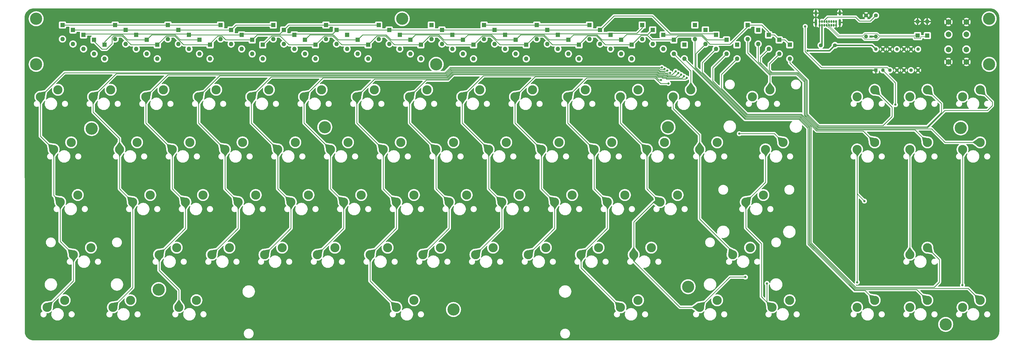
<source format=gtl>
G04 #@! TF.GenerationSoftware,KiCad,Pcbnew,9.0.0*
G04 #@! TF.CreationDate,2025-03-06T14:32:33+00:00*
G04 #@! TF.ProjectId,discipline-pcb,64697363-6970-46c6-996e-652d7063622e,rev?*
G04 #@! TF.SameCoordinates,Original*
G04 #@! TF.FileFunction,Copper,L1,Top*
G04 #@! TF.FilePolarity,Positive*
%FSLAX46Y46*%
G04 Gerber Fmt 4.6, Leading zero omitted, Abs format (unit mm)*
G04 Created by KiCad (PCBNEW 9.0.0) date 2025-03-06 14:32:33*
%MOMM*%
%LPD*%
G01*
G04 APERTURE LIST*
G04 #@! TA.AperFunction,ComponentPad*
%ADD10R,1.600000X1.600000*%
G04 #@! TD*
G04 #@! TA.AperFunction,ComponentPad*
%ADD11O,1.600000X1.600000*%
G04 #@! TD*
G04 #@! TA.AperFunction,ComponentPad*
%ADD12R,1.295400X1.295400*%
G04 #@! TD*
G04 #@! TA.AperFunction,ComponentPad*
%ADD13C,1.295400*%
G04 #@! TD*
G04 #@! TA.AperFunction,ComponentPad*
%ADD14C,4.400000*%
G04 #@! TD*
G04 #@! TA.AperFunction,ComponentPad*
%ADD15O,0.650000X1.000000*%
G04 #@! TD*
G04 #@! TA.AperFunction,ComponentPad*
%ADD16O,0.900000X2.400000*%
G04 #@! TD*
G04 #@! TA.AperFunction,ComponentPad*
%ADD17O,0.900000X1.700000*%
G04 #@! TD*
G04 #@! TA.AperFunction,ComponentPad*
%ADD18C,1.400000*%
G04 #@! TD*
G04 #@! TA.AperFunction,ComponentPad*
%ADD19O,1.400000X1.400000*%
G04 #@! TD*
G04 #@! TA.AperFunction,ComponentPad*
%ADD20C,2.000000*%
G04 #@! TD*
G04 #@! TA.AperFunction,ComponentPad*
%ADD21C,3.300000*%
G04 #@! TD*
G04 #@! TA.AperFunction,ViaPad*
%ADD22C,0.800000*%
G04 #@! TD*
G04 #@! TA.AperFunction,Conductor*
%ADD23C,0.250000*%
G04 #@! TD*
G04 #@! TA.AperFunction,Conductor*
%ADD24C,0.500000*%
G04 #@! TD*
G04 #@! TA.AperFunction,Conductor*
%ADD25C,0.200000*%
G04 #@! TD*
G04 APERTURE END LIST*
D10*
X67500000Y-66270000D03*
D11*
X67500000Y-71350000D03*
D10*
X86538043Y-66270000D03*
D11*
X86538043Y-71350000D03*
D10*
X105576087Y-66270000D03*
D11*
X105576087Y-71350000D03*
D10*
X124614130Y-66270000D03*
D11*
X124614130Y-71350000D03*
D10*
X139844565Y-73420000D03*
D11*
X139844565Y-78500000D03*
D10*
X158882609Y-73420000D03*
D11*
X158882609Y-78500000D03*
D10*
X177920652Y-73420000D03*
D11*
X177920652Y-78500000D03*
D10*
X196958696Y-73420000D03*
D11*
X196958696Y-78500000D03*
D10*
X215996739Y-73420000D03*
D11*
X215996739Y-78500000D03*
D10*
X235034783Y-73420000D03*
D11*
X235034783Y-78500000D03*
D10*
X254072826Y-73420000D03*
D11*
X254072826Y-78500000D03*
D10*
X273110870Y-73420000D03*
D11*
X273110870Y-78500000D03*
D10*
X288341304Y-71632500D03*
D11*
X288341304Y-76712500D03*
D10*
X314994565Y-66270000D03*
D11*
X314994565Y-71350000D03*
D10*
X71307609Y-68057500D03*
D11*
X71307609Y-73137500D03*
D10*
X90345652Y-68057500D03*
D11*
X90345652Y-73137500D03*
D10*
X109383696Y-68057500D03*
D11*
X109383696Y-73137500D03*
D10*
X128421739Y-68057500D03*
D11*
X128421739Y-73137500D03*
D10*
X143652174Y-66270000D03*
D11*
X143652174Y-71350000D03*
D10*
X155075000Y-71632500D03*
D11*
X155075000Y-76712500D03*
D10*
X174113043Y-71632500D03*
D11*
X174113043Y-76712500D03*
D10*
X193151087Y-71632500D03*
D11*
X193151087Y-76712500D03*
D10*
X212189130Y-71632500D03*
D11*
X212189130Y-76712500D03*
D10*
X231227174Y-71632500D03*
D11*
X231227174Y-76712500D03*
D10*
X250265217Y-71632500D03*
D11*
X250265217Y-76712500D03*
D10*
X269303261Y-71632500D03*
D11*
X269303261Y-76712500D03*
D10*
X280726087Y-68057500D03*
D11*
X280726087Y-73137500D03*
D10*
X284533696Y-69845000D03*
D11*
X284533696Y-74925000D03*
D10*
X75115217Y-69845000D03*
D11*
X75115217Y-74925000D03*
D10*
X94153261Y-69845000D03*
D11*
X94153261Y-74925000D03*
D10*
X113191304Y-69845000D03*
D11*
X113191304Y-74925000D03*
D10*
X132229348Y-69845000D03*
D11*
X132229348Y-74925000D03*
D10*
X147459783Y-68057500D03*
D11*
X147459783Y-73137500D03*
D10*
X162690217Y-66270000D03*
D11*
X162690217Y-71350000D03*
D10*
X181728261Y-66270000D03*
D11*
X181728261Y-71350000D03*
D10*
X189343478Y-69845000D03*
D11*
X189343478Y-74925000D03*
D10*
X208381522Y-69845000D03*
D11*
X208381522Y-74925000D03*
D10*
X227419565Y-69845000D03*
D11*
X227419565Y-74925000D03*
D10*
X246457609Y-69845000D03*
D11*
X246457609Y-74925000D03*
D10*
X265495652Y-69845000D03*
D11*
X265495652Y-74925000D03*
D10*
X276918478Y-66270000D03*
D11*
X276918478Y-71350000D03*
D10*
X78922826Y-71632500D03*
D11*
X78922826Y-76712500D03*
D10*
X101768478Y-73420000D03*
D11*
X101768478Y-78500000D03*
D10*
X120806522Y-73420000D03*
D11*
X120806522Y-78500000D03*
D10*
X136036957Y-71632500D03*
D11*
X136036957Y-76712500D03*
D10*
X151267391Y-69845000D03*
D11*
X151267391Y-74925000D03*
D10*
X166497826Y-68057500D03*
D11*
X166497826Y-73137500D03*
D10*
X185535870Y-68057500D03*
D11*
X185535870Y-73137500D03*
D10*
X200766304Y-66270000D03*
D11*
X200766304Y-71350000D03*
D10*
X204573913Y-68057500D03*
D11*
X204573913Y-73137500D03*
D10*
X223611957Y-68057500D03*
D11*
X223611957Y-73137500D03*
D10*
X242650000Y-68057500D03*
D11*
X242650000Y-73137500D03*
D10*
X261688043Y-68057500D03*
D11*
X261688043Y-73137500D03*
D10*
X82730435Y-73420000D03*
D11*
X82730435Y-78500000D03*
D10*
X97960870Y-71632500D03*
D11*
X97960870Y-76712500D03*
D10*
X116998913Y-71632500D03*
D11*
X116998913Y-76712500D03*
D10*
X170305435Y-69845000D03*
D11*
X170305435Y-74925000D03*
D10*
X219804348Y-66270000D03*
D11*
X219804348Y-71350000D03*
D10*
X238842391Y-66270000D03*
D11*
X238842391Y-71350000D03*
D10*
X322609783Y-69845000D03*
D11*
X322609783Y-74925000D03*
D12*
X361318333Y-82650000D03*
D13*
X363858333Y-82650000D03*
X366398333Y-82650000D03*
X368938333Y-82650000D03*
X371478333Y-82650000D03*
X374018333Y-82650000D03*
X376558333Y-82650000D03*
X376558333Y-75030000D03*
X374018333Y-75030000D03*
X371478333Y-75030000D03*
X368938333Y-75030000D03*
X366398333Y-75030000D03*
X363858333Y-75030000D03*
X361318333Y-75030000D03*
D10*
X326417391Y-71632500D03*
D11*
X326417391Y-76712500D03*
D10*
X376400000Y-70080000D03*
D11*
X376400000Y-65000000D03*
D14*
X190223912Y-64000000D03*
X402250000Y-64000000D03*
D15*
X346975000Y-66325000D03*
X346125000Y-66325000D03*
X345275000Y-66325000D03*
X344425000Y-66325000D03*
X343575000Y-66325000D03*
X342725000Y-66325000D03*
X341875000Y-66325000D03*
X341025000Y-66325000D03*
X341020000Y-65000000D03*
X341870000Y-65000000D03*
X342720000Y-65000000D03*
X343570000Y-65000000D03*
X344420000Y-65000000D03*
X345270000Y-65000000D03*
X346120000Y-65000000D03*
X346975000Y-65000000D03*
D16*
X348325000Y-65345000D03*
D17*
X348325000Y-61965000D03*
D16*
X339675000Y-65345000D03*
D17*
X339675000Y-61965000D03*
D14*
X58000000Y-80500000D03*
X286250000Y-103250000D03*
D18*
X361316667Y-62814047D03*
D19*
X361316667Y-70434047D03*
D10*
X299764130Y-68057500D03*
D11*
X299764130Y-73137500D03*
D10*
X307379348Y-71632500D03*
D11*
X307379348Y-76712500D03*
D14*
X58000000Y-64000000D03*
D20*
X394050000Y-69685000D03*
X387550000Y-69685000D03*
X394050000Y-65185000D03*
X387550000Y-65185000D03*
D14*
X402250000Y-80500000D03*
D10*
X257880435Y-66270000D03*
D11*
X257880435Y-71350000D03*
D14*
X202500000Y-80500000D03*
X293500000Y-161000000D03*
X102250000Y-162000000D03*
D10*
X330225000Y-73420000D03*
D11*
X330225000Y-78500000D03*
D18*
X357800000Y-62814047D03*
D19*
X357800000Y-70434047D03*
D10*
X311186957Y-73420000D03*
D11*
X311186957Y-78500000D03*
D10*
X303571739Y-69845000D03*
D11*
X303571739Y-74925000D03*
D18*
X346550000Y-73600000D03*
X341450000Y-73600000D03*
D10*
X292148913Y-73420000D03*
D11*
X292148913Y-78500000D03*
D14*
X392000000Y-103500000D03*
X162250000Y-103250000D03*
D10*
X379916667Y-70080000D03*
D11*
X379916667Y-65000000D03*
D10*
X295956522Y-66270000D03*
D11*
X295956522Y-71350000D03*
D20*
X387550000Y-75135000D03*
X394050000Y-75135000D03*
X387550000Y-79635000D03*
X394050000Y-79635000D03*
D14*
X208750000Y-169250000D03*
D10*
X318802174Y-68057500D03*
D11*
X318802174Y-73137500D03*
D14*
X78000000Y-103750000D03*
X386556250Y-174625000D03*
D21*
X59531250Y-92233750D03*
X65881250Y-89693750D03*
X78581250Y-92233750D03*
X84931250Y-89693750D03*
X97631250Y-92233750D03*
X103981250Y-89693750D03*
X116681250Y-92233750D03*
X123031250Y-89693750D03*
X135731250Y-92233750D03*
X142081250Y-89693750D03*
X154781250Y-92233750D03*
X161131250Y-89693750D03*
X173831250Y-92233750D03*
X180181250Y-89693750D03*
X192881250Y-92233750D03*
X199231250Y-89693750D03*
X211931250Y-92233750D03*
X218281250Y-89693750D03*
X230981250Y-92233750D03*
X237331250Y-89693750D03*
X250031250Y-92233750D03*
X256381250Y-89693750D03*
X269081250Y-92233750D03*
X275431250Y-89693750D03*
X288131250Y-92233750D03*
X294481250Y-89693750D03*
X88106250Y-111283750D03*
X94456250Y-108743750D03*
X107156250Y-111283750D03*
X113506250Y-108743750D03*
X126206250Y-111283750D03*
X132556250Y-108743750D03*
X145256250Y-111283750D03*
X151606250Y-108743750D03*
X164306250Y-111283750D03*
X170656250Y-108743750D03*
X183356250Y-111283750D03*
X189706250Y-108743750D03*
X202406250Y-111283750D03*
X208756250Y-108743750D03*
X221456250Y-111283750D03*
X227806250Y-108743750D03*
X240506250Y-111283750D03*
X246856250Y-108743750D03*
X259556250Y-111283750D03*
X265906250Y-108743750D03*
X278606250Y-111283750D03*
X284956250Y-108743750D03*
X297656250Y-111283750D03*
X304006250Y-108743750D03*
X92868750Y-130333750D03*
X99218750Y-127793750D03*
X111918750Y-130333750D03*
X118268750Y-127793750D03*
X130968750Y-130333750D03*
X137318750Y-127793750D03*
X150018250Y-130333750D03*
X156368250Y-127793750D03*
X169068250Y-130333750D03*
X175418250Y-127793750D03*
X188118250Y-130333750D03*
X194468250Y-127793750D03*
X207168250Y-130333750D03*
X213518250Y-127793750D03*
X226218250Y-130333750D03*
X232568250Y-127793750D03*
X245268250Y-130333750D03*
X251618250Y-127793750D03*
X264318250Y-130333750D03*
X270668250Y-127793750D03*
X283368250Y-130333750D03*
X289718250Y-127793750D03*
X102393750Y-149383750D03*
X108743750Y-146843750D03*
X121443750Y-149383750D03*
X127793750Y-146843750D03*
X140493750Y-149383750D03*
X146843750Y-146843750D03*
X159544250Y-149383750D03*
X165894250Y-146843750D03*
X178594250Y-149383750D03*
X184944250Y-146843750D03*
X197644250Y-149383750D03*
X203994250Y-146843750D03*
X216694250Y-149383750D03*
X223044250Y-146843750D03*
X235744250Y-149383750D03*
X242094250Y-146843750D03*
X254794250Y-149383750D03*
X261144250Y-146843750D03*
X273844250Y-149383750D03*
X280194250Y-146843750D03*
X188119000Y-168433750D03*
X194469000Y-165893750D03*
X316706250Y-92233750D03*
X323056250Y-89693750D03*
X321468250Y-111283750D03*
X327818250Y-108743750D03*
X66675050Y-130323620D03*
X73025050Y-127783620D03*
X314325250Y-130333750D03*
X320675250Y-127793750D03*
X71437450Y-149383750D03*
X77787450Y-146843750D03*
X309562750Y-149383750D03*
X315912750Y-146843750D03*
X61912450Y-168423620D03*
X68262450Y-165883620D03*
X85725050Y-168433750D03*
X92075050Y-165893750D03*
X109537450Y-168423620D03*
X115887450Y-165883620D03*
X269082686Y-168433750D03*
X275432686Y-165893750D03*
X297638878Y-168433750D03*
X303988878Y-165893750D03*
X64293750Y-111283750D03*
X70643750Y-108743750D03*
X354557628Y-92242750D03*
X360907628Y-89702750D03*
X392657628Y-111283750D03*
X399007628Y-108743750D03*
X354557628Y-111292750D03*
X360907628Y-108752750D03*
X392657628Y-168433750D03*
X399007628Y-165893750D03*
X373607628Y-111283750D03*
X379957628Y-108743750D03*
X354557628Y-168433750D03*
X360907628Y-165893750D03*
X392657628Y-92233750D03*
X399007628Y-89693750D03*
X373607628Y-149383750D03*
X379957628Y-146843750D03*
X323832628Y-168433750D03*
X330182628Y-165893750D03*
X373607628Y-168433750D03*
X379957628Y-165893750D03*
X373607628Y-92233750D03*
X379957628Y-89693750D03*
D22*
X364500000Y-119700000D03*
X196600000Y-65400000D03*
X286100000Y-61400000D03*
X261000000Y-133800000D03*
X283400000Y-170200000D03*
X403400000Y-84800000D03*
X164800000Y-62600000D03*
X93800000Y-64200000D03*
X180600000Y-62500000D03*
X309000000Y-66800000D03*
X300300000Y-131000000D03*
X387900000Y-158900000D03*
X229400000Y-62400000D03*
X221200000Y-78400000D03*
X342200000Y-119800000D03*
X153800000Y-65200000D03*
X301000000Y-75400000D03*
X199400000Y-62400000D03*
X284400000Y-94800000D03*
X270200000Y-67200000D03*
X330400000Y-69200000D03*
X117100000Y-62600000D03*
X289600000Y-151800000D03*
X269600000Y-140400000D03*
X316600000Y-75600000D03*
X156800000Y-67800000D03*
X302400000Y-79200000D03*
X401500000Y-101800000D03*
X280200000Y-65600000D03*
X213600000Y-79800000D03*
X387600000Y-105200000D03*
X256300000Y-99900000D03*
X74191380Y-157676492D03*
X312000000Y-105600000D03*
X284000000Y-81600000D03*
X285000000Y-82200000D03*
X286000000Y-82800000D03*
X287000000Y-83600000D03*
X289000000Y-83000000D03*
X290000000Y-83600000D03*
X291000000Y-84200000D03*
X292000000Y-84800000D03*
X293000000Y-85400000D03*
X283700000Y-86200000D03*
X286400000Y-87400000D03*
X314200000Y-157500000D03*
X322000000Y-159800000D03*
X354600000Y-159400000D03*
X357200000Y-130000000D03*
X336600000Y-75600000D03*
X368400000Y-95100000D03*
X392600000Y-160400000D03*
X335800000Y-66800000D03*
D23*
X288341304Y-71632500D02*
X280432500Y-71632500D01*
X203252818Y-70224000D02*
X200154696Y-70224000D01*
X222290862Y-70224000D02*
X219192739Y-70224000D01*
X165176731Y-70224000D02*
X162078609Y-70224000D01*
X301419035Y-73200000D02*
X298443035Y-70224000D01*
X215996739Y-73420000D02*
X206448818Y-73420000D01*
X241328905Y-70224000D02*
X238230783Y-70224000D01*
X181116652Y-70224000D02*
X177920652Y-73420000D01*
X238230783Y-70224000D02*
X235034783Y-73420000D01*
X278800000Y-70000000D02*
X276530870Y-70000000D01*
X328437500Y-71632500D02*
X326417391Y-71632500D01*
X254072826Y-73327174D02*
X254072826Y-73420000D01*
X330225000Y-73420000D02*
X328437500Y-71632500D01*
X263620000Y-73420000D02*
X260400000Y-70200000D01*
X162078609Y-70224000D02*
X158882609Y-73420000D01*
X235034783Y-73420000D02*
X225486862Y-73420000D01*
X324629891Y-69845000D02*
X322609783Y-69845000D01*
X273110870Y-73420000D02*
X263620000Y-73420000D01*
X254072826Y-73420000D02*
X244524905Y-73420000D01*
X143040565Y-70224000D02*
X139844565Y-73420000D01*
X314994565Y-66270000D02*
X320084783Y-66270000D01*
X244524905Y-73420000D02*
X241328905Y-70224000D01*
X314994565Y-66805435D02*
X308600000Y-73200000D01*
X219192739Y-70224000D02*
X215996739Y-73420000D01*
X326417391Y-71632500D02*
X324629891Y-69845000D01*
X177920652Y-73420000D02*
X168372731Y-73420000D01*
X280432500Y-71632500D02*
X278800000Y-70000000D01*
X146138688Y-70224000D02*
X143040565Y-70224000D01*
X314994565Y-66270000D02*
X314994565Y-66805435D01*
X196958696Y-73420000D02*
X187410775Y-73420000D01*
X257200000Y-70200000D02*
X254072826Y-73327174D01*
X187410775Y-73420000D02*
X184214775Y-70224000D01*
X289749804Y-70224000D02*
X288341304Y-71632500D01*
X206448818Y-73420000D02*
X203252818Y-70224000D01*
X308600000Y-73200000D02*
X301419035Y-73200000D01*
X86538043Y-66270000D02*
X67500000Y-66270000D01*
X158882609Y-73420000D02*
X149334688Y-73420000D01*
X320084783Y-66270000D02*
X322609783Y-68795000D01*
X276530870Y-70000000D02*
X273110870Y-73420000D01*
X322609783Y-68795000D02*
X322609783Y-69845000D01*
X184214775Y-70224000D02*
X181116652Y-70224000D01*
X298443035Y-70224000D02*
X289749804Y-70224000D01*
X225486862Y-73420000D02*
X222290862Y-70224000D01*
X124614130Y-66270000D02*
X105576087Y-66270000D01*
X149334688Y-73420000D02*
X146138688Y-70224000D01*
X200154696Y-70224000D02*
X196958696Y-73420000D01*
X105576087Y-66270000D02*
X86538043Y-66270000D01*
X260400000Y-70200000D02*
X257200000Y-70200000D01*
X168372731Y-73420000D02*
X165176731Y-70224000D01*
X288341304Y-76712500D02*
X294481250Y-82852446D01*
X294481250Y-82852446D02*
X294481250Y-89693750D01*
X314994565Y-76329137D02*
X323056250Y-84390822D01*
X314994565Y-71350000D02*
X314994565Y-76329137D01*
X323056250Y-89693750D02*
X323056250Y-84390822D01*
X278978000Y-69622000D02*
X271313761Y-69622000D01*
X186157847Y-71632500D02*
X184371347Y-69846000D01*
X203409390Y-69846000D02*
X194937587Y-69846000D01*
X156861500Y-69846000D02*
X155075000Y-71632500D01*
X241485477Y-69846000D02*
X233013674Y-69846000D01*
X292599000Y-69845000D02*
X284533696Y-69845000D01*
X280726087Y-68057500D02*
X280542500Y-68057500D01*
X298599608Y-69846000D02*
X292600000Y-69846000D01*
X193151087Y-71632500D02*
X186157847Y-71632500D01*
X167119803Y-71632500D02*
X165333303Y-69846000D01*
X205195890Y-71632500D02*
X203409390Y-69846000D01*
X280542500Y-68057500D02*
X278978000Y-69622000D01*
X222447434Y-69846000D02*
X213975630Y-69846000D01*
X128421739Y-68057500D02*
X109383696Y-68057500D01*
X233013674Y-69846000D02*
X231227174Y-71632500D01*
X143652174Y-66270000D02*
X130209239Y-66270000D01*
X212189130Y-71632500D02*
X205195890Y-71632500D01*
X260556572Y-69822000D02*
X252075717Y-69822000D01*
X252075717Y-69822000D02*
X250265217Y-71632500D01*
X90345652Y-68057500D02*
X71307609Y-68057500D01*
X213975630Y-69846000D02*
X212189130Y-71632500D01*
X224233934Y-71632500D02*
X222447434Y-69846000D01*
X109383696Y-68057500D02*
X90345652Y-68057500D01*
X269303261Y-71632500D02*
X262367072Y-71632500D01*
X307379348Y-71632500D02*
X300386107Y-71632500D01*
X271313761Y-69622000D02*
X269303261Y-71632500D01*
X250265217Y-71632500D02*
X243271977Y-71632500D01*
X260556572Y-69822000D02*
X262367072Y-71632500D01*
X175899543Y-69846000D02*
X174113043Y-71632500D01*
X130209239Y-66270000D02*
X128421739Y-68057500D01*
X292600000Y-69846000D02*
X292599000Y-69845000D01*
X194937587Y-69846000D02*
X193151087Y-71632500D01*
X300386107Y-71632500D02*
X298599608Y-69846000D01*
X174113043Y-71632500D02*
X167119803Y-71632500D01*
X231227174Y-71632500D02*
X224233934Y-71632500D01*
X184371347Y-69846000D02*
X175899543Y-69846000D01*
X243271977Y-71632500D02*
X241485477Y-69846000D01*
X165333303Y-69846000D02*
X156861500Y-69846000D01*
X312000000Y-105600000D02*
X324674500Y-105600000D01*
X324674500Y-105600000D02*
X327818250Y-108743750D01*
X113191304Y-69845000D02*
X112814304Y-69468000D01*
X162690217Y-66270000D02*
X149247283Y-66270000D01*
X246902609Y-69400000D02*
X246457609Y-69845000D01*
X208004522Y-69468000D02*
X189720478Y-69468000D01*
X189720478Y-69468000D02*
X189343478Y-69845000D01*
X94530261Y-69468000D02*
X94153261Y-69845000D01*
X75492217Y-69468000D02*
X75115217Y-69845000D01*
X265050652Y-69400000D02*
X246902609Y-69400000D01*
X208758522Y-69468000D02*
X208381522Y-69845000D01*
X276918478Y-66270000D02*
X276918478Y-67320000D01*
X132229348Y-69845000D02*
X113191304Y-69845000D01*
X227796565Y-69468000D02*
X227419565Y-69845000D01*
X112814304Y-69468000D02*
X94530261Y-69468000D01*
X246080609Y-69468000D02*
X227796565Y-69468000D01*
X265495652Y-69845000D02*
X265050652Y-69400000D01*
X227419565Y-69845000D02*
X227042565Y-69468000D01*
X181728261Y-66270000D02*
X162690217Y-66270000D01*
X149247283Y-66270000D02*
X147459783Y-68057500D01*
X246457609Y-69845000D02*
X246080609Y-69468000D01*
X146050283Y-69467000D02*
X132607348Y-69467000D01*
X208381522Y-69845000D02*
X208004522Y-69468000D01*
X132607348Y-69467000D02*
X132229348Y-69845000D01*
X276918478Y-67320000D02*
X274994478Y-69244000D01*
X266096652Y-69244000D02*
X265495652Y-69845000D01*
X93776261Y-69468000D02*
X75492217Y-69468000D01*
X147459783Y-68057500D02*
X146050283Y-69467000D01*
X227042565Y-69468000D02*
X208758522Y-69468000D01*
X274994478Y-69244000D02*
X266096652Y-69244000D01*
X94153261Y-69845000D02*
X93776261Y-69468000D01*
X85400000Y-70800000D02*
X85400000Y-73002435D01*
X85976000Y-70224000D02*
X85400000Y-70800000D01*
X166497826Y-68057500D02*
X165087326Y-69468000D01*
X126489035Y-71632500D02*
X125080535Y-70224000D01*
X185535870Y-68057500D02*
X166497826Y-68057500D01*
X303571739Y-69845000D02*
X303126739Y-69400000D01*
X151644391Y-69468000D02*
X151267391Y-69845000D01*
X223611957Y-68057500D02*
X204573913Y-68057500D01*
X78922826Y-72122826D02*
X78922826Y-71632500D01*
X125080535Y-70224000D02*
X123576000Y-70224000D01*
X104964478Y-70224000D02*
X101768478Y-73420000D01*
X120806522Y-72993478D02*
X120806522Y-73420000D01*
X83402435Y-75000000D02*
X81800000Y-75000000D01*
X165087326Y-69468000D02*
X151644391Y-69468000D01*
X287000000Y-69400000D02*
X280600000Y-63000000D01*
X101768478Y-73420000D02*
X92220557Y-73420000D01*
X81800000Y-75000000D02*
X78922826Y-72122826D01*
X120806522Y-73420000D02*
X111258601Y-73420000D01*
X266745543Y-63000000D02*
X261688043Y-68057500D01*
X137824457Y-69845000D02*
X136036957Y-71632500D01*
X111258601Y-73420000D02*
X108062601Y-70224000D01*
X242650000Y-68057500D02*
X223611957Y-68057500D01*
X108062601Y-70224000D02*
X104964478Y-70224000D01*
X85400000Y-73002435D02*
X83402435Y-75000000D01*
X89024557Y-70224000D02*
X85976000Y-70224000D01*
X92220557Y-73420000D02*
X89024557Y-70224000D01*
X136036957Y-71632500D02*
X126489035Y-71632500D01*
X261688043Y-68057500D02*
X242650000Y-68057500D01*
X204573913Y-68057500D02*
X185535870Y-68057500D01*
X280600000Y-63000000D02*
X266745543Y-63000000D01*
X151267391Y-69845000D02*
X137824457Y-69845000D01*
X123576000Y-70224000D02*
X120806522Y-72993478D01*
X303126739Y-69400000D02*
X287000000Y-69400000D01*
X110005673Y-71632500D02*
X108219173Y-69846000D01*
X238842391Y-66270000D02*
X219804348Y-66270000D01*
X257880435Y-66270000D02*
X238842391Y-66270000D01*
X97960870Y-71632500D02*
X90967629Y-71632500D01*
X90967629Y-71632500D02*
X89181129Y-69846000D01*
X99747370Y-69846000D02*
X97960870Y-71632500D01*
X89181129Y-69846000D02*
X85254435Y-69846000D01*
X85254435Y-69846000D02*
X82730435Y-72370000D01*
X116998913Y-71632500D02*
X110005673Y-71632500D01*
X82730435Y-72370000D02*
X82730435Y-73420000D01*
X108219173Y-69846000D02*
X99747370Y-69846000D01*
X207600000Y-81600000D02*
X284000000Y-81600000D01*
X64293750Y-111283750D02*
X59531250Y-106521250D01*
X66675050Y-144621350D02*
X66675050Y-130323620D01*
X66675050Y-130323620D02*
X64293750Y-127942320D01*
X61912450Y-168423620D02*
X71437450Y-158898620D01*
X71437450Y-158898620D02*
X71437450Y-149383750D01*
X205674000Y-83526000D02*
X207600000Y-81600000D01*
X64293750Y-127942320D02*
X64293750Y-111283750D01*
X68239000Y-83526000D02*
X205674000Y-83526000D01*
X71437450Y-149383750D02*
X66675050Y-144621350D01*
X59531250Y-106521250D02*
X59531250Y-92233750D01*
X59531250Y-92233750D02*
X68239000Y-83526000D01*
X283526000Y-82326000D02*
X283178000Y-81978000D01*
X78581250Y-92233750D02*
X86911000Y-83904000D01*
X285000000Y-82200000D02*
X284874000Y-82326000D01*
X92868750Y-161290050D02*
X85725050Y-168433750D01*
X205874000Y-83904000D02*
X207800000Y-81978000D01*
X92868750Y-130333750D02*
X92868750Y-161290050D01*
X78581250Y-97781250D02*
X78581250Y-92233750D01*
X88106250Y-125571250D02*
X92868750Y-130333750D01*
X207800000Y-81978000D02*
X283178000Y-81978000D01*
X88106250Y-107306250D02*
X78581250Y-97781250D01*
X86911000Y-83904000D02*
X205874000Y-83904000D01*
X284874000Y-82326000D02*
X283526000Y-82326000D01*
X88106250Y-111283750D02*
X88106250Y-107306250D01*
X88106250Y-111283750D02*
X88106250Y-125571250D01*
X111918750Y-130333750D02*
X111918750Y-139858750D01*
X207956572Y-82356000D02*
X206030572Y-84282000D01*
X206030572Y-84282000D02*
X105583000Y-84282000D01*
X207956572Y-82356000D02*
X282900000Y-82356000D01*
X285874000Y-82926000D02*
X283470000Y-82926000D01*
X105583000Y-84282000D02*
X97631250Y-92233750D01*
X109537450Y-162227646D02*
X109537450Y-168423620D01*
X97631250Y-92233750D02*
X97631250Y-101758750D01*
X102393750Y-149383750D02*
X102393750Y-155083946D01*
X102393750Y-155083946D02*
X109537450Y-162227646D01*
X111918750Y-139858750D02*
X102393750Y-149383750D01*
X97631250Y-101758750D02*
X107156250Y-111283750D01*
X107156250Y-111283750D02*
X107156250Y-125571250D01*
X286000000Y-82800000D02*
X285874000Y-82926000D01*
X107156250Y-125571250D02*
X111918750Y-130333750D01*
X283470000Y-82926000D02*
X282900000Y-82356000D01*
X124255000Y-84660000D02*
X116681250Y-92233750D01*
X126206250Y-111283750D02*
X126206250Y-125571250D01*
X116681250Y-101758750D02*
X126206250Y-111283750D01*
X282743428Y-82734000D02*
X283313428Y-83304000D01*
X130968750Y-139858750D02*
X121443750Y-149383750D01*
X208113144Y-82734000D02*
X282743428Y-82734000D01*
X130968750Y-130333750D02*
X130968750Y-139858750D01*
X285196000Y-83600000D02*
X284900000Y-83304000D01*
X287000000Y-83600000D02*
X285196000Y-83600000D01*
X284900000Y-83304000D02*
X283313428Y-83304000D01*
X116681250Y-92233750D02*
X116681250Y-101758750D01*
X126206250Y-125571250D02*
X130968750Y-130333750D01*
X208113144Y-82734000D02*
X206187144Y-84660000D01*
X206187144Y-84660000D02*
X124255000Y-84660000D01*
X287667000Y-84326000D02*
X286348000Y-84326000D01*
X145256250Y-125571750D02*
X150018250Y-130333750D01*
X284896000Y-83978000D02*
X284600000Y-83682000D01*
X289000000Y-82993000D02*
X287667000Y-84326000D01*
X135731250Y-101758750D02*
X145256250Y-111283750D01*
X286348000Y-84326000D02*
X286000000Y-83978000D01*
X284600000Y-83682000D02*
X283070000Y-83682000D01*
X145256250Y-111283750D02*
X145256250Y-125571750D01*
X135731250Y-92233750D02*
X135731250Y-101758750D01*
X142927000Y-85038000D02*
X135731250Y-92233750D01*
X206343716Y-85038000D02*
X142927000Y-85038000D01*
X150018250Y-130333750D02*
X150018250Y-139859250D01*
X208269716Y-83112000D02*
X206343716Y-85038000D01*
X286000000Y-83978000D02*
X284896000Y-83978000D01*
X208269716Y-83112000D02*
X282500000Y-83112000D01*
X283070000Y-83682000D02*
X282500000Y-83112000D01*
X150018250Y-139859250D02*
X140493750Y-149383750D01*
X154781250Y-101758750D02*
X164306250Y-111283750D01*
X169068250Y-139859750D02*
X159544250Y-149383750D01*
X161599000Y-85416000D02*
X154781250Y-92233750D01*
X154781250Y-92233750D02*
X154781250Y-101758750D01*
X282913427Y-84060000D02*
X282343428Y-83490000D01*
X288896000Y-84704000D02*
X286191427Y-84704000D01*
X208426288Y-83490000D02*
X206500288Y-85416000D01*
X169068250Y-130333750D02*
X169068250Y-139859750D01*
X206500288Y-85416000D02*
X161599000Y-85416000D01*
X164306250Y-111283750D02*
X164306250Y-125571750D01*
X290000000Y-83600000D02*
X288896000Y-84704000D01*
X284739427Y-84356000D02*
X284443427Y-84060000D01*
X285843428Y-84356000D02*
X284739427Y-84356000D01*
X208426288Y-83490000D02*
X282343428Y-83490000D01*
X284443427Y-84060000D02*
X282913427Y-84060000D01*
X164306250Y-125571750D02*
X169068250Y-130333750D01*
X286191427Y-84704000D02*
X285843428Y-84356000D01*
X284286855Y-84438000D02*
X283300000Y-84438001D01*
X208582860Y-83868000D02*
X206656860Y-85794000D01*
X173831250Y-92233750D02*
X173831250Y-101758750D01*
X283300000Y-84438001D02*
X282756854Y-84438000D01*
X290118000Y-85082000D02*
X286034854Y-85082000D01*
X208582860Y-83868000D02*
X282186854Y-83868000D01*
X291000000Y-84200000D02*
X290118000Y-85082000D01*
X183356250Y-125571750D02*
X188118250Y-130333750D01*
X285686854Y-84734000D02*
X284582855Y-84734000D01*
X173831250Y-101758750D02*
X183356250Y-111283750D01*
X284582855Y-84734000D02*
X284286855Y-84438000D01*
X178594250Y-149383750D02*
X178594250Y-158909000D01*
X180271000Y-85794000D02*
X173831250Y-92233750D01*
X183356250Y-111283750D02*
X183356250Y-125571750D01*
X188118250Y-139859750D02*
X178594250Y-149383750D01*
X282756854Y-84438000D02*
X282186854Y-83868000D01*
X178594250Y-158909000D02*
X188119000Y-168433750D01*
X188118250Y-130333750D02*
X188118250Y-139859750D01*
X286034854Y-85082000D02*
X285686854Y-84734000D01*
X206656860Y-85794000D02*
X180271000Y-85794000D01*
X198943000Y-86172000D02*
X192881250Y-92233750D01*
X208739432Y-84246000D02*
X282030282Y-84246000D01*
X192881250Y-101758750D02*
X202406250Y-111283750D01*
X208739432Y-84246000D02*
X206813432Y-86172000D01*
X206813432Y-86172000D02*
X198943000Y-86172000D01*
X292000000Y-84800000D02*
X291340000Y-85460000D01*
X285878282Y-85460000D02*
X285530282Y-85112000D01*
X192881250Y-92233750D02*
X192881250Y-101758750D01*
X284426283Y-85112000D02*
X284130282Y-84816000D01*
X207168250Y-130333750D02*
X207168250Y-139859750D01*
X291340000Y-85460000D02*
X285878282Y-85460000D01*
X202406250Y-125571750D02*
X207168250Y-130333750D01*
X202406250Y-111283750D02*
X202406250Y-125571750D01*
X282600281Y-84816000D02*
X282030282Y-84246000D01*
X284130282Y-84816000D02*
X283400000Y-84816001D01*
X285530282Y-85112000D02*
X284426283Y-85112000D01*
X207168250Y-139859750D02*
X197644250Y-149383750D01*
X283400000Y-84816001D02*
X282600281Y-84816000D01*
X211931250Y-92233750D02*
X211931250Y-101758750D01*
X285721710Y-85838000D02*
X285373710Y-85490000D01*
X285373710Y-85490000D02*
X284269710Y-85490000D01*
X293000000Y-85400000D02*
X292562000Y-85838000D01*
X211931250Y-101758750D02*
X221456250Y-111283750D01*
X292562000Y-85838000D02*
X285721710Y-85838000D01*
X282443708Y-85194000D02*
X281873709Y-84624000D01*
X219541000Y-84624000D02*
X211931250Y-92233750D01*
X219541000Y-84624000D02*
X281873709Y-84624000D01*
X221456250Y-111283750D02*
X221456250Y-125571750D01*
X283973710Y-85194000D02*
X282800000Y-85194001D01*
X226218250Y-139859750D02*
X216694250Y-149383750D01*
X282800000Y-85194001D02*
X282443708Y-85194000D01*
X226218250Y-130333750D02*
X226218250Y-139859750D01*
X284269710Y-85490000D02*
X283973710Y-85194000D01*
X221456250Y-125571750D02*
X226218250Y-130333750D01*
X245268250Y-130333750D02*
X245268250Y-139859750D01*
X238213000Y-85002000D02*
X230981250Y-92233750D01*
X240506250Y-125571750D02*
X245268250Y-130333750D01*
X230981250Y-101758750D02*
X240506250Y-111283750D01*
X282915135Y-86200000D02*
X281717136Y-85002000D01*
X230981250Y-92233750D02*
X230981250Y-101758750D01*
X283700000Y-86200000D02*
X282915135Y-86200000D01*
X240506250Y-111283750D02*
X240506250Y-125571750D01*
X281717136Y-85002000D02*
X238213000Y-85002000D01*
X245268250Y-139859750D02*
X235744250Y-149383750D01*
X259556250Y-125571750D02*
X264318250Y-130333750D01*
X264318250Y-130333750D02*
X264318250Y-139859750D01*
X283105562Y-86925000D02*
X281560564Y-85380000D01*
X254794250Y-149383750D02*
X254794250Y-154145314D01*
X250031250Y-101758750D02*
X259556250Y-111283750D01*
X286400000Y-87400000D02*
X283580562Y-87400000D01*
X256885000Y-85380000D02*
X250031250Y-92233750D01*
X264318250Y-139859750D02*
X254794250Y-149383750D01*
X283580562Y-87400000D02*
X283105562Y-86925000D01*
X281560564Y-85380000D02*
X256885000Y-85380000D01*
X259556250Y-111283750D02*
X259556250Y-125571750D01*
X250031250Y-92233750D02*
X250031250Y-101758750D01*
X254794250Y-154145314D02*
X269082686Y-168433750D01*
X283368250Y-130333750D02*
X281034798Y-130333750D01*
X269081250Y-101758750D02*
X278606250Y-111283750D01*
X273844250Y-151717202D02*
X290560798Y-168433750D01*
X281034798Y-130333750D02*
X273844250Y-137524298D01*
X308572628Y-157500000D02*
X297638878Y-168433750D01*
X273844250Y-137524298D02*
X273844250Y-149383750D01*
X314200000Y-157500000D02*
X308572628Y-157500000D01*
X273844250Y-149383750D02*
X273844250Y-151717202D01*
X290560798Y-168433750D02*
X297638878Y-168433750D01*
X269081250Y-92233750D02*
X269081250Y-101758750D01*
X278606250Y-111283750D02*
X278606250Y-125571750D01*
X278606250Y-125571750D02*
X283368250Y-130333750D01*
X297656250Y-111283750D02*
X297656250Y-136456250D01*
X297656250Y-106056250D02*
X297656250Y-111283750D01*
X297656250Y-136456250D02*
X309562750Y-148362750D01*
X288131250Y-92233750D02*
X288131250Y-96531250D01*
X288131250Y-96531250D02*
X297656250Y-106056250D01*
X309562750Y-148362750D02*
X309562750Y-149383750D01*
X320000000Y-164601122D02*
X323832628Y-168433750D01*
X321468250Y-123190750D02*
X314325250Y-130333750D01*
X322000000Y-166601122D02*
X322000000Y-159800000D01*
X321468250Y-111283750D02*
X321468250Y-123190750D01*
X314325250Y-139725250D02*
X320000000Y-145400000D01*
X320000000Y-145400000D02*
X320000000Y-164601122D01*
X323832628Y-168433750D02*
X322000000Y-166601122D01*
X314325250Y-130333750D02*
X314325250Y-139725250D01*
X357200000Y-130000000D02*
X354557628Y-127357628D01*
X354557628Y-159357628D02*
X354557628Y-126200000D01*
X354557628Y-126200000D02*
X354557628Y-111292750D01*
X354557628Y-127357628D02*
X354557628Y-126200000D01*
X354600000Y-159400000D02*
X354557628Y-159357628D01*
D24*
X344550000Y-75600000D02*
X346550000Y-73600000D01*
X346550000Y-73600000D02*
X359888333Y-73600000D01*
X336600000Y-75600000D02*
X344550000Y-75600000D01*
X359888333Y-73600000D02*
X361318333Y-75030000D01*
D23*
X336800000Y-145600000D02*
X353600000Y-162400000D01*
X333600000Y-100400000D02*
X336800000Y-103600000D01*
X360907628Y-165893750D02*
X357413878Y-162400000D01*
X314048913Y-100400000D02*
X333600000Y-100400000D01*
X336800000Y-103600000D02*
X336800000Y-145600000D01*
X292148913Y-78500000D02*
X314048913Y-100400000D01*
X353600000Y-162400000D02*
X357413878Y-162400000D01*
X336156000Y-86486854D02*
X333113144Y-83444000D01*
X385000000Y-97931428D02*
X385000000Y-94736122D01*
X322834572Y-80295319D02*
X326417391Y-76712500D01*
X322834572Y-82565428D02*
X322834572Y-80295319D01*
X323713144Y-83444000D02*
X322834572Y-82565428D01*
X379843428Y-103088000D02*
X340564578Y-103088000D01*
X333113144Y-83444000D02*
X323713144Y-83444000D01*
X340564578Y-103088000D02*
X336156000Y-98679423D01*
X385000000Y-94736122D02*
X379957628Y-89693750D01*
X385000000Y-97931428D02*
X379843428Y-103088000D01*
X336156000Y-98679423D02*
X336156000Y-86486854D01*
X314831773Y-98510000D02*
X305560886Y-89239113D01*
X379957628Y-108743750D02*
X375435878Y-104222000D01*
X340094862Y-104222000D02*
X334382861Y-98510000D01*
X340094862Y-104222000D02*
X375435878Y-104222000D01*
X305560886Y-84126071D02*
X311186957Y-78500000D01*
X305560886Y-89239113D02*
X305560886Y-84126071D01*
X334382861Y-98510000D02*
X314831773Y-98510000D01*
X334069716Y-99266000D02*
X314518629Y-99266000D01*
X354025716Y-161222000D02*
X337934000Y-145130284D01*
X298626314Y-79870425D02*
X303571739Y-74925000D01*
X382378000Y-161222000D02*
X354025716Y-161222000D01*
X384300000Y-159300000D02*
X382378000Y-161222000D01*
X337934000Y-145130284D02*
X337934000Y-103130282D01*
X379957628Y-146843750D02*
X384300000Y-151186122D01*
X298626314Y-83373685D02*
X298626314Y-79870425D01*
X337934000Y-103130282D02*
X334069716Y-99266000D01*
X384300000Y-151186122D02*
X384300000Y-159300000D01*
X314518629Y-99266000D02*
X298626314Y-83373685D01*
X337178000Y-145443428D02*
X337178000Y-103443427D01*
X295956522Y-81773037D02*
X295956522Y-71350000D01*
X314205485Y-100022000D02*
X295956522Y-81773037D01*
X353734572Y-162000000D02*
X337178000Y-145443428D01*
X353734572Y-162000000D02*
X376063878Y-162000000D01*
X337178000Y-103443427D02*
X333756572Y-100022000D01*
X379957628Y-165893750D02*
X376063878Y-162000000D01*
X333756572Y-100022000D02*
X314205485Y-100022000D01*
X386266000Y-97200000D02*
X380000000Y-103466000D01*
X335778000Y-86643427D02*
X332956572Y-83822000D01*
X335778000Y-98835995D02*
X335778000Y-86643427D01*
X323556572Y-83822000D02*
X319600000Y-79865428D01*
X319600000Y-79865428D02*
X319600000Y-77934783D01*
X403400000Y-95400000D02*
X401600000Y-97200000D01*
X403400000Y-94086122D02*
X403400000Y-95400000D01*
X401600000Y-97200000D02*
X386266000Y-97200000D01*
X319600000Y-77934783D02*
X322609783Y-74925000D01*
X332956572Y-83822000D02*
X323556572Y-83822000D01*
X399007628Y-89693750D02*
X403400000Y-94086122D01*
X380000000Y-103466000D02*
X340408006Y-103466000D01*
X340408006Y-103466000D02*
X335778000Y-98835995D01*
X335400000Y-86800000D02*
X332800000Y-84200000D01*
X381444000Y-103844000D02*
X340251434Y-103844000D01*
X386343750Y-108743750D02*
X381444000Y-103844000D01*
X318802174Y-79602174D02*
X318802174Y-73137500D01*
X335400000Y-98992567D02*
X335400000Y-86800000D01*
X323400000Y-84200000D02*
X318802174Y-79602174D01*
X340251434Y-103844000D02*
X335400000Y-98992567D01*
X332800000Y-84200000D02*
X323400000Y-84200000D01*
X399007628Y-108743750D02*
X386343750Y-108743750D01*
X296334522Y-81616465D02*
X296334522Y-76567108D01*
X399007628Y-165893750D02*
X394713878Y-161600000D01*
X333913144Y-99644000D02*
X314362057Y-99644000D01*
X353869144Y-161600000D02*
X337556000Y-145286856D01*
X337556000Y-103286854D02*
X333913144Y-99644000D01*
X394713878Y-161600000D02*
X353869144Y-161600000D01*
X296334522Y-76567108D02*
X299764130Y-73137500D01*
X314362057Y-99644000D02*
X296334522Y-81616465D01*
X337556000Y-145286856D02*
X337556000Y-103286854D01*
X373607628Y-111283750D02*
X373607628Y-149383750D01*
D24*
X341450000Y-73600000D02*
X341875000Y-73175000D01*
X341875000Y-73175000D02*
X341875000Y-66325000D01*
D23*
X368400000Y-95100000D02*
X368400000Y-87191667D01*
X368400000Y-87191667D02*
X363858333Y-82650000D01*
X330225000Y-78500000D02*
X330225000Y-80021282D01*
X367200000Y-99400000D02*
X367200000Y-95995122D01*
X336534000Y-86330282D02*
X336534000Y-98522851D01*
X336534000Y-98522851D02*
X340721150Y-102710000D01*
X330225000Y-80021282D02*
X336534000Y-86330282D01*
X363890000Y-102710000D02*
X367200000Y-99400000D01*
X340721150Y-102710000D02*
X363890000Y-102710000D01*
X367200000Y-95995122D02*
X360907628Y-89702750D01*
X314675201Y-98888000D02*
X334226289Y-98888000D01*
X302400000Y-81691848D02*
X302400000Y-86612799D01*
X339938290Y-104600000D02*
X356754878Y-104600000D01*
X334226289Y-98888000D02*
X339938290Y-104600000D01*
X360907628Y-108752750D02*
X356754878Y-104600000D01*
X307379348Y-76712500D02*
X302400000Y-81691848D01*
X302400000Y-86612799D02*
X314675201Y-98888000D01*
X392600000Y-160400000D02*
X392657628Y-160342372D01*
X392657628Y-160342372D02*
X392657628Y-111283750D01*
X342720000Y-64600000D02*
X343920000Y-63400000D01*
X354000000Y-63400000D02*
X355400000Y-64800000D01*
X359330714Y-64800000D02*
X361316667Y-62814047D01*
X342720000Y-65000000D02*
X342720000Y-64600000D01*
X343920000Y-63400000D02*
X354000000Y-63400000D01*
X355400000Y-64800000D02*
X359330714Y-64800000D01*
D25*
X377501000Y-70530000D02*
X377501000Y-71181000D01*
X375299000Y-70530000D02*
X362636342Y-70530000D01*
X344376000Y-67126000D02*
X344165702Y-67126000D01*
X375299000Y-71181000D02*
X375299000Y-70530000D01*
X344165702Y-67126000D02*
X343794000Y-66754298D01*
X357385372Y-71435047D02*
X356480325Y-70530000D01*
X379466667Y-70530000D02*
X377501000Y-70530000D01*
X343794000Y-66544000D02*
X343575000Y-66325000D01*
X356480325Y-70530000D02*
X347780000Y-70530000D01*
X379916667Y-70080000D02*
X379466667Y-70530000D01*
X343794000Y-66754298D02*
X343794000Y-66544000D01*
X347780000Y-70530000D02*
X344376000Y-67126000D01*
X377501000Y-71181000D02*
X375299000Y-71181000D01*
X361731295Y-71435047D02*
X357385372Y-71435047D01*
X362636342Y-70530000D02*
X361731295Y-71435047D01*
D23*
X341649580Y-81676300D02*
X335800000Y-75826720D01*
X365424633Y-81676300D02*
X341649580Y-81676300D01*
X335800000Y-75826720D02*
X335800000Y-66800000D01*
X366398333Y-82650000D02*
X365424633Y-81676300D01*
D25*
X347966397Y-70080000D02*
X344425000Y-66538603D01*
X356738419Y-70080000D02*
X347966397Y-70080000D01*
X344425000Y-66538603D02*
X344425000Y-66325000D01*
X343570000Y-65259702D02*
X344425000Y-66114702D01*
X357385372Y-69433047D02*
X356738419Y-70080000D01*
X376400000Y-70080000D02*
X362317667Y-70080000D01*
X362317667Y-70080000D02*
X362317667Y-70019419D01*
X361731295Y-69433047D02*
X357385372Y-69433047D01*
X343570000Y-65000000D02*
X343570000Y-65259702D01*
X344425000Y-66114702D02*
X344425000Y-66325000D01*
X362317667Y-70019419D02*
X361731295Y-69433047D01*
G04 #@! TA.AperFunction,Conductor*
G36*
X338776012Y-104334081D02*
G01*
X338782595Y-104340210D01*
X339534457Y-105092072D01*
X339638215Y-105161401D01*
X339719737Y-105195168D01*
X339753505Y-105209155D01*
X339875896Y-105233500D01*
X339875897Y-105233500D01*
X340000684Y-105233500D01*
X356440284Y-105233500D01*
X356508405Y-105253502D01*
X356529379Y-105270405D01*
X358454574Y-107195600D01*
X358488600Y-107257912D01*
X358488929Y-107259476D01*
X358658643Y-108090248D01*
X358719023Y-108385818D01*
X358719023Y-108385820D01*
X358751148Y-108543080D01*
X358751148Y-108543087D01*
X358752620Y-108584742D01*
X358749128Y-108611263D01*
X358749128Y-108894228D01*
X358786059Y-109174748D01*
X358786060Y-109174754D01*
X358786061Y-109174756D01*
X358859294Y-109448066D01*
X358967575Y-109709478D01*
X358967576Y-109709479D01*
X358967581Y-109709490D01*
X359109052Y-109954526D01*
X359281295Y-110178995D01*
X359281314Y-110179016D01*
X359481361Y-110379063D01*
X359481371Y-110379072D01*
X359481377Y-110379078D01*
X359481380Y-110379080D01*
X359481382Y-110379082D01*
X359705851Y-110551325D01*
X359950887Y-110692796D01*
X359950891Y-110692797D01*
X359950900Y-110692803D01*
X360212312Y-110801084D01*
X360485622Y-110874317D01*
X360485628Y-110874317D01*
X360485629Y-110874318D01*
X360517815Y-110878555D01*
X360766152Y-110911250D01*
X360766159Y-110911250D01*
X361049097Y-110911250D01*
X361049104Y-110911250D01*
X361329634Y-110874317D01*
X361602944Y-110801084D01*
X361864356Y-110692803D01*
X362109399Y-110551328D01*
X362109399Y-110551327D01*
X362109404Y-110551325D01*
X362239765Y-110451294D01*
X362333879Y-110379078D01*
X362533956Y-110179001D01*
X362608408Y-110081973D01*
X362706203Y-109954526D01*
X362757035Y-109866483D01*
X362847681Y-109709478D01*
X362955962Y-109448066D01*
X363029195Y-109174756D01*
X363066128Y-108894226D01*
X363066128Y-108611274D01*
X363029195Y-108330744D01*
X362955962Y-108057434D01*
X362847681Y-107796022D01*
X362847675Y-107796013D01*
X362847674Y-107796009D01*
X362706203Y-107550973D01*
X362533960Y-107326504D01*
X362533958Y-107326502D01*
X362533956Y-107326499D01*
X362533950Y-107326493D01*
X362533941Y-107326483D01*
X362333894Y-107126436D01*
X362333873Y-107126417D01*
X362109404Y-106954174D01*
X361864368Y-106812703D01*
X361864360Y-106812699D01*
X361864356Y-106812697D01*
X361602944Y-106704416D01*
X361329634Y-106631183D01*
X361329632Y-106631182D01*
X361329626Y-106631181D01*
X361049106Y-106594250D01*
X361049104Y-106594250D01*
X360766152Y-106594250D01*
X360766151Y-106594250D01*
X360766137Y-106594251D01*
X360739616Y-106597742D01*
X360697954Y-106596270D01*
X359414353Y-106334050D01*
X359351614Y-106300819D01*
X359350477Y-106299695D01*
X358121377Y-105070595D01*
X358087351Y-105008283D01*
X358092416Y-104937468D01*
X358134963Y-104880632D01*
X358201483Y-104855821D01*
X358210472Y-104855500D01*
X375121284Y-104855500D01*
X375189405Y-104875502D01*
X375210379Y-104892405D01*
X377504574Y-107186600D01*
X377538600Y-107248912D01*
X377538929Y-107250476D01*
X377740866Y-108238988D01*
X377769023Y-108376818D01*
X377769023Y-108376820D01*
X377801148Y-108534080D01*
X377801148Y-108534087D01*
X377802620Y-108575742D01*
X377799128Y-108602263D01*
X377799128Y-108885228D01*
X377836059Y-109165748D01*
X377836060Y-109165754D01*
X377836061Y-109165756D01*
X377909294Y-109439066D01*
X378017575Y-109700478D01*
X378017576Y-109700479D01*
X378017581Y-109700490D01*
X378159052Y-109945526D01*
X378331295Y-110169995D01*
X378331314Y-110170016D01*
X378531361Y-110370063D01*
X378531371Y-110370072D01*
X378531377Y-110370078D01*
X378531380Y-110370080D01*
X378531382Y-110370082D01*
X378755851Y-110542325D01*
X379000887Y-110683796D01*
X379000891Y-110683797D01*
X379000900Y-110683803D01*
X379262312Y-110792084D01*
X379535622Y-110865317D01*
X379535628Y-110865317D01*
X379535629Y-110865318D01*
X379567815Y-110869555D01*
X379816152Y-110902250D01*
X379816159Y-110902250D01*
X380099097Y-110902250D01*
X380099104Y-110902250D01*
X380379634Y-110865317D01*
X380652944Y-110792084D01*
X380914356Y-110683803D01*
X381159399Y-110542328D01*
X381159399Y-110542327D01*
X381159404Y-110542325D01*
X381289765Y-110442294D01*
X381383879Y-110370078D01*
X381583956Y-110170001D01*
X381656172Y-110075887D01*
X381756203Y-109945526D01*
X381807035Y-109857483D01*
X381897681Y-109700478D01*
X382005962Y-109439066D01*
X382079195Y-109165756D01*
X382116128Y-108885226D01*
X382116128Y-108602274D01*
X382079195Y-108321744D01*
X382005962Y-108048434D01*
X381897681Y-107787022D01*
X381897675Y-107787013D01*
X381897674Y-107787009D01*
X381756203Y-107541973D01*
X381583960Y-107317504D01*
X381583958Y-107317502D01*
X381583956Y-107317499D01*
X381583950Y-107317493D01*
X381583941Y-107317483D01*
X381383894Y-107117436D01*
X381383873Y-107117417D01*
X381159404Y-106945174D01*
X380914368Y-106803703D01*
X380914360Y-106803699D01*
X380914356Y-106803697D01*
X380652944Y-106695416D01*
X380379634Y-106622183D01*
X380379632Y-106622182D01*
X380379626Y-106622181D01*
X380099106Y-106585250D01*
X380099104Y-106585250D01*
X379816152Y-106585250D01*
X379816151Y-106585250D01*
X379816137Y-106585251D01*
X379789616Y-106588742D01*
X379747954Y-106587270D01*
X378464353Y-106325050D01*
X378401614Y-106291819D01*
X378400477Y-106290695D01*
X376802377Y-104692595D01*
X376768351Y-104630283D01*
X376773416Y-104559468D01*
X376815963Y-104502632D01*
X376882483Y-104477821D01*
X376891472Y-104477500D01*
X381129406Y-104477500D01*
X381197527Y-104497502D01*
X381218501Y-104514405D01*
X385851679Y-109147583D01*
X385939917Y-109235821D01*
X386043675Y-109305150D01*
X386158965Y-109352905D01*
X386281356Y-109377250D01*
X391225320Y-109377250D01*
X391293441Y-109397252D01*
X391339934Y-109450908D01*
X391350038Y-109521182D01*
X391320544Y-109585762D01*
X391302026Y-109603210D01*
X391252605Y-109641133D01*
X391231376Y-109657423D01*
X391231361Y-109657436D01*
X391031314Y-109857483D01*
X391031295Y-109857504D01*
X390859052Y-110081973D01*
X390717581Y-110327009D01*
X390717576Y-110327020D01*
X390717575Y-110327022D01*
X390713848Y-110336020D01*
X390609294Y-110588434D01*
X390536059Y-110861751D01*
X390499128Y-111142271D01*
X390499128Y-111425228D01*
X390536059Y-111705748D01*
X390536060Y-111705754D01*
X390536061Y-111705756D01*
X390609294Y-111979066D01*
X390717575Y-112240478D01*
X390717576Y-112240479D01*
X390717581Y-112240490D01*
X390859052Y-112485526D01*
X390971717Y-112632352D01*
X390997318Y-112698572D01*
X390983054Y-112768121D01*
X390933452Y-112818917D01*
X390928958Y-112821323D01*
X390810365Y-112881749D01*
X390670111Y-112983650D01*
X390547528Y-113106233D01*
X390445628Y-113246486D01*
X390366921Y-113400957D01*
X390366918Y-113400963D01*
X390313349Y-113565832D01*
X390313348Y-113565837D01*
X390313348Y-113565838D01*
X390286228Y-113737068D01*
X390286228Y-113910432D01*
X390309960Y-114060268D01*
X390313349Y-114081667D01*
X390325606Y-114119389D01*
X390366920Y-114246541D01*
X390375073Y-114262542D01*
X390445628Y-114401013D01*
X390547528Y-114541266D01*
X390670111Y-114663849D01*
X390682501Y-114672851D01*
X390810368Y-114765752D01*
X390964837Y-114844458D01*
X391129710Y-114898028D01*
X391129711Y-114898028D01*
X391129716Y-114898030D01*
X391300946Y-114925150D01*
X391300949Y-114925150D01*
X391474307Y-114925150D01*
X391474310Y-114925150D01*
X391645540Y-114898030D01*
X391810419Y-114844458D01*
X391840927Y-114828913D01*
X391910699Y-114815809D01*
X391976485Y-114842508D01*
X392017392Y-114900534D01*
X392024128Y-114941180D01*
X392024128Y-159638868D01*
X392004126Y-159706989D01*
X391987224Y-159727963D01*
X391894320Y-159820867D01*
X391894319Y-159820869D01*
X391794901Y-159969660D01*
X391794898Y-159969664D01*
X391790977Y-159979130D01*
X391726414Y-160134996D01*
X391691500Y-160310518D01*
X391691500Y-160489481D01*
X391726414Y-160665003D01*
X391779135Y-160792281D01*
X391786724Y-160862871D01*
X391754945Y-160926358D01*
X391693887Y-160962586D01*
X391662726Y-160966500D01*
X383833594Y-160966500D01*
X383765473Y-160946498D01*
X383718980Y-160892842D01*
X383708876Y-160822568D01*
X383738370Y-160757988D01*
X383744499Y-160751405D01*
X384265568Y-160230336D01*
X384792071Y-159703833D01*
X384861400Y-159600075D01*
X384867733Y-159584785D01*
X384909155Y-159484785D01*
X384933500Y-159362394D01*
X384933500Y-151123728D01*
X384909155Y-151001337D01*
X384861400Y-150886047D01*
X384792071Y-150782289D01*
X384703833Y-150694051D01*
X382410680Y-148400898D01*
X382376654Y-148338586D01*
X382376325Y-148337022D01*
X382316777Y-148045526D01*
X382114104Y-147053422D01*
X382112634Y-147011761D01*
X382116128Y-146985226D01*
X382116128Y-146702274D01*
X382079195Y-146421744D01*
X382005962Y-146148434D01*
X381897681Y-145887022D01*
X381897675Y-145887013D01*
X381897674Y-145887009D01*
X381756203Y-145641973D01*
X381583960Y-145417504D01*
X381583958Y-145417502D01*
X381583956Y-145417499D01*
X381583950Y-145417493D01*
X381583941Y-145417483D01*
X381383894Y-145217436D01*
X381383873Y-145217417D01*
X381159404Y-145045174D01*
X380914368Y-144903703D01*
X380914360Y-144903699D01*
X380914356Y-144903697D01*
X380652944Y-144795416D01*
X380379634Y-144722183D01*
X380379632Y-144722182D01*
X380379626Y-144722181D01*
X380099106Y-144685250D01*
X380099104Y-144685250D01*
X379816152Y-144685250D01*
X379816149Y-144685250D01*
X379535629Y-144722181D01*
X379483690Y-144736098D01*
X379262312Y-144795416D01*
X379087370Y-144867880D01*
X379000898Y-144903698D01*
X379000887Y-144903703D01*
X378755851Y-145045174D01*
X378531382Y-145217417D01*
X378531361Y-145217436D01*
X378331314Y-145417483D01*
X378331295Y-145417504D01*
X378159052Y-145641973D01*
X378017581Y-145887009D01*
X378017576Y-145887020D01*
X377909294Y-146148434D01*
X377836059Y-146421751D01*
X377799128Y-146702271D01*
X377799128Y-146985228D01*
X377836059Y-147265748D01*
X377836060Y-147265754D01*
X377836061Y-147265756D01*
X377909294Y-147539066D01*
X378017575Y-147800478D01*
X378017576Y-147800479D01*
X378017581Y-147800490D01*
X378159052Y-148045526D01*
X378331295Y-148269995D01*
X378331314Y-148270016D01*
X378531361Y-148470063D01*
X378531371Y-148470072D01*
X378531377Y-148470078D01*
X378531380Y-148470080D01*
X378531382Y-148470082D01*
X378755851Y-148642325D01*
X379000887Y-148783796D01*
X379000891Y-148783797D01*
X379000900Y-148783803D01*
X379262312Y-148892084D01*
X379535622Y-148965317D01*
X379535628Y-148965317D01*
X379535629Y-148965318D01*
X379567815Y-148969555D01*
X379816152Y-149002250D01*
X379816159Y-149002250D01*
X380099098Y-149002250D01*
X380099104Y-149002250D01*
X380125639Y-148998756D01*
X380167300Y-149000226D01*
X381352097Y-149242263D01*
X381450900Y-149262447D01*
X381513639Y-149295678D01*
X381514776Y-149296802D01*
X382851934Y-150633960D01*
X382885960Y-150696272D01*
X382880895Y-150767087D01*
X382838348Y-150823923D01*
X382771828Y-150848734D01*
X382743129Y-150847504D01*
X382665499Y-150835209D01*
X382584310Y-150822350D01*
X382410946Y-150822350D01*
X382252129Y-150847504D01*
X382239710Y-150849471D01*
X382074841Y-150903040D01*
X382074835Y-150903043D01*
X381920364Y-150981750D01*
X381780111Y-151083650D01*
X381657528Y-151206233D01*
X381555628Y-151346486D01*
X381476921Y-151500957D01*
X381476918Y-151500963D01*
X381423349Y-151665832D01*
X381423348Y-151665837D01*
X381423348Y-151665838D01*
X381396228Y-151837068D01*
X381396228Y-152010432D01*
X381406449Y-152074965D01*
X381423349Y-152181667D01*
X381435606Y-152219389D01*
X381476920Y-152346541D01*
X381555626Y-152501010D01*
X381555628Y-152501013D01*
X381657528Y-152641266D01*
X381780111Y-152763849D01*
X381861127Y-152822711D01*
X381920368Y-152865752D01*
X382074837Y-152944458D01*
X382239710Y-152998028D01*
X382239711Y-152998028D01*
X382239716Y-152998030D01*
X382410946Y-153025150D01*
X382410949Y-153025150D01*
X382584307Y-153025150D01*
X382584310Y-153025150D01*
X382755540Y-152998030D01*
X382920419Y-152944458D01*
X383074888Y-152865752D01*
X383215142Y-152763851D01*
X383337729Y-152641264D01*
X383438564Y-152502476D01*
X383494787Y-152459123D01*
X383565523Y-152453048D01*
X383628314Y-152486180D01*
X383663226Y-152548000D01*
X383666500Y-152576538D01*
X383666500Y-158985406D01*
X383646498Y-159053527D01*
X383629595Y-159074501D01*
X382152501Y-160551595D01*
X382090189Y-160585621D01*
X382063406Y-160588500D01*
X354340310Y-160588500D01*
X354272189Y-160568498D01*
X354251215Y-160551595D01*
X354165293Y-160465673D01*
X354131267Y-160403361D01*
X354136332Y-160332546D01*
X354178879Y-160275710D01*
X354245399Y-160250899D01*
X354302607Y-160260170D01*
X354334992Y-160273584D01*
X354334993Y-160273584D01*
X354335000Y-160273587D01*
X354510521Y-160308500D01*
X354510522Y-160308500D01*
X354689478Y-160308500D01*
X354689479Y-160308500D01*
X354865000Y-160273587D01*
X355030336Y-160205102D01*
X355179135Y-160105678D01*
X355305678Y-159979135D01*
X355405102Y-159830336D01*
X355473587Y-159665000D01*
X355508500Y-159489479D01*
X355508500Y-159310521D01*
X355473587Y-159135000D01*
X355405102Y-158969664D01*
X355305678Y-158820865D01*
X355228033Y-158743220D01*
X355194007Y-158680908D01*
X355191128Y-158654125D01*
X355191128Y-129191222D01*
X355211130Y-129123101D01*
X355264786Y-129076608D01*
X355335060Y-129066504D01*
X355399640Y-129095998D01*
X355406223Y-129102127D01*
X356254595Y-129950499D01*
X356288621Y-130012811D01*
X356291500Y-130039594D01*
X356291500Y-130089481D01*
X356308838Y-130176645D01*
X356326413Y-130265000D01*
X356394898Y-130430336D01*
X356494322Y-130579135D01*
X356620865Y-130705678D01*
X356769664Y-130805102D01*
X356935000Y-130873587D01*
X357110521Y-130908500D01*
X357110522Y-130908500D01*
X357289478Y-130908500D01*
X357289479Y-130908500D01*
X357465000Y-130873587D01*
X357630336Y-130805102D01*
X357779135Y-130705678D01*
X357905678Y-130579135D01*
X358005102Y-130430336D01*
X358073587Y-130265000D01*
X358108500Y-130089479D01*
X358108500Y-129910521D01*
X358073587Y-129735000D01*
X358005102Y-129569664D01*
X357905678Y-129420865D01*
X357779135Y-129294322D01*
X357630336Y-129194898D01*
X357513429Y-129146473D01*
X357465003Y-129126414D01*
X357465001Y-129126413D01*
X357465000Y-129126413D01*
X357376645Y-129108838D01*
X357289481Y-129091500D01*
X357289479Y-129091500D01*
X357239594Y-129091500D01*
X357171473Y-129071498D01*
X357150499Y-129054595D01*
X355228033Y-127132129D01*
X355194007Y-127069817D01*
X355191128Y-127043034D01*
X355191128Y-114128389D01*
X355211130Y-114060268D01*
X355212003Y-114058929D01*
X355264248Y-113979858D01*
X355934230Y-112965864D01*
X355952184Y-112944347D01*
X355957163Y-112939577D01*
X355983879Y-112919078D01*
X356105210Y-112797746D01*
X356106163Y-112796834D01*
X356136518Y-112781094D01*
X356166544Y-112764699D01*
X356167944Y-112764799D01*
X356169191Y-112764153D01*
X356203231Y-112767322D01*
X356237360Y-112769763D01*
X356238484Y-112770604D01*
X356239882Y-112770735D01*
X356266818Y-112791815D01*
X356294196Y-112812310D01*
X356294686Y-112813624D01*
X356295792Y-112814490D01*
X356307056Y-112846790D01*
X356319007Y-112878830D01*
X356318760Y-112880350D01*
X356319171Y-112881527D01*
X356317322Y-112889226D01*
X356309737Y-112936036D01*
X356286287Y-112992650D01*
X356237778Y-113109763D01*
X356198730Y-113255490D01*
X356161628Y-113393957D01*
X356123228Y-113685641D01*
X356123228Y-113979858D01*
X356161628Y-114271542D01*
X356161629Y-114271548D01*
X356161630Y-114271550D01*
X356237778Y-114555737D01*
X356350367Y-114827553D01*
X356350368Y-114827554D01*
X356350373Y-114827564D01*
X356497470Y-115082343D01*
X356497475Y-115082350D01*
X356676573Y-115315755D01*
X356676592Y-115315776D01*
X356884601Y-115523785D01*
X356884611Y-115523794D01*
X356884617Y-115523800D01*
X356884620Y-115523802D01*
X356884622Y-115523804D01*
X357118027Y-115702902D01*
X357118031Y-115702905D01*
X357372825Y-115850011D01*
X357644641Y-115962600D01*
X357928828Y-116038748D01*
X357928834Y-116038748D01*
X357928835Y-116038749D01*
X357962309Y-116043155D01*
X358220522Y-116077150D01*
X358220529Y-116077150D01*
X358514727Y-116077150D01*
X358514734Y-116077150D01*
X358806428Y-116038748D01*
X359090615Y-115962600D01*
X359362431Y-115850011D01*
X359617225Y-115702905D01*
X359850639Y-115523800D01*
X360058678Y-115315761D01*
X360237783Y-115082347D01*
X360384889Y-114827553D01*
X360497478Y-114555737D01*
X360573626Y-114271550D01*
X360612028Y-113979856D01*
X360612028Y-113746068D01*
X362346228Y-113746068D01*
X362346228Y-113919432D01*
X362373326Y-114090523D01*
X362373349Y-114090667D01*
X362423996Y-114246542D01*
X362426920Y-114255541D01*
X362501042Y-114401013D01*
X362505628Y-114410013D01*
X362607528Y-114550266D01*
X362730111Y-114672849D01*
X362730114Y-114672851D01*
X362870368Y-114774752D01*
X363024837Y-114853458D01*
X363189710Y-114907028D01*
X363189711Y-114907028D01*
X363189716Y-114907030D01*
X363360946Y-114934150D01*
X363360949Y-114934150D01*
X363534307Y-114934150D01*
X363534310Y-114934150D01*
X363705540Y-114907030D01*
X363870419Y-114853458D01*
X364024888Y-114774752D01*
X364165142Y-114672851D01*
X364287729Y-114550264D01*
X364389630Y-114410010D01*
X364468336Y-114255541D01*
X364521908Y-114090662D01*
X364549028Y-113919432D01*
X364549028Y-113746068D01*
X364547603Y-113737068D01*
X371236228Y-113737068D01*
X371236228Y-113910432D01*
X371259960Y-114060268D01*
X371263349Y-114081667D01*
X371275606Y-114119389D01*
X371316920Y-114246541D01*
X371325073Y-114262542D01*
X371395628Y-114401013D01*
X371497528Y-114541266D01*
X371620111Y-114663849D01*
X371632501Y-114672851D01*
X371760368Y-114765752D01*
X371914837Y-114844458D01*
X372079710Y-114898028D01*
X372079711Y-114898028D01*
X372079716Y-114898030D01*
X372250946Y-114925150D01*
X372250949Y-114925150D01*
X372424307Y-114925150D01*
X372424310Y-114925150D01*
X372595540Y-114898030D01*
X372760419Y-114844458D01*
X372790927Y-114828913D01*
X372860699Y-114815809D01*
X372926485Y-114842508D01*
X372967392Y-114900534D01*
X372974128Y-114941180D01*
X372974128Y-146548108D01*
X372954126Y-146616229D01*
X372953253Y-146617568D01*
X372231025Y-147710631D01*
X372202605Y-147741133D01*
X372181379Y-147757420D01*
X372181364Y-147757433D01*
X371981314Y-147957483D01*
X371981295Y-147957504D01*
X371809052Y-148181973D01*
X371667581Y-148427009D01*
X371667576Y-148427020D01*
X371559294Y-148688434D01*
X371486059Y-148961751D01*
X371449128Y-149242271D01*
X371449128Y-149525228D01*
X371486059Y-149805748D01*
X371486060Y-149805754D01*
X371486061Y-149805756D01*
X371559294Y-150079066D01*
X371667575Y-150340478D01*
X371667576Y-150340479D01*
X371667581Y-150340490D01*
X371809052Y-150585526D01*
X371921717Y-150732352D01*
X371947318Y-150798572D01*
X371933054Y-150868121D01*
X371883452Y-150918917D01*
X371878958Y-150921323D01*
X371760365Y-150981749D01*
X371620111Y-151083650D01*
X371497528Y-151206233D01*
X371395628Y-151346486D01*
X371316921Y-151500957D01*
X371316918Y-151500963D01*
X371263349Y-151665832D01*
X371263348Y-151665837D01*
X371263348Y-151665838D01*
X371236228Y-151837068D01*
X371236228Y-152010432D01*
X371246449Y-152074965D01*
X371263349Y-152181667D01*
X371275606Y-152219389D01*
X371316920Y-152346541D01*
X371395626Y-152501010D01*
X371395628Y-152501013D01*
X371497528Y-152641266D01*
X371620111Y-152763849D01*
X371701127Y-152822711D01*
X371760368Y-152865752D01*
X371914837Y-152944458D01*
X372079710Y-152998028D01*
X372079711Y-152998028D01*
X372079716Y-152998030D01*
X372250946Y-153025150D01*
X372250949Y-153025150D01*
X372424307Y-153025150D01*
X372424310Y-153025150D01*
X372595540Y-152998030D01*
X372760419Y-152944458D01*
X372914888Y-152865752D01*
X373055142Y-152763851D01*
X373177729Y-152641264D01*
X373279630Y-152501010D01*
X373358336Y-152346541D01*
X373411908Y-152181662D01*
X373439028Y-152010432D01*
X373439028Y-151837068D01*
X373415411Y-151687957D01*
X373424511Y-151617550D01*
X373470232Y-151563236D01*
X373538061Y-151542263D01*
X373539860Y-151542250D01*
X373749097Y-151542250D01*
X373749104Y-151542250D01*
X374029634Y-151505317D01*
X374302944Y-151432084D01*
X374564356Y-151323803D01*
X374809399Y-151182328D01*
X374809399Y-151182327D01*
X374809404Y-151182325D01*
X374972896Y-151056872D01*
X375033879Y-151010078D01*
X375154234Y-150889722D01*
X375216544Y-150855699D01*
X375287360Y-150860763D01*
X375344196Y-150903310D01*
X375369007Y-150969830D01*
X375359737Y-151027036D01*
X375319686Y-151123729D01*
X375287778Y-151200763D01*
X375248730Y-151346490D01*
X375211628Y-151484957D01*
X375173228Y-151776641D01*
X375173228Y-152070858D01*
X375211628Y-152362542D01*
X375211629Y-152362548D01*
X375211630Y-152362550D01*
X375287778Y-152646737D01*
X375400367Y-152918553D01*
X375400368Y-152918554D01*
X375400373Y-152918564D01*
X375547470Y-153173343D01*
X375547475Y-153173350D01*
X375726573Y-153406755D01*
X375726592Y-153406776D01*
X375934601Y-153614785D01*
X375934611Y-153614794D01*
X375934617Y-153614800D01*
X375934620Y-153614802D01*
X375934622Y-153614804D01*
X376168027Y-153793902D01*
X376168034Y-153793907D01*
X376368987Y-153909927D01*
X376422825Y-153941011D01*
X376694641Y-154053600D01*
X376978828Y-154129748D01*
X376978834Y-154129748D01*
X376978835Y-154129749D01*
X377012309Y-154134155D01*
X377270522Y-154168150D01*
X377270529Y-154168150D01*
X377564727Y-154168150D01*
X377564734Y-154168150D01*
X377856428Y-154129748D01*
X378140615Y-154053600D01*
X378412431Y-153941011D01*
X378667225Y-153793905D01*
X378900639Y-153614800D01*
X379108678Y-153406761D01*
X379287783Y-153173347D01*
X379434889Y-152918553D01*
X379547478Y-152646737D01*
X379623626Y-152362550D01*
X379662028Y-152070856D01*
X379662028Y-151776644D01*
X379628033Y-151518431D01*
X379623627Y-151484957D01*
X379623626Y-151484956D01*
X379623626Y-151484950D01*
X379547478Y-151200763D01*
X379434889Y-150928947D01*
X379341439Y-150767087D01*
X379287785Y-150674156D01*
X379287780Y-150674149D01*
X379108682Y-150440744D01*
X379108680Y-150440742D01*
X379108678Y-150440739D01*
X379108672Y-150440733D01*
X379108663Y-150440723D01*
X378900654Y-150232714D01*
X378900633Y-150232695D01*
X378667228Y-150053597D01*
X378667221Y-150053592D01*
X378412442Y-149906495D01*
X378412437Y-149906492D01*
X378412431Y-149906489D01*
X378140615Y-149793900D01*
X377856428Y-149717752D01*
X377856426Y-149717751D01*
X377856420Y-149717750D01*
X377564736Y-149679350D01*
X377564734Y-149679350D01*
X377270522Y-149679350D01*
X377270519Y-149679350D01*
X376978835Y-149717750D01*
X376694641Y-149793900D01*
X376422823Y-149906490D01*
X376422813Y-149906495D01*
X376168034Y-150053592D01*
X376168027Y-150053597D01*
X375934622Y-150232695D01*
X375934609Y-150232707D01*
X375798199Y-150369117D01*
X375735887Y-150403142D01*
X375665071Y-150398077D01*
X375608236Y-150355530D01*
X375583425Y-150289009D01*
X375592694Y-150231807D01*
X375655962Y-150079066D01*
X375729195Y-149805756D01*
X375766128Y-149525226D01*
X375766128Y-149242274D01*
X375729195Y-148961744D01*
X375655962Y-148688434D01*
X375547681Y-148427022D01*
X375547675Y-148427013D01*
X375547674Y-148427009D01*
X375406203Y-148181973D01*
X375233960Y-147957504D01*
X375233958Y-147957502D01*
X375233956Y-147957499D01*
X375233950Y-147957493D01*
X375233941Y-147957483D01*
X375033889Y-147757431D01*
X375033883Y-147757426D01*
X375033879Y-147757422D01*
X375012648Y-147741131D01*
X374984229Y-147710631D01*
X374389259Y-146810166D01*
X374262003Y-146617568D01*
X374241138Y-146549707D01*
X374241128Y-146548108D01*
X374241128Y-114119389D01*
X374261130Y-114051268D01*
X374262003Y-114049929D01*
X374984230Y-112956864D01*
X375002184Y-112935347D01*
X375007163Y-112930577D01*
X375033879Y-112910078D01*
X375155210Y-112788746D01*
X375156163Y-112787834D01*
X375186518Y-112772094D01*
X375216544Y-112755699D01*
X375217944Y-112755799D01*
X375219191Y-112755153D01*
X375253231Y-112758322D01*
X375287360Y-112760763D01*
X375288484Y-112761604D01*
X375289882Y-112761735D01*
X375316818Y-112782815D01*
X375344196Y-112803310D01*
X375344686Y-112804624D01*
X375345792Y-112805490D01*
X375357056Y-112837790D01*
X375369007Y-112869830D01*
X375368760Y-112871350D01*
X375369171Y-112872527D01*
X375367322Y-112880226D01*
X375359737Y-112927036D01*
X375287779Y-113100760D01*
X375287778Y-113100763D01*
X375248730Y-113246490D01*
X375211628Y-113384957D01*
X375173228Y-113676641D01*
X375173228Y-113970858D01*
X375211628Y-114262542D01*
X375211629Y-114262548D01*
X375211630Y-114262550D01*
X375287778Y-114546737D01*
X375400367Y-114818553D01*
X375400368Y-114818554D01*
X375400373Y-114818564D01*
X375547470Y-115073343D01*
X375547475Y-115073350D01*
X375726573Y-115306755D01*
X375726592Y-115306776D01*
X375934601Y-115514785D01*
X375934611Y-115514794D01*
X375934617Y-115514800D01*
X375934620Y-115514802D01*
X375934622Y-115514804D01*
X376168027Y-115693902D01*
X376168034Y-115693907D01*
X376368987Y-115809927D01*
X376422825Y-115841011D01*
X376694641Y-115953600D01*
X376978828Y-116029748D01*
X376978834Y-116029748D01*
X376978835Y-116029749D01*
X377012309Y-116034155D01*
X377270522Y-116068150D01*
X377270529Y-116068150D01*
X377564727Y-116068150D01*
X377564734Y-116068150D01*
X377856428Y-116029748D01*
X378140615Y-115953600D01*
X378412431Y-115841011D01*
X378667225Y-115693905D01*
X378900639Y-115514800D01*
X379108678Y-115306761D01*
X379287783Y-115073347D01*
X379434889Y-114818553D01*
X379547478Y-114546737D01*
X379623626Y-114262550D01*
X379662028Y-113970856D01*
X379662028Y-113737068D01*
X381396228Y-113737068D01*
X381396228Y-113910432D01*
X381419960Y-114060268D01*
X381423349Y-114081667D01*
X381435606Y-114119389D01*
X381476920Y-114246541D01*
X381485073Y-114262542D01*
X381555628Y-114401013D01*
X381657528Y-114541266D01*
X381780111Y-114663849D01*
X381792501Y-114672851D01*
X381920368Y-114765752D01*
X382074837Y-114844458D01*
X382239710Y-114898028D01*
X382239711Y-114898028D01*
X382239716Y-114898030D01*
X382410946Y-114925150D01*
X382410949Y-114925150D01*
X382584307Y-114925150D01*
X382584310Y-114925150D01*
X382755540Y-114898030D01*
X382920419Y-114844458D01*
X383074888Y-114765752D01*
X383215142Y-114663851D01*
X383337729Y-114541264D01*
X383439630Y-114401010D01*
X383518336Y-114246541D01*
X383571908Y-114081662D01*
X383599028Y-113910432D01*
X383599028Y-113737068D01*
X383571908Y-113565838D01*
X383518336Y-113400959D01*
X383439630Y-113246490D01*
X383340292Y-113109763D01*
X383337727Y-113106233D01*
X383215144Y-112983650D01*
X383074891Y-112881750D01*
X383074890Y-112881749D01*
X383074888Y-112881748D01*
X382920419Y-112803042D01*
X382920416Y-112803041D01*
X382920414Y-112803040D01*
X382755543Y-112749471D01*
X382755547Y-112749471D01*
X382723669Y-112744422D01*
X382584310Y-112722350D01*
X382410946Y-112722350D01*
X382239716Y-112749470D01*
X382239710Y-112749471D01*
X382074841Y-112803040D01*
X382074835Y-112803043D01*
X381920364Y-112881750D01*
X381780111Y-112983650D01*
X381657528Y-113106233D01*
X381555628Y-113246486D01*
X381476921Y-113400957D01*
X381476918Y-113400963D01*
X381423349Y-113565832D01*
X381423348Y-113565837D01*
X381423348Y-113565838D01*
X381396228Y-113737068D01*
X379662028Y-113737068D01*
X379662028Y-113676644D01*
X379623626Y-113384950D01*
X379547478Y-113100763D01*
X379434889Y-112828947D01*
X379395523Y-112760763D01*
X379287785Y-112574156D01*
X379287780Y-112574149D01*
X379108682Y-112340744D01*
X379108680Y-112340742D01*
X379108678Y-112340739D01*
X379108672Y-112340733D01*
X379108663Y-112340723D01*
X378900654Y-112132714D01*
X378900633Y-112132695D01*
X378667228Y-111953597D01*
X378667221Y-111953592D01*
X378412442Y-111806495D01*
X378412437Y-111806492D01*
X378412431Y-111806489D01*
X378140615Y-111693900D01*
X377856428Y-111617752D01*
X377856426Y-111617751D01*
X377856420Y-111617750D01*
X377564736Y-111579350D01*
X377564734Y-111579350D01*
X377270522Y-111579350D01*
X377270519Y-111579350D01*
X376978835Y-111617750D01*
X376694641Y-111693900D01*
X376422823Y-111806490D01*
X376422813Y-111806495D01*
X376168034Y-111953592D01*
X376168027Y-111953597D01*
X375934622Y-112132695D01*
X375934609Y-112132707D01*
X375798199Y-112269117D01*
X375735887Y-112303142D01*
X375665071Y-112298077D01*
X375608236Y-112255530D01*
X375583425Y-112189009D01*
X375592694Y-112131807D01*
X375655962Y-111979066D01*
X375729195Y-111705756D01*
X375766128Y-111425226D01*
X375766128Y-111142274D01*
X375729195Y-110861744D01*
X375655962Y-110588434D01*
X375547681Y-110327022D01*
X375547675Y-110327013D01*
X375547674Y-110327009D01*
X375406203Y-110081973D01*
X375233960Y-109857504D01*
X375233958Y-109857502D01*
X375233956Y-109857499D01*
X375233950Y-109857493D01*
X375233941Y-109857483D01*
X375033894Y-109657436D01*
X375033873Y-109657417D01*
X374809404Y-109485174D01*
X374564368Y-109343703D01*
X374564360Y-109343699D01*
X374564356Y-109343697D01*
X374302944Y-109235416D01*
X374029634Y-109162183D01*
X374029632Y-109162182D01*
X374029626Y-109162181D01*
X373749106Y-109125250D01*
X373749104Y-109125250D01*
X373466152Y-109125250D01*
X373466149Y-109125250D01*
X373185629Y-109162181D01*
X372912312Y-109235416D01*
X372650898Y-109343698D01*
X372650887Y-109343703D01*
X372405851Y-109485174D01*
X372181382Y-109657417D01*
X372181361Y-109657436D01*
X371981314Y-109857483D01*
X371981295Y-109857504D01*
X371809052Y-110081973D01*
X371667581Y-110327009D01*
X371667576Y-110327020D01*
X371667575Y-110327022D01*
X371663848Y-110336020D01*
X371559294Y-110588434D01*
X371486059Y-110861751D01*
X371449128Y-111142271D01*
X371449128Y-111425228D01*
X371486059Y-111705748D01*
X371486060Y-111705754D01*
X371486061Y-111705756D01*
X371559294Y-111979066D01*
X371667575Y-112240478D01*
X371667576Y-112240479D01*
X371667581Y-112240490D01*
X371809052Y-112485526D01*
X371921717Y-112632352D01*
X371947318Y-112698572D01*
X371933054Y-112768121D01*
X371883452Y-112818917D01*
X371878958Y-112821323D01*
X371760365Y-112881749D01*
X371620111Y-112983650D01*
X371497528Y-113106233D01*
X371395628Y-113246486D01*
X371316921Y-113400957D01*
X371316918Y-113400963D01*
X371263349Y-113565832D01*
X371263348Y-113565837D01*
X371263348Y-113565838D01*
X371236228Y-113737068D01*
X364547603Y-113737068D01*
X364521908Y-113574838D01*
X364468336Y-113409959D01*
X364389630Y-113255490D01*
X364287729Y-113115236D01*
X364287727Y-113115233D01*
X364165144Y-112992650D01*
X364024891Y-112890750D01*
X364024890Y-112890749D01*
X364024888Y-112890748D01*
X363870419Y-112812042D01*
X363870416Y-112812041D01*
X363870414Y-112812040D01*
X363705543Y-112758471D01*
X363705547Y-112758471D01*
X363648722Y-112749471D01*
X363534310Y-112731350D01*
X363360946Y-112731350D01*
X363189716Y-112758470D01*
X363189710Y-112758471D01*
X363024841Y-112812040D01*
X363024835Y-112812043D01*
X362870364Y-112890750D01*
X362730111Y-112992650D01*
X362607528Y-113115233D01*
X362505628Y-113255486D01*
X362426921Y-113409957D01*
X362426918Y-113409963D01*
X362373349Y-113574832D01*
X362373348Y-113574837D01*
X362373348Y-113574838D01*
X362346228Y-113746068D01*
X360612028Y-113746068D01*
X360612028Y-113685644D01*
X360574549Y-113400959D01*
X360573627Y-113393957D01*
X360573626Y-113393956D01*
X360573626Y-113393950D01*
X360497478Y-113109763D01*
X360384889Y-112837947D01*
X360309617Y-112707572D01*
X360237785Y-112583156D01*
X360237780Y-112583149D01*
X360058682Y-112349744D01*
X360058680Y-112349742D01*
X360058678Y-112349739D01*
X360058672Y-112349733D01*
X360058663Y-112349723D01*
X359850654Y-112141714D01*
X359850633Y-112141695D01*
X359617228Y-111962597D01*
X359617221Y-111962592D01*
X359362442Y-111815495D01*
X359362437Y-111815492D01*
X359362431Y-111815489D01*
X359090615Y-111702900D01*
X358806428Y-111626752D01*
X358806426Y-111626751D01*
X358806420Y-111626750D01*
X358514736Y-111588350D01*
X358514734Y-111588350D01*
X358220522Y-111588350D01*
X358220519Y-111588350D01*
X357928835Y-111626750D01*
X357644641Y-111702900D01*
X357372823Y-111815490D01*
X357372813Y-111815495D01*
X357118034Y-111962592D01*
X357118027Y-111962597D01*
X356884622Y-112141695D01*
X356884609Y-112141707D01*
X356748199Y-112278117D01*
X356685887Y-112312142D01*
X356615071Y-112307077D01*
X356558236Y-112264530D01*
X356533425Y-112198009D01*
X356542694Y-112140807D01*
X356605962Y-111988066D01*
X356679195Y-111714756D01*
X356716128Y-111434226D01*
X356716128Y-111151274D01*
X356679195Y-110870744D01*
X356605962Y-110597434D01*
X356497681Y-110336022D01*
X356497675Y-110336013D01*
X356497674Y-110336009D01*
X356356203Y-110090973D01*
X356183960Y-109866504D01*
X356183958Y-109866502D01*
X356183956Y-109866499D01*
X356183950Y-109866493D01*
X356183941Y-109866483D01*
X355983894Y-109666436D01*
X355983873Y-109666417D01*
X355759404Y-109494174D01*
X355514368Y-109352703D01*
X355514360Y-109352699D01*
X355514356Y-109352697D01*
X355252944Y-109244416D01*
X354979634Y-109171183D01*
X354979632Y-109171182D01*
X354979626Y-109171181D01*
X354699106Y-109134250D01*
X354699104Y-109134250D01*
X354416152Y-109134250D01*
X354416149Y-109134250D01*
X354135629Y-109171181D01*
X353894400Y-109235818D01*
X353862312Y-109244416D01*
X353622614Y-109343703D01*
X353600898Y-109352698D01*
X353600887Y-109352703D01*
X353355851Y-109494174D01*
X353131382Y-109666417D01*
X353131361Y-109666436D01*
X352931314Y-109866483D01*
X352931295Y-109866504D01*
X352759052Y-110090973D01*
X352617581Y-110336009D01*
X352617576Y-110336020D01*
X352617575Y-110336022D01*
X352603467Y-110370082D01*
X352509294Y-110597434D01*
X352436059Y-110870751D01*
X352399128Y-111151271D01*
X352399128Y-111434228D01*
X352436059Y-111714748D01*
X352436060Y-111714754D01*
X352436061Y-111714756D01*
X352509294Y-111988066D01*
X352617575Y-112249478D01*
X352617576Y-112249479D01*
X352617581Y-112249490D01*
X352759052Y-112494526D01*
X352871717Y-112641352D01*
X352897318Y-112707572D01*
X352883054Y-112777121D01*
X352833452Y-112827917D01*
X352828958Y-112830323D01*
X352710365Y-112890749D01*
X352570111Y-112992650D01*
X352447528Y-113115233D01*
X352345628Y-113255486D01*
X352266921Y-113409957D01*
X352266918Y-113409963D01*
X352213349Y-113574832D01*
X352213348Y-113574837D01*
X352213348Y-113574838D01*
X352186228Y-113746068D01*
X352186228Y-113919432D01*
X352213326Y-114090523D01*
X352213349Y-114090667D01*
X352263996Y-114246542D01*
X352266920Y-114255541D01*
X352341042Y-114401013D01*
X352345628Y-114410013D01*
X352447528Y-114550266D01*
X352570111Y-114672849D01*
X352570114Y-114672851D01*
X352710368Y-114774752D01*
X352864837Y-114853458D01*
X353029710Y-114907028D01*
X353029711Y-114907028D01*
X353029716Y-114907030D01*
X353200946Y-114934150D01*
X353200949Y-114934150D01*
X353374307Y-114934150D01*
X353374310Y-114934150D01*
X353545540Y-114907030D01*
X353710419Y-114853458D01*
X353740927Y-114837913D01*
X353810699Y-114824809D01*
X353876485Y-114851508D01*
X353917392Y-114909534D01*
X353924128Y-114950180D01*
X353924128Y-158739463D01*
X353904126Y-158807584D01*
X353895525Y-158819399D01*
X353894322Y-158820864D01*
X353800676Y-158961016D01*
X353794898Y-158969664D01*
X353788377Y-158985406D01*
X353726414Y-159134996D01*
X353691500Y-159310518D01*
X353691500Y-159489481D01*
X353726414Y-159665005D01*
X353739830Y-159697393D01*
X353747419Y-159767983D01*
X353715640Y-159831470D01*
X353654581Y-159867697D01*
X353583630Y-159865163D01*
X353534326Y-159834706D01*
X338604405Y-144904785D01*
X338570379Y-144842473D01*
X338567500Y-144815690D01*
X338567500Y-104429305D01*
X338587502Y-104361184D01*
X338641158Y-104314691D01*
X338711432Y-104304587D01*
X338776012Y-104334081D01*
G37*
G04 #@! TD.AperFunction*
G04 #@! TA.AperFunction,Conductor*
G36*
X301036331Y-73722646D02*
G01*
X301052198Y-73722930D01*
X301084547Y-73738407D01*
X301118960Y-73761401D01*
X301200482Y-73795168D01*
X301234250Y-73809155D01*
X301356641Y-73833500D01*
X301356642Y-73833500D01*
X301481429Y-73833500D01*
X302508550Y-73833500D01*
X302576671Y-73853502D01*
X302623164Y-73907158D01*
X302633268Y-73977432D01*
X302603774Y-74042012D01*
X302597645Y-74048595D01*
X302573675Y-74072564D01*
X302573673Y-74072567D01*
X302452612Y-74239193D01*
X302359106Y-74422708D01*
X302359103Y-74422714D01*
X302295460Y-74618587D01*
X302295459Y-74618590D01*
X302295459Y-74618592D01*
X302263239Y-74822019D01*
X302263239Y-75027981D01*
X302277971Y-75120995D01*
X302295529Y-75231853D01*
X302286429Y-75302264D01*
X302260175Y-75340658D01*
X298222481Y-79378354D01*
X298134245Y-79466589D01*
X298134240Y-79466596D01*
X298064915Y-79570348D01*
X298038135Y-79635001D01*
X298017159Y-79685640D01*
X298010060Y-79721328D01*
X297992814Y-79808028D01*
X297992814Y-82074663D01*
X297972812Y-82142784D01*
X297919156Y-82189277D01*
X297848882Y-82199381D01*
X297784302Y-82169887D01*
X297777719Y-82163758D01*
X297004927Y-81390966D01*
X296970901Y-81328654D01*
X296968022Y-81301871D01*
X296968022Y-76881701D01*
X296988024Y-76813580D01*
X297004922Y-76792611D01*
X299348472Y-74449060D01*
X299410782Y-74415037D01*
X299457276Y-74413708D01*
X299457713Y-74413777D01*
X299457722Y-74413780D01*
X299661149Y-74446000D01*
X299661152Y-74446000D01*
X299867108Y-74446000D01*
X299867111Y-74446000D01*
X300070538Y-74413780D01*
X300266420Y-74350134D01*
X300449933Y-74256629D01*
X300616560Y-74135568D01*
X300762198Y-73989930D01*
X300883259Y-73823303D01*
X300902281Y-73785969D01*
X300913658Y-73773922D01*
X300920811Y-73758974D01*
X300937531Y-73748644D01*
X300951027Y-73734356D01*
X300967112Y-73730372D01*
X300981213Y-73721662D01*
X301000866Y-73722013D01*
X301019942Y-73717289D01*
X301036331Y-73722646D01*
G37*
G04 #@! TD.AperFunction*
G04 #@! TA.AperFunction,Conductor*
G36*
X280353527Y-63653502D02*
G01*
X280374501Y-63670405D01*
X285025500Y-68321405D01*
X285059526Y-68383717D01*
X285054461Y-68454532D01*
X285011914Y-68511368D01*
X284945394Y-68536179D01*
X284936405Y-68536500D01*
X283685046Y-68536500D01*
X283624499Y-68543009D01*
X283624491Y-68543011D01*
X283487493Y-68594110D01*
X283487488Y-68594112D01*
X283370434Y-68681738D01*
X283282808Y-68798792D01*
X283282806Y-68798797D01*
X283231707Y-68935795D01*
X283231705Y-68935803D01*
X283225196Y-68996350D01*
X283225196Y-70693649D01*
X283231705Y-70754196D01*
X283231706Y-70754197D01*
X283231706Y-70754199D01*
X283231707Y-70754201D01*
X283258691Y-70826547D01*
X283259594Y-70828967D01*
X283264659Y-70899783D01*
X283230634Y-70962095D01*
X283168322Y-70996120D01*
X283141538Y-70999000D01*
X280747095Y-70999000D01*
X280678974Y-70978998D01*
X280658000Y-70962095D01*
X279684999Y-69989094D01*
X279650973Y-69926782D01*
X279656038Y-69855967D01*
X279684996Y-69810906D01*
X280093000Y-69402904D01*
X280155312Y-69368879D01*
X280182095Y-69366000D01*
X281574719Y-69366000D01*
X281574725Y-69366000D01*
X281574732Y-69365999D01*
X281574736Y-69365999D01*
X281635283Y-69359490D01*
X281635286Y-69359489D01*
X281635288Y-69359489D01*
X281650198Y-69353928D01*
X281654132Y-69352460D01*
X281772291Y-69308389D01*
X281889348Y-69220761D01*
X281939609Y-69153621D01*
X281976974Y-69103707D01*
X281976974Y-69103706D01*
X281976976Y-69103704D01*
X282028076Y-68966701D01*
X282028076Y-68966699D01*
X282028077Y-68966696D01*
X282034586Y-68906149D01*
X282034587Y-68906132D01*
X282034587Y-67208867D01*
X282034586Y-67208850D01*
X282028077Y-67148303D01*
X282028075Y-67148295D01*
X281989438Y-67044707D01*
X281976976Y-67011296D01*
X281976975Y-67011294D01*
X281976974Y-67011292D01*
X281889348Y-66894238D01*
X281772294Y-66806612D01*
X281772289Y-66806610D01*
X281635291Y-66755511D01*
X281635283Y-66755509D01*
X281574736Y-66749000D01*
X281574725Y-66749000D01*
X279877449Y-66749000D01*
X279877437Y-66749000D01*
X279816890Y-66755509D01*
X279816882Y-66755511D01*
X279679884Y-66806610D01*
X279679879Y-66806612D01*
X279562825Y-66894238D01*
X279475199Y-67011292D01*
X279475197Y-67011297D01*
X279424098Y-67148295D01*
X279424096Y-67148303D01*
X279417587Y-67208850D01*
X279417587Y-68234319D01*
X279397585Y-68302440D01*
X279380682Y-68323414D01*
X278752501Y-68951595D01*
X278690189Y-68985621D01*
X278663406Y-68988500D01*
X276450072Y-68988500D01*
X276381951Y-68968498D01*
X276335458Y-68914842D01*
X276325354Y-68844568D01*
X276354848Y-68779988D01*
X276360977Y-68773405D01*
X276847873Y-68286509D01*
X277410549Y-67723833D01*
X277470241Y-67634498D01*
X277524718Y-67588970D01*
X277575006Y-67578500D01*
X277767110Y-67578500D01*
X277767116Y-67578500D01*
X277767123Y-67578499D01*
X277767127Y-67578499D01*
X277827674Y-67571990D01*
X277827677Y-67571989D01*
X277827679Y-67571989D01*
X277964682Y-67520889D01*
X278047510Y-67458885D01*
X278081739Y-67433261D01*
X278169365Y-67316207D01*
X278169365Y-67316206D01*
X278169367Y-67316204D01*
X278213438Y-67198045D01*
X278220466Y-67179204D01*
X278220468Y-67179196D01*
X278226977Y-67118649D01*
X278226978Y-67118632D01*
X278226978Y-65421367D01*
X278226977Y-65421350D01*
X278220468Y-65360803D01*
X278220466Y-65360795D01*
X278181786Y-65257093D01*
X278169367Y-65223796D01*
X278169366Y-65223794D01*
X278169365Y-65223792D01*
X278081739Y-65106738D01*
X277964685Y-65019112D01*
X277964680Y-65019110D01*
X277827682Y-64968011D01*
X277827674Y-64968009D01*
X277767127Y-64961500D01*
X277767116Y-64961500D01*
X276069840Y-64961500D01*
X276069828Y-64961500D01*
X276009281Y-64968009D01*
X276009273Y-64968011D01*
X275872275Y-65019110D01*
X275872270Y-65019112D01*
X275755216Y-65106738D01*
X275667590Y-65223792D01*
X275667588Y-65223797D01*
X275616489Y-65360795D01*
X275616487Y-65360803D01*
X275609978Y-65421350D01*
X275609978Y-67118649D01*
X275616487Y-67179196D01*
X275616489Y-67179204D01*
X275667588Y-67316202D01*
X275667591Y-67316207D01*
X275755757Y-67433984D01*
X275780568Y-67500504D01*
X275765476Y-67569879D01*
X275743984Y-67598588D01*
X274768977Y-68573596D01*
X274706667Y-68607620D01*
X274679884Y-68610500D01*
X266604029Y-68610500D01*
X266550460Y-68596827D01*
X266550299Y-68597260D01*
X266546272Y-68595758D01*
X266543643Y-68595087D01*
X266541857Y-68594112D01*
X266541856Y-68594111D01*
X266500600Y-68578723D01*
X266404856Y-68543011D01*
X266404848Y-68543009D01*
X266344301Y-68536500D01*
X266344290Y-68536500D01*
X264647014Y-68536500D01*
X264647002Y-68536500D01*
X264586455Y-68543009D01*
X264586447Y-68543011D01*
X264449449Y-68594110D01*
X264449444Y-68594112D01*
X264332391Y-68681738D01*
X264323302Y-68693880D01*
X264312268Y-68708621D01*
X264306738Y-68716008D01*
X264249902Y-68758555D01*
X264205869Y-68766500D01*
X263122543Y-68766500D01*
X263054422Y-68746498D01*
X263007929Y-68692842D01*
X262996543Y-68640500D01*
X262996543Y-67697094D01*
X263016545Y-67628973D01*
X263033448Y-67607999D01*
X266971042Y-63670405D01*
X267033354Y-63636379D01*
X267060137Y-63633500D01*
X280285406Y-63633500D01*
X280353527Y-63653502D01*
G37*
G04 #@! TD.AperFunction*
G04 #@! TA.AperFunction,Conductor*
G36*
X360076370Y-70061549D02*
G01*
X360122863Y-70115205D01*
X360131851Y-70177719D01*
X360133839Y-70180047D01*
X361075692Y-70180047D01*
X361036597Y-70219142D01*
X360990519Y-70298952D01*
X360966667Y-70387969D01*
X360966667Y-70480125D01*
X360990519Y-70569142D01*
X361036597Y-70648952D01*
X361075692Y-70688047D01*
X360133839Y-70688047D01*
X360131396Y-70690906D01*
X360123598Y-70751247D01*
X360077877Y-70805561D01*
X360010049Y-70826534D01*
X360008249Y-70826547D01*
X359108925Y-70826547D01*
X359040804Y-70806545D01*
X358994311Y-70752889D01*
X358984207Y-70682615D01*
X358984459Y-70680944D01*
X359008500Y-70529158D01*
X359008500Y-70338936D01*
X358984476Y-70187255D01*
X358993576Y-70116847D01*
X359039298Y-70062533D01*
X359107126Y-70041560D01*
X359108925Y-70041547D01*
X360008249Y-70041547D01*
X360076370Y-70061549D01*
G37*
G04 #@! TD.AperFunction*
G04 #@! TA.AperFunction,Conductor*
G36*
X161264542Y-66906091D02*
G01*
X161273649Y-66904782D01*
X161298074Y-66915937D01*
X161323838Y-66923502D01*
X161329862Y-66930455D01*
X161338229Y-66934276D01*
X161352743Y-66956861D01*
X161370331Y-66977158D01*
X161372655Y-66987844D01*
X161376613Y-66994002D01*
X161381717Y-67029500D01*
X161381717Y-67118649D01*
X161388226Y-67179196D01*
X161388228Y-67179204D01*
X161439327Y-67316202D01*
X161439329Y-67316207D01*
X161526955Y-67433261D01*
X161644009Y-67520887D01*
X161644011Y-67520888D01*
X161644013Y-67520889D01*
X161703092Y-67542924D01*
X161781012Y-67571988D01*
X161781020Y-67571990D01*
X161841567Y-67578499D01*
X161841572Y-67578499D01*
X161841579Y-67578500D01*
X161841585Y-67578500D01*
X163538849Y-67578500D01*
X163538855Y-67578500D01*
X163538862Y-67578499D01*
X163538866Y-67578499D01*
X163599413Y-67571990D01*
X163599416Y-67571989D01*
X163599418Y-67571989D01*
X163736421Y-67520889D01*
X163819249Y-67458885D01*
X163853478Y-67433261D01*
X163941104Y-67316207D01*
X163941104Y-67316206D01*
X163941106Y-67316204D01*
X163985177Y-67198045D01*
X163992205Y-67179204D01*
X163992207Y-67179196D01*
X163998716Y-67118649D01*
X163998717Y-67118632D01*
X163998717Y-67029500D01*
X164018719Y-66961379D01*
X164072375Y-66914886D01*
X164124717Y-66903500D01*
X165105668Y-66903500D01*
X165173789Y-66923502D01*
X165220282Y-66977158D01*
X165230386Y-67047432D01*
X165223724Y-67073529D01*
X165195837Y-67148299D01*
X165195836Y-67148302D01*
X165195835Y-67148303D01*
X165189326Y-67208850D01*
X165189326Y-68417906D01*
X165169324Y-68486027D01*
X165152421Y-68507001D01*
X164861827Y-68797595D01*
X164799515Y-68831621D01*
X164772732Y-68834500D01*
X152608079Y-68834500D01*
X152539958Y-68814498D01*
X152507211Y-68784009D01*
X152430652Y-68681738D01*
X152313598Y-68594112D01*
X152313593Y-68594110D01*
X152176595Y-68543011D01*
X152176587Y-68543009D01*
X152116040Y-68536500D01*
X152116029Y-68536500D01*
X150418753Y-68536500D01*
X150418741Y-68536500D01*
X150358194Y-68543009D01*
X150358186Y-68543011D01*
X150221188Y-68594110D01*
X150221183Y-68594112D01*
X150104129Y-68681738D01*
X150016503Y-68798792D01*
X150016501Y-68798797D01*
X149965402Y-68935795D01*
X149965400Y-68935803D01*
X149958891Y-68996350D01*
X149958891Y-69085500D01*
X149938889Y-69153621D01*
X149885233Y-69200114D01*
X149832891Y-69211500D01*
X148851941Y-69211500D01*
X148783820Y-69191498D01*
X148737327Y-69137842D01*
X148727223Y-69067568D01*
X148733885Y-69041467D01*
X148736746Y-69033797D01*
X148761772Y-68966701D01*
X148763985Y-68946122D01*
X148768282Y-68906149D01*
X148768283Y-68906132D01*
X148768283Y-67697095D01*
X148788285Y-67628974D01*
X148805188Y-67607999D01*
X149472784Y-66940404D01*
X149535096Y-66906379D01*
X149561879Y-66903500D01*
X161255717Y-66903500D01*
X161264542Y-66906091D01*
G37*
G04 #@! TD.AperFunction*
G04 #@! TA.AperFunction,Conductor*
G36*
X402696247Y-60270423D02*
G01*
X403025305Y-60287733D01*
X403038443Y-60289118D01*
X403360628Y-60340333D01*
X403373539Y-60343088D01*
X403688553Y-60427808D01*
X403701111Y-60431904D01*
X404005510Y-60549203D01*
X404017574Y-60554596D01*
X404307988Y-60703177D01*
X404319423Y-60709808D01*
X404489696Y-60820875D01*
X404592626Y-60888015D01*
X404603316Y-60895817D01*
X404856329Y-61101706D01*
X404866141Y-61110587D01*
X405079934Y-61325561D01*
X405096152Y-61341868D01*
X405104979Y-61351730D01*
X405309468Y-61605871D01*
X405317212Y-61616604D01*
X405493913Y-61890790D01*
X405500488Y-61902275D01*
X405647450Y-62193472D01*
X405652785Y-62205584D01*
X405768399Y-62510609D01*
X405772433Y-62523214D01*
X405855412Y-62838670D01*
X405858102Y-62851629D01*
X405907533Y-63174050D01*
X405908849Y-63187219D01*
X405924345Y-63516374D01*
X405924484Y-63522251D01*
X405924484Y-63522747D01*
X405924367Y-63544201D01*
X405924492Y-63544375D01*
X405924500Y-63564187D01*
X405924495Y-63564203D01*
X405924500Y-63564235D01*
X405924500Y-177155956D01*
X405924498Y-177155974D01*
X405924499Y-177191857D01*
X405924327Y-177198450D01*
X405907154Y-177526374D01*
X405905775Y-177539491D01*
X405854940Y-177860528D01*
X405852199Y-177873429D01*
X405768078Y-178187413D01*
X405764002Y-178199957D01*
X405647519Y-178503433D01*
X405642155Y-178515482D01*
X405494595Y-178805102D01*
X405488001Y-178816524D01*
X405310972Y-179089137D01*
X405303220Y-179099808D01*
X405098656Y-179352431D01*
X405089830Y-179362232D01*
X404859988Y-179592079D01*
X404850187Y-179600905D01*
X404597573Y-179805472D01*
X404586903Y-179813224D01*
X404314297Y-179990259D01*
X404302875Y-179996854D01*
X404013243Y-180144429D01*
X404001194Y-180149793D01*
X403697738Y-180266277D01*
X403685195Y-180270353D01*
X403476795Y-180326192D01*
X403371211Y-180354482D01*
X403358313Y-180357224D01*
X403037257Y-180408069D01*
X403024140Y-180409447D01*
X402697771Y-180426546D01*
X402691409Y-180426719D01*
X402668411Y-180426719D01*
X402668351Y-180426761D01*
X402648752Y-180426797D01*
X402648672Y-180426773D01*
X402648522Y-180426797D01*
X57121383Y-180426719D01*
X57121143Y-180426680D01*
X57100903Y-180426698D01*
X57090115Y-180426707D01*
X57079657Y-180426717D01*
X57073068Y-180426550D01*
X57072990Y-180426546D01*
X57062473Y-180426004D01*
X56745281Y-180409679D01*
X56732168Y-180408314D01*
X56411182Y-180357794D01*
X56398284Y-180355066D01*
X56084330Y-180271282D01*
X56071789Y-180267221D01*
X55768321Y-180151094D01*
X55756279Y-180145748D01*
X55466584Y-179998535D01*
X55455173Y-179991963D01*
X55182463Y-179815295D01*
X55171788Y-179807558D01*
X54919027Y-179603357D01*
X54909219Y-179594546D01*
X54679190Y-179365062D01*
X54670356Y-179355275D01*
X54649856Y-179330023D01*
X54465548Y-179102988D01*
X54457798Y-179092347D01*
X54280483Y-178820055D01*
X54273879Y-178808651D01*
X54241485Y-178745276D01*
X54125982Y-178519310D01*
X54120608Y-178507281D01*
X54003760Y-178204084D01*
X53999669Y-178191552D01*
X53968284Y-178075058D01*
X53925653Y-177916820D01*
X53921318Y-177884191D01*
X53921276Y-177842441D01*
X133004500Y-177842441D01*
X133004500Y-178075058D01*
X133034861Y-178305672D01*
X133034862Y-178305678D01*
X133034863Y-178305680D01*
X133095068Y-178530368D01*
X133184085Y-178745275D01*
X133184086Y-178745276D01*
X133184091Y-178745286D01*
X133227262Y-178820060D01*
X133300392Y-178946724D01*
X133441998Y-179131269D01*
X133442002Y-179131273D01*
X133442007Y-179131279D01*
X133606470Y-179295742D01*
X133606475Y-179295746D01*
X133606481Y-179295752D01*
X133791026Y-179437358D01*
X133992475Y-179553665D01*
X134207382Y-179642682D01*
X134432070Y-179702887D01*
X134432076Y-179702887D01*
X134432077Y-179702888D01*
X134454260Y-179705808D01*
X134662693Y-179733250D01*
X134662700Y-179733250D01*
X134895300Y-179733250D01*
X134895307Y-179733250D01*
X135125930Y-179702887D01*
X135350618Y-179642682D01*
X135565525Y-179553665D01*
X135766974Y-179437358D01*
X135951519Y-179295752D01*
X136116002Y-179131269D01*
X136257608Y-178946724D01*
X136373915Y-178745275D01*
X136462932Y-178530368D01*
X136523137Y-178305680D01*
X136553500Y-178075057D01*
X136553500Y-177842443D01*
X136553500Y-177842441D01*
X247304500Y-177842441D01*
X247304500Y-178075058D01*
X247334861Y-178305672D01*
X247334862Y-178305678D01*
X247334863Y-178305680D01*
X247395068Y-178530368D01*
X247484085Y-178745275D01*
X247484086Y-178745276D01*
X247484091Y-178745286D01*
X247527262Y-178820060D01*
X247600392Y-178946724D01*
X247741998Y-179131269D01*
X247742002Y-179131273D01*
X247742007Y-179131279D01*
X247906470Y-179295742D01*
X247906475Y-179295746D01*
X247906481Y-179295752D01*
X248091026Y-179437358D01*
X248292475Y-179553665D01*
X248507382Y-179642682D01*
X248732070Y-179702887D01*
X248732076Y-179702887D01*
X248732077Y-179702888D01*
X248754260Y-179705808D01*
X248962693Y-179733250D01*
X248962700Y-179733250D01*
X249195300Y-179733250D01*
X249195307Y-179733250D01*
X249425930Y-179702887D01*
X249650618Y-179642682D01*
X249865525Y-179553665D01*
X250066974Y-179437358D01*
X250251519Y-179295752D01*
X250416002Y-179131269D01*
X250557608Y-178946724D01*
X250673915Y-178745275D01*
X250762932Y-178530368D01*
X250823137Y-178305680D01*
X250853500Y-178075057D01*
X250853500Y-177842443D01*
X250823137Y-177611820D01*
X250762932Y-177387132D01*
X250673915Y-177172225D01*
X250557608Y-176970776D01*
X250416002Y-176786231D01*
X250415996Y-176786225D01*
X250415992Y-176786220D01*
X250251529Y-176621757D01*
X250251523Y-176621752D01*
X250251519Y-176621748D01*
X250066974Y-176480142D01*
X250066969Y-176480139D01*
X249865536Y-176363841D01*
X249865531Y-176363838D01*
X249865525Y-176363835D01*
X249650618Y-176274818D01*
X249425930Y-176214613D01*
X249425928Y-176214612D01*
X249425922Y-176214611D01*
X249195308Y-176184250D01*
X249195307Y-176184250D01*
X248962693Y-176184250D01*
X248962691Y-176184250D01*
X248732077Y-176214611D01*
X248507382Y-176274818D01*
X248292473Y-176363836D01*
X248292463Y-176363841D01*
X248091030Y-176480139D01*
X247906481Y-176621748D01*
X247906470Y-176621757D01*
X247742007Y-176786220D01*
X247741998Y-176786231D01*
X247600389Y-176970780D01*
X247484091Y-177172213D01*
X247484086Y-177172223D01*
X247484085Y-177172225D01*
X247399132Y-177377320D01*
X247395068Y-177387132D01*
X247334861Y-177611827D01*
X247304500Y-177842441D01*
X136553500Y-177842441D01*
X136523137Y-177611820D01*
X136462932Y-177387132D01*
X136373915Y-177172225D01*
X136257608Y-176970776D01*
X136116002Y-176786231D01*
X136115996Y-176786225D01*
X136115992Y-176786220D01*
X135951529Y-176621757D01*
X135951523Y-176621752D01*
X135951519Y-176621748D01*
X135766974Y-176480142D01*
X135766969Y-176480139D01*
X135565536Y-176363841D01*
X135565531Y-176363838D01*
X135565525Y-176363835D01*
X135350618Y-176274818D01*
X135125930Y-176214613D01*
X135125928Y-176214612D01*
X135125922Y-176214611D01*
X134895308Y-176184250D01*
X134895307Y-176184250D01*
X134662693Y-176184250D01*
X134662691Y-176184250D01*
X134432077Y-176214611D01*
X134207382Y-176274818D01*
X133992473Y-176363836D01*
X133992463Y-176363841D01*
X133791030Y-176480139D01*
X133606481Y-176621748D01*
X133606470Y-176621757D01*
X133442007Y-176786220D01*
X133441998Y-176786231D01*
X133300389Y-176970780D01*
X133184091Y-177172213D01*
X133184086Y-177172223D01*
X133184085Y-177172225D01*
X133099132Y-177377320D01*
X133095068Y-177387132D01*
X133034861Y-177611827D01*
X133004500Y-177842441D01*
X53921276Y-177842441D01*
X53920633Y-177195160D01*
X53917925Y-174472892D01*
X383847750Y-174472892D01*
X383847750Y-174777107D01*
X383881811Y-175079410D01*
X383921851Y-175254836D01*
X383949504Y-175375991D01*
X383949506Y-175375997D01*
X383949505Y-175375997D01*
X384049972Y-175663113D01*
X384049983Y-175663140D01*
X384181969Y-175937212D01*
X384181974Y-175937221D01*
X384343825Y-176194804D01*
X384343828Y-176194808D01*
X384533491Y-176432640D01*
X384748609Y-176647758D01*
X384986441Y-176837421D01*
X384986449Y-176837427D01*
X385244033Y-176999278D01*
X385518119Y-177131271D01*
X385518135Y-177131276D01*
X385518136Y-177131277D01*
X385805252Y-177231744D01*
X385805255Y-177231744D01*
X385805259Y-177231746D01*
X386024784Y-177281850D01*
X386101839Y-177299438D01*
X386101840Y-177299438D01*
X386101844Y-177299439D01*
X386301234Y-177321904D01*
X386404142Y-177333500D01*
X386404144Y-177333500D01*
X386708358Y-177333500D01*
X386796297Y-177323591D01*
X387010656Y-177299439D01*
X387307241Y-177231746D01*
X387594381Y-177131271D01*
X387868467Y-176999278D01*
X388126051Y-176837427D01*
X388206967Y-176772898D01*
X388363890Y-176647758D01*
X388579008Y-176432640D01*
X388768671Y-176194808D01*
X388768677Y-176194801D01*
X388930528Y-175937217D01*
X389062521Y-175663131D01*
X389162996Y-175375991D01*
X389230689Y-175079406D01*
X389264750Y-174777106D01*
X389264750Y-174472894D01*
X389230689Y-174170594D01*
X389162996Y-173874009D01*
X389062521Y-173586869D01*
X388930528Y-173312783D01*
X388768677Y-173055199D01*
X388768671Y-173055191D01*
X388579008Y-172817359D01*
X388363890Y-172602241D01*
X388126058Y-172412578D01*
X388126054Y-172412575D01*
X387868471Y-172250724D01*
X387868462Y-172250719D01*
X387594390Y-172118733D01*
X387594385Y-172118731D01*
X387594381Y-172118729D01*
X387594375Y-172118726D01*
X387594363Y-172118722D01*
X387307247Y-172018255D01*
X387010660Y-171950561D01*
X386708358Y-171916500D01*
X386708356Y-171916500D01*
X386404144Y-171916500D01*
X386404142Y-171916500D01*
X386101839Y-171950561D01*
X385805252Y-172018255D01*
X385518136Y-172118722D01*
X385518109Y-172118733D01*
X385244037Y-172250719D01*
X385244028Y-172250724D01*
X384986445Y-172412575D01*
X384986441Y-172412578D01*
X384748609Y-172602241D01*
X384533491Y-172817359D01*
X384343828Y-173055191D01*
X384343825Y-173055195D01*
X384181974Y-173312778D01*
X384181969Y-173312787D01*
X384049983Y-173586859D01*
X384049972Y-173586886D01*
X383949505Y-173874002D01*
X383881811Y-174170589D01*
X383847750Y-174472892D01*
X53917925Y-174472892D01*
X53903557Y-160031641D01*
X61065050Y-160031641D01*
X61065050Y-160325858D01*
X61103450Y-160617542D01*
X61103451Y-160617548D01*
X61103452Y-160617550D01*
X61179600Y-160901737D01*
X61292189Y-161173553D01*
X61292190Y-161173554D01*
X61292195Y-161173564D01*
X61439292Y-161428343D01*
X61439297Y-161428350D01*
X61618395Y-161661755D01*
X61618414Y-161661776D01*
X61826423Y-161869785D01*
X61826433Y-161869794D01*
X61826439Y-161869800D01*
X61826442Y-161869802D01*
X61826444Y-161869804D01*
X61990597Y-161995763D01*
X62059853Y-162048905D01*
X62314647Y-162196011D01*
X62586463Y-162308600D01*
X62870650Y-162384748D01*
X62870656Y-162384748D01*
X62870657Y-162384749D01*
X62904131Y-162389155D01*
X63162344Y-162423150D01*
X63162351Y-162423150D01*
X63456549Y-162423150D01*
X63456556Y-162423150D01*
X63748250Y-162384748D01*
X64032437Y-162308600D01*
X64304253Y-162196011D01*
X64559047Y-162048905D01*
X64792461Y-161869800D01*
X65000500Y-161661761D01*
X65179605Y-161428347D01*
X65326711Y-161173553D01*
X65439300Y-160901737D01*
X65515448Y-160617550D01*
X65553850Y-160325856D01*
X65553850Y-160031644D01*
X65515448Y-159739950D01*
X65439300Y-159455763D01*
X65326711Y-159183947D01*
X65179605Y-158929153D01*
X65150713Y-158891500D01*
X65000504Y-158695744D01*
X65000502Y-158695742D01*
X65000500Y-158695739D01*
X65000494Y-158695733D01*
X65000485Y-158695723D01*
X64792476Y-158487714D01*
X64792455Y-158487695D01*
X64559050Y-158308597D01*
X64559043Y-158308592D01*
X64304264Y-158161495D01*
X64304259Y-158161492D01*
X64304253Y-158161489D01*
X64032437Y-158048900D01*
X63748250Y-157972752D01*
X63748248Y-157972751D01*
X63748242Y-157972750D01*
X63456558Y-157934350D01*
X63456556Y-157934350D01*
X63162344Y-157934350D01*
X63162341Y-157934350D01*
X62870657Y-157972750D01*
X62870650Y-157972752D01*
X62586463Y-158048900D01*
X62333930Y-158153502D01*
X62314645Y-158161490D01*
X62314635Y-158161495D01*
X62059856Y-158308592D01*
X62059849Y-158308597D01*
X61826444Y-158487695D01*
X61826423Y-158487714D01*
X61618414Y-158695723D01*
X61618395Y-158695744D01*
X61439297Y-158929149D01*
X61439292Y-158929156D01*
X61292195Y-159183935D01*
X61292190Y-159183945D01*
X61292189Y-159183947D01*
X61243103Y-159302452D01*
X61179600Y-159455763D01*
X61103450Y-159739957D01*
X61065050Y-160031641D01*
X53903557Y-160031641D01*
X53888426Y-144822441D01*
X61534950Y-144822441D01*
X61534950Y-145055058D01*
X61565311Y-145285672D01*
X61565312Y-145285678D01*
X61565313Y-145285680D01*
X61625518Y-145510368D01*
X61714535Y-145725275D01*
X61830842Y-145926724D01*
X61972448Y-146111269D01*
X61972452Y-146111273D01*
X61972457Y-146111279D01*
X62136920Y-146275742D01*
X62136925Y-146275746D01*
X62136931Y-146275752D01*
X62321476Y-146417358D01*
X62522925Y-146533665D01*
X62737832Y-146622682D01*
X62962520Y-146682887D01*
X62962526Y-146682887D01*
X62962527Y-146682888D01*
X62984710Y-146685808D01*
X63193143Y-146713250D01*
X63193150Y-146713250D01*
X63425750Y-146713250D01*
X63425757Y-146713250D01*
X63656380Y-146682887D01*
X63881068Y-146622682D01*
X64095975Y-146533665D01*
X64297424Y-146417358D01*
X64481969Y-146275752D01*
X64646452Y-146111269D01*
X64788058Y-145926724D01*
X64904365Y-145725275D01*
X64993382Y-145510368D01*
X65053587Y-145285680D01*
X65083950Y-145055057D01*
X65083950Y-144822443D01*
X65053587Y-144591820D01*
X64993382Y-144367132D01*
X64904365Y-144152225D01*
X64788058Y-143950776D01*
X64646452Y-143766231D01*
X64646446Y-143766225D01*
X64646442Y-143766220D01*
X64481979Y-143601757D01*
X64481973Y-143601752D01*
X64481969Y-143601748D01*
X64297424Y-143460142D01*
X64297419Y-143460139D01*
X64095986Y-143343841D01*
X64095981Y-143343838D01*
X64095975Y-143343835D01*
X63881068Y-143254818D01*
X63656380Y-143194613D01*
X63656378Y-143194612D01*
X63656372Y-143194611D01*
X63425758Y-143164250D01*
X63425757Y-143164250D01*
X63193143Y-143164250D01*
X63193141Y-143164250D01*
X62962527Y-143194611D01*
X62737832Y-143254818D01*
X62522923Y-143343836D01*
X62522913Y-143343841D01*
X62321480Y-143460139D01*
X62136931Y-143601748D01*
X62136920Y-143601757D01*
X61972457Y-143766220D01*
X61972448Y-143766231D01*
X61830839Y-143950780D01*
X61714541Y-144152213D01*
X61714536Y-144152223D01*
X61625518Y-144367132D01*
X61565311Y-144591827D01*
X61534950Y-144822441D01*
X53888426Y-144822441D01*
X53841882Y-98039584D01*
X53841882Y-94687068D01*
X57159850Y-94687068D01*
X57159850Y-94860432D01*
X57170845Y-94929849D01*
X57186971Y-95031667D01*
X57238247Y-95189479D01*
X57240542Y-95196541D01*
X57248035Y-95211246D01*
X57319250Y-95351013D01*
X57421150Y-95491266D01*
X57543733Y-95613849D01*
X57556123Y-95622851D01*
X57683990Y-95715752D01*
X57838459Y-95794458D01*
X58003332Y-95848028D01*
X58003333Y-95848028D01*
X58003338Y-95848030D01*
X58174568Y-95875150D01*
X58174571Y-95875150D01*
X58347929Y-95875150D01*
X58347932Y-95875150D01*
X58519162Y-95848030D01*
X58684041Y-95794458D01*
X58714549Y-95778913D01*
X58784321Y-95765809D01*
X58850107Y-95792508D01*
X58891014Y-95850534D01*
X58897750Y-95891180D01*
X58897750Y-106583646D01*
X58899860Y-106594251D01*
X58922095Y-106706035D01*
X58969850Y-106821325D01*
X59039179Y-106925083D01*
X59039181Y-106925085D01*
X61840696Y-109726600D01*
X61874722Y-109788912D01*
X61875051Y-109790476D01*
X62039900Y-110597434D01*
X62105145Y-110916818D01*
X62105145Y-110916820D01*
X62137270Y-111074080D01*
X62137270Y-111074087D01*
X62138742Y-111115742D01*
X62135250Y-111142263D01*
X62135250Y-111425228D01*
X62172181Y-111705748D01*
X62172182Y-111705754D01*
X62172183Y-111705756D01*
X62245416Y-111979066D01*
X62353697Y-112240478D01*
X62353698Y-112240479D01*
X62353703Y-112240490D01*
X62495174Y-112485526D01*
X62607839Y-112632352D01*
X62633440Y-112698572D01*
X62619176Y-112768121D01*
X62569574Y-112818917D01*
X62565080Y-112821323D01*
X62446487Y-112881749D01*
X62306233Y-112983650D01*
X62183650Y-113106233D01*
X62081750Y-113246486D01*
X62003043Y-113400957D01*
X62003040Y-113400963D01*
X61949471Y-113565832D01*
X61949470Y-113565837D01*
X61949470Y-113565838D01*
X61922350Y-113737068D01*
X61922350Y-113910432D01*
X61946082Y-114060268D01*
X61949471Y-114081667D01*
X61961728Y-114119389D01*
X62003042Y-114246541D01*
X62011195Y-114262542D01*
X62081750Y-114401013D01*
X62183650Y-114541266D01*
X62306233Y-114663849D01*
X62318623Y-114672851D01*
X62446490Y-114765752D01*
X62600959Y-114844458D01*
X62765832Y-114898028D01*
X62765833Y-114898028D01*
X62765838Y-114898030D01*
X62937068Y-114925150D01*
X62937071Y-114925150D01*
X63110429Y-114925150D01*
X63110432Y-114925150D01*
X63281662Y-114898030D01*
X63446541Y-114844458D01*
X63477049Y-114828913D01*
X63546821Y-114815809D01*
X63612607Y-114842508D01*
X63653514Y-114900534D01*
X63660250Y-114941180D01*
X63660250Y-127879926D01*
X63660250Y-128004714D01*
X63684595Y-128127105D01*
X63732350Y-128242395D01*
X63801679Y-128346153D01*
X63801681Y-128346155D01*
X64221996Y-128766470D01*
X64256022Y-128828782D01*
X64256351Y-128830346D01*
X64421431Y-129638434D01*
X64486445Y-129956688D01*
X64486445Y-129956690D01*
X64518570Y-130113950D01*
X64518570Y-130113957D01*
X64520042Y-130155612D01*
X64516550Y-130182133D01*
X64516550Y-130465098D01*
X64553481Y-130745618D01*
X64553482Y-130745624D01*
X64553483Y-130745626D01*
X64626716Y-131018936D01*
X64734997Y-131280348D01*
X64734998Y-131280349D01*
X64735003Y-131280360D01*
X64876474Y-131525396D01*
X64989139Y-131672222D01*
X65014740Y-131738442D01*
X65000476Y-131807991D01*
X64950874Y-131858787D01*
X64946380Y-131861193D01*
X64827787Y-131921619D01*
X64687533Y-132023520D01*
X64564950Y-132146103D01*
X64463050Y-132286356D01*
X64384343Y-132440827D01*
X64384340Y-132440833D01*
X64330771Y-132605702D01*
X64330770Y-132605707D01*
X64330770Y-132605708D01*
X64303650Y-132776938D01*
X64303650Y-132950302D01*
X64327561Y-133101268D01*
X64330771Y-133121537D01*
X64384340Y-133286406D01*
X64384342Y-133286411D01*
X64397661Y-133312550D01*
X64463050Y-133440883D01*
X64564950Y-133581136D01*
X64687533Y-133703719D01*
X64768549Y-133762581D01*
X64827790Y-133805622D01*
X64982259Y-133884328D01*
X65147132Y-133937898D01*
X65147133Y-133937898D01*
X65147138Y-133937900D01*
X65318368Y-133965020D01*
X65318371Y-133965020D01*
X65491729Y-133965020D01*
X65491732Y-133965020D01*
X65662962Y-133937900D01*
X65827841Y-133884328D01*
X65858349Y-133868783D01*
X65928121Y-133855679D01*
X65993907Y-133882378D01*
X66034814Y-133940404D01*
X66041550Y-133981050D01*
X66041550Y-144683746D01*
X66049196Y-144722183D01*
X66065895Y-144806135D01*
X66113650Y-144921425D01*
X66182979Y-145025183D01*
X66182981Y-145025185D01*
X68984396Y-147826600D01*
X69018422Y-147888912D01*
X69018751Y-147890476D01*
X69201242Y-148783796D01*
X69248845Y-149016818D01*
X69248845Y-149016820D01*
X69280970Y-149174080D01*
X69280970Y-149174087D01*
X69282442Y-149215742D01*
X69278950Y-149242263D01*
X69278950Y-149525228D01*
X69315881Y-149805748D01*
X69315882Y-149805754D01*
X69315883Y-149805756D01*
X69389116Y-150079066D01*
X69497397Y-150340478D01*
X69497398Y-150340479D01*
X69497403Y-150340490D01*
X69638874Y-150585526D01*
X69751539Y-150732352D01*
X69777140Y-150798572D01*
X69762876Y-150868121D01*
X69713274Y-150918917D01*
X69708780Y-150921323D01*
X69590187Y-150981749D01*
X69449933Y-151083650D01*
X69327350Y-151206233D01*
X69225450Y-151346486D01*
X69146743Y-151500957D01*
X69146740Y-151500963D01*
X69093171Y-151665832D01*
X69093170Y-151665837D01*
X69093170Y-151665838D01*
X69066050Y-151837068D01*
X69066050Y-152010432D01*
X69076271Y-152074965D01*
X69093171Y-152181667D01*
X69105428Y-152219389D01*
X69146742Y-152346541D01*
X69225448Y-152501010D01*
X69225450Y-152501013D01*
X69327350Y-152641266D01*
X69449933Y-152763849D01*
X69530949Y-152822711D01*
X69590190Y-152865752D01*
X69744659Y-152944458D01*
X69909532Y-152998028D01*
X69909533Y-152998028D01*
X69909538Y-152998030D01*
X70080768Y-153025150D01*
X70080771Y-153025150D01*
X70254129Y-153025150D01*
X70254132Y-153025150D01*
X70425362Y-152998030D01*
X70590241Y-152944458D01*
X70620749Y-152928913D01*
X70690521Y-152915809D01*
X70756307Y-152942508D01*
X70797214Y-153000534D01*
X70803950Y-153041180D01*
X70803950Y-158584025D01*
X70783948Y-158652146D01*
X70767045Y-158673120D01*
X63469599Y-165970565D01*
X63407287Y-166004591D01*
X63405723Y-166004920D01*
X62122120Y-166267140D01*
X62080455Y-166268612D01*
X62053933Y-166265120D01*
X62053926Y-166265120D01*
X61770974Y-166265120D01*
X61770971Y-166265120D01*
X61490451Y-166302051D01*
X61217134Y-166375286D01*
X60955720Y-166483568D01*
X60955709Y-166483573D01*
X60710673Y-166625044D01*
X60486204Y-166797287D01*
X60486183Y-166797306D01*
X60286136Y-166997353D01*
X60286117Y-166997374D01*
X60113874Y-167221843D01*
X59972403Y-167466879D01*
X59972398Y-167466890D01*
X59972397Y-167466892D01*
X59968202Y-167477020D01*
X59864116Y-167728304D01*
X59790881Y-168001621D01*
X59753950Y-168282141D01*
X59753950Y-168565098D01*
X59790881Y-168845618D01*
X59790882Y-168845624D01*
X59790883Y-168845626D01*
X59864116Y-169118936D01*
X59972397Y-169380348D01*
X59972398Y-169380349D01*
X59972403Y-169380360D01*
X60113874Y-169625396D01*
X60226539Y-169772222D01*
X60252140Y-169838442D01*
X60237876Y-169907991D01*
X60188274Y-169958787D01*
X60183780Y-169961193D01*
X60065187Y-170021619D01*
X59924933Y-170123520D01*
X59802350Y-170246103D01*
X59700450Y-170386356D01*
X59621743Y-170540827D01*
X59621740Y-170540833D01*
X59568171Y-170705702D01*
X59568170Y-170705707D01*
X59568170Y-170705708D01*
X59541050Y-170876938D01*
X59541050Y-171050302D01*
X59552225Y-171120856D01*
X59568171Y-171221537D01*
X59584814Y-171272758D01*
X59621742Y-171386411D01*
X59700448Y-171540880D01*
X59700450Y-171540883D01*
X59802350Y-171681136D01*
X59924933Y-171803719D01*
X59997918Y-171856746D01*
X60065190Y-171905622D01*
X60219659Y-171984328D01*
X60384532Y-172037898D01*
X60384533Y-172037898D01*
X60384538Y-172037900D01*
X60555768Y-172065020D01*
X60555771Y-172065020D01*
X60729129Y-172065020D01*
X60729132Y-172065020D01*
X60900362Y-172037900D01*
X61065241Y-171984328D01*
X61219710Y-171905622D01*
X61359964Y-171803721D01*
X61482551Y-171681134D01*
X61584452Y-171540880D01*
X61663158Y-171386411D01*
X61716730Y-171221532D01*
X61743850Y-171050302D01*
X61743850Y-170876938D01*
X61720233Y-170727827D01*
X61729333Y-170657420D01*
X61775054Y-170603106D01*
X61842883Y-170582133D01*
X61844682Y-170582120D01*
X62053919Y-170582120D01*
X62053926Y-170582120D01*
X62334456Y-170545187D01*
X62607766Y-170471954D01*
X62869178Y-170363673D01*
X63114221Y-170222198D01*
X63114221Y-170222197D01*
X63114226Y-170222195D01*
X63303399Y-170077036D01*
X63338701Y-170049948D01*
X63459056Y-169929592D01*
X63521366Y-169895569D01*
X63592182Y-169900633D01*
X63649018Y-169943180D01*
X63673829Y-170009700D01*
X63664559Y-170066906D01*
X63636913Y-170133650D01*
X63592600Y-170240633D01*
X63553552Y-170386360D01*
X63516450Y-170524827D01*
X63478050Y-170816511D01*
X63478050Y-171110728D01*
X63516450Y-171402412D01*
X63516451Y-171402418D01*
X63516452Y-171402420D01*
X63592600Y-171686607D01*
X63705189Y-171958423D01*
X63705190Y-171958424D01*
X63705195Y-171958434D01*
X63852292Y-172213213D01*
X63852297Y-172213220D01*
X64031395Y-172446625D01*
X64031414Y-172446646D01*
X64239423Y-172654655D01*
X64239433Y-172654664D01*
X64239439Y-172654670D01*
X64239442Y-172654672D01*
X64239444Y-172654674D01*
X64472849Y-172833772D01*
X64472856Y-172833777D01*
X64490402Y-172843907D01*
X64727647Y-172980881D01*
X64999463Y-173093470D01*
X65283650Y-173169618D01*
X65283656Y-173169618D01*
X65283657Y-173169619D01*
X65317131Y-173174025D01*
X65575344Y-173208020D01*
X65575351Y-173208020D01*
X65869549Y-173208020D01*
X65869556Y-173208020D01*
X66161250Y-173169618D01*
X66445437Y-173093470D01*
X66717253Y-172980881D01*
X66972047Y-172833775D01*
X67205461Y-172654670D01*
X67413500Y-172446631D01*
X67592605Y-172213217D01*
X67739711Y-171958423D01*
X67852300Y-171686607D01*
X67928448Y-171402420D01*
X67966850Y-171110726D01*
X67966850Y-170876938D01*
X69701050Y-170876938D01*
X69701050Y-171050302D01*
X69712225Y-171120856D01*
X69728171Y-171221537D01*
X69744814Y-171272758D01*
X69781742Y-171386411D01*
X69860448Y-171540880D01*
X69860450Y-171540883D01*
X69962350Y-171681136D01*
X70084933Y-171803719D01*
X70157918Y-171856746D01*
X70225190Y-171905622D01*
X70379659Y-171984328D01*
X70544532Y-172037898D01*
X70544533Y-172037898D01*
X70544538Y-172037900D01*
X70715768Y-172065020D01*
X70715771Y-172065020D01*
X70889129Y-172065020D01*
X70889132Y-172065020D01*
X71060362Y-172037900D01*
X71225241Y-171984328D01*
X71379710Y-171905622D01*
X71519964Y-171803721D01*
X71642551Y-171681134D01*
X71744452Y-171540880D01*
X71823158Y-171386411D01*
X71876730Y-171221532D01*
X71903850Y-171050302D01*
X71903850Y-170876938D01*
X71876730Y-170705708D01*
X71823158Y-170540829D01*
X71744452Y-170386360D01*
X71645935Y-170250763D01*
X71642549Y-170246103D01*
X71519966Y-170123520D01*
X71379713Y-170021620D01*
X71379712Y-170021619D01*
X71379710Y-170021618D01*
X71225241Y-169942912D01*
X71225238Y-169942911D01*
X71225236Y-169942910D01*
X71060365Y-169889341D01*
X71060369Y-169889341D01*
X71028491Y-169884292D01*
X70889132Y-169862220D01*
X70715768Y-169862220D01*
X70544538Y-169889340D01*
X70544532Y-169889341D01*
X70379663Y-169942910D01*
X70379657Y-169942913D01*
X70225186Y-170021620D01*
X70084933Y-170123520D01*
X69962350Y-170246103D01*
X69860450Y-170386356D01*
X69781743Y-170540827D01*
X69781740Y-170540833D01*
X69728171Y-170705702D01*
X69728170Y-170705707D01*
X69728170Y-170705708D01*
X69701050Y-170876938D01*
X67966850Y-170876938D01*
X67966850Y-170816514D01*
X67931889Y-170550957D01*
X67928449Y-170524827D01*
X67928448Y-170524826D01*
X67928448Y-170524820D01*
X67852300Y-170240633D01*
X67739711Y-169968817D01*
X67632055Y-169782352D01*
X67592607Y-169714026D01*
X67592602Y-169714019D01*
X67413504Y-169480614D01*
X67413502Y-169480612D01*
X67413500Y-169480609D01*
X67413494Y-169480603D01*
X67413485Y-169480593D01*
X67205476Y-169272584D01*
X67205455Y-169272565D01*
X66972050Y-169093467D01*
X66972043Y-169093462D01*
X66717264Y-168946365D01*
X66717259Y-168946362D01*
X66717253Y-168946359D01*
X66445437Y-168833770D01*
X66161250Y-168757622D01*
X66161248Y-168757621D01*
X66161242Y-168757620D01*
X65869558Y-168719220D01*
X65869556Y-168719220D01*
X65575344Y-168719220D01*
X65575341Y-168719220D01*
X65283657Y-168757620D01*
X64999463Y-168833770D01*
X64727645Y-168946360D01*
X64727635Y-168946365D01*
X64472856Y-169093462D01*
X64472849Y-169093467D01*
X64239444Y-169272565D01*
X64239431Y-169272577D01*
X64103021Y-169408987D01*
X64040709Y-169443012D01*
X63969893Y-169437947D01*
X63913058Y-169395400D01*
X63888247Y-169328879D01*
X63897516Y-169271677D01*
X63960784Y-169118936D01*
X64034017Y-168845626D01*
X64070950Y-168565096D01*
X64070950Y-168282144D01*
X64067455Y-168255601D01*
X64068926Y-168213946D01*
X64331147Y-166930345D01*
X64364378Y-166867607D01*
X64365415Y-166866557D01*
X65943998Y-165287974D01*
X66006308Y-165253950D01*
X66077123Y-165259015D01*
X66133959Y-165301562D01*
X66158770Y-165368082D01*
X66154798Y-165409681D01*
X66140881Y-165461618D01*
X66103950Y-165742141D01*
X66103950Y-166025098D01*
X66140881Y-166305618D01*
X66140882Y-166305624D01*
X66140883Y-166305626D01*
X66214116Y-166578936D01*
X66322397Y-166840348D01*
X66322398Y-166840349D01*
X66322403Y-166840360D01*
X66463874Y-167085396D01*
X66636117Y-167309865D01*
X66636136Y-167309886D01*
X66836183Y-167509933D01*
X66836193Y-167509942D01*
X66836199Y-167509948D01*
X66836202Y-167509950D01*
X66836204Y-167509952D01*
X67060673Y-167682195D01*
X67305709Y-167823666D01*
X67305713Y-167823667D01*
X67305722Y-167823673D01*
X67567134Y-167931954D01*
X67840444Y-168005187D01*
X67840450Y-168005187D01*
X67840451Y-168005188D01*
X67872637Y-168009425D01*
X68120974Y-168042120D01*
X68120981Y-168042120D01*
X68403919Y-168042120D01*
X68403926Y-168042120D01*
X68684456Y-168005187D01*
X68957766Y-167931954D01*
X69219178Y-167823673D01*
X69464221Y-167682198D01*
X69464221Y-167682197D01*
X69464226Y-167682195D01*
X69594587Y-167582164D01*
X69688701Y-167509948D01*
X69888778Y-167309871D01*
X69960994Y-167215757D01*
X70061025Y-167085396D01*
X70111857Y-166997353D01*
X70202503Y-166840348D01*
X70310784Y-166578936D01*
X70384017Y-166305626D01*
X70420950Y-166025096D01*
X70420950Y-165742144D01*
X70384017Y-165461614D01*
X70310784Y-165188304D01*
X70202503Y-164926892D01*
X70202497Y-164926883D01*
X70202496Y-164926879D01*
X70061025Y-164681843D01*
X69888782Y-164457374D01*
X69888780Y-164457372D01*
X69888778Y-164457369D01*
X69888772Y-164457363D01*
X69888763Y-164457353D01*
X69688716Y-164257306D01*
X69688695Y-164257287D01*
X69464226Y-164085044D01*
X69219190Y-163943573D01*
X69219182Y-163943569D01*
X69219178Y-163943567D01*
X68957766Y-163835286D01*
X68684456Y-163762053D01*
X68684454Y-163762052D01*
X68684448Y-163762051D01*
X68403928Y-163725120D01*
X68403926Y-163725120D01*
X68120974Y-163725120D01*
X68120971Y-163725120D01*
X67840448Y-163762051D01*
X67788511Y-163775968D01*
X67717534Y-163774278D01*
X67658739Y-163734483D01*
X67630792Y-163669218D01*
X67642566Y-163599205D01*
X67666803Y-163565169D01*
X69476710Y-161755263D01*
X71200334Y-160031641D01*
X84941050Y-160031641D01*
X84941050Y-160325858D01*
X84979450Y-160617542D01*
X84979451Y-160617548D01*
X84979452Y-160617550D01*
X85055600Y-160901737D01*
X85168189Y-161173553D01*
X85168190Y-161173554D01*
X85168195Y-161173564D01*
X85315292Y-161428343D01*
X85315297Y-161428350D01*
X85494395Y-161661755D01*
X85494414Y-161661776D01*
X85702423Y-161869785D01*
X85702433Y-161869794D01*
X85702439Y-161869800D01*
X85702442Y-161869802D01*
X85702444Y-161869804D01*
X85866597Y-161995763D01*
X85935853Y-162048905D01*
X86190647Y-162196011D01*
X86462463Y-162308600D01*
X86746650Y-162384748D01*
X86746656Y-162384748D01*
X86746657Y-162384749D01*
X86780131Y-162389155D01*
X87038344Y-162423150D01*
X87038351Y-162423150D01*
X87332549Y-162423150D01*
X87332556Y-162423150D01*
X87624250Y-162384748D01*
X87908437Y-162308600D01*
X88180253Y-162196011D01*
X88435047Y-162048905D01*
X88668461Y-161869800D01*
X88876500Y-161661761D01*
X89055605Y-161428347D01*
X89202711Y-161173553D01*
X89315300Y-160901737D01*
X89391448Y-160617550D01*
X89429850Y-160325856D01*
X89429850Y-160031644D01*
X89391448Y-159739950D01*
X89315300Y-159455763D01*
X89202711Y-159183947D01*
X89055605Y-158929153D01*
X89026713Y-158891500D01*
X88876504Y-158695744D01*
X88876502Y-158695742D01*
X88876500Y-158695739D01*
X88876494Y-158695733D01*
X88876485Y-158695723D01*
X88668476Y-158487714D01*
X88668455Y-158487695D01*
X88435050Y-158308597D01*
X88435043Y-158308592D01*
X88180264Y-158161495D01*
X88180259Y-158161492D01*
X88180253Y-158161489D01*
X87908437Y-158048900D01*
X87624250Y-157972752D01*
X87624248Y-157972751D01*
X87624242Y-157972750D01*
X87332558Y-157934350D01*
X87332556Y-157934350D01*
X87038344Y-157934350D01*
X87038341Y-157934350D01*
X86746657Y-157972750D01*
X86746650Y-157972752D01*
X86462463Y-158048900D01*
X86209930Y-158153502D01*
X86190645Y-158161490D01*
X86190635Y-158161495D01*
X85935856Y-158308592D01*
X85935849Y-158308597D01*
X85702444Y-158487695D01*
X85702423Y-158487714D01*
X85494414Y-158695723D01*
X85494395Y-158695744D01*
X85315297Y-158929149D01*
X85315292Y-158929156D01*
X85168195Y-159183935D01*
X85168190Y-159183945D01*
X85168189Y-159183947D01*
X85119103Y-159302452D01*
X85055600Y-159455763D01*
X84979450Y-159739957D01*
X84941050Y-160031641D01*
X71200334Y-160031641D01*
X71293551Y-159938424D01*
X71929516Y-159302458D01*
X71929516Y-159302457D01*
X71929521Y-159302453D01*
X71998850Y-159198695D01*
X72046605Y-159083405D01*
X72070950Y-158961014D01*
X72070950Y-158836226D01*
X72070950Y-152219389D01*
X72090952Y-152151268D01*
X72091825Y-152149929D01*
X72141274Y-152075090D01*
X72814052Y-151056864D01*
X72832006Y-151035347D01*
X72836985Y-151030577D01*
X72863701Y-151010078D01*
X72985032Y-150888746D01*
X72985985Y-150887834D01*
X73016340Y-150872094D01*
X73046366Y-150855699D01*
X73047766Y-150855799D01*
X73049013Y-150855153D01*
X73083053Y-150858322D01*
X73117182Y-150860763D01*
X73118306Y-150861604D01*
X73119704Y-150861735D01*
X73146640Y-150882815D01*
X73174018Y-150903310D01*
X73174508Y-150904624D01*
X73175614Y-150905490D01*
X73186878Y-150937790D01*
X73198829Y-150969830D01*
X73198582Y-150971350D01*
X73198993Y-150972527D01*
X73197144Y-150980226D01*
X73189559Y-151027036D01*
X73149508Y-151123729D01*
X73117600Y-151200763D01*
X73078552Y-151346490D01*
X73041450Y-151484957D01*
X73003050Y-151776641D01*
X73003050Y-152070858D01*
X73041450Y-152362542D01*
X73041451Y-152362548D01*
X73041452Y-152362550D01*
X73117600Y-152646737D01*
X73230189Y-152918553D01*
X73230190Y-152918554D01*
X73230195Y-152918564D01*
X73377292Y-153173343D01*
X73377297Y-153173350D01*
X73556395Y-153406755D01*
X73556414Y-153406776D01*
X73764423Y-153614785D01*
X73764433Y-153614794D01*
X73764439Y-153614800D01*
X73764442Y-153614802D01*
X73764444Y-153614804D01*
X73997849Y-153793902D01*
X73997856Y-153793907D01*
X74198809Y-153909927D01*
X74252647Y-153941011D01*
X74524463Y-154053600D01*
X74808650Y-154129748D01*
X74808656Y-154129748D01*
X74808657Y-154129749D01*
X74842131Y-154134155D01*
X75100344Y-154168150D01*
X75100351Y-154168150D01*
X75394549Y-154168150D01*
X75394556Y-154168150D01*
X75686250Y-154129748D01*
X75970437Y-154053600D01*
X76242253Y-153941011D01*
X76497047Y-153793905D01*
X76730461Y-153614800D01*
X76938500Y-153406761D01*
X77117605Y-153173347D01*
X77264711Y-152918553D01*
X77377300Y-152646737D01*
X77453448Y-152362550D01*
X77491850Y-152070856D01*
X77491850Y-151837068D01*
X79226050Y-151837068D01*
X79226050Y-152010432D01*
X79236271Y-152074965D01*
X79253171Y-152181667D01*
X79265428Y-152219389D01*
X79306742Y-152346541D01*
X79385448Y-152501010D01*
X79385450Y-152501013D01*
X79487350Y-152641266D01*
X79609933Y-152763849D01*
X79690949Y-152822711D01*
X79750190Y-152865752D01*
X79904659Y-152944458D01*
X80069532Y-152998028D01*
X80069533Y-152998028D01*
X80069538Y-152998030D01*
X80240768Y-153025150D01*
X80240771Y-153025150D01*
X80414129Y-153025150D01*
X80414132Y-153025150D01*
X80585362Y-152998030D01*
X80750241Y-152944458D01*
X80904710Y-152865752D01*
X81044964Y-152763851D01*
X81167551Y-152641264D01*
X81269452Y-152501010D01*
X81348158Y-152346541D01*
X81401730Y-152181662D01*
X81428850Y-152010432D01*
X81428850Y-151837068D01*
X81401730Y-151665838D01*
X81348158Y-151500959D01*
X81269452Y-151346490D01*
X81167551Y-151206236D01*
X81167549Y-151206233D01*
X81044966Y-151083650D01*
X80904713Y-150981750D01*
X80904712Y-150981749D01*
X80904710Y-150981748D01*
X80750241Y-150903042D01*
X80750238Y-150903041D01*
X80750236Y-150903040D01*
X80585365Y-150849471D01*
X80585369Y-150849471D01*
X80553491Y-150844422D01*
X80414132Y-150822350D01*
X80240768Y-150822350D01*
X80081951Y-150847504D01*
X80069532Y-150849471D01*
X79904663Y-150903040D01*
X79904657Y-150903043D01*
X79750186Y-150981750D01*
X79609933Y-151083650D01*
X79487350Y-151206233D01*
X79385450Y-151346486D01*
X79306743Y-151500957D01*
X79306740Y-151500963D01*
X79253171Y-151665832D01*
X79253170Y-151665837D01*
X79253170Y-151665838D01*
X79226050Y-151837068D01*
X77491850Y-151837068D01*
X77491850Y-151776644D01*
X77457855Y-151518431D01*
X77453449Y-151484957D01*
X77453448Y-151484956D01*
X77453448Y-151484950D01*
X77377300Y-151200763D01*
X77264711Y-150928947D01*
X77171261Y-150767087D01*
X77117607Y-150674156D01*
X77117602Y-150674149D01*
X76938504Y-150440744D01*
X76938502Y-150440742D01*
X76938500Y-150440739D01*
X76938494Y-150440733D01*
X76938485Y-150440723D01*
X76730476Y-150232714D01*
X76730455Y-150232695D01*
X76497050Y-150053597D01*
X76497043Y-150053592D01*
X76242264Y-149906495D01*
X76242259Y-149906492D01*
X76242253Y-149906489D01*
X75970437Y-149793900D01*
X75686250Y-149717752D01*
X75686248Y-149717751D01*
X75686242Y-149717750D01*
X75394558Y-149679350D01*
X75394556Y-149679350D01*
X75100344Y-149679350D01*
X75100341Y-149679350D01*
X74808657Y-149717750D01*
X74524463Y-149793900D01*
X74252645Y-149906490D01*
X74252635Y-149906495D01*
X73997856Y-150053592D01*
X73997849Y-150053597D01*
X73764444Y-150232695D01*
X73764431Y-150232707D01*
X73628021Y-150369117D01*
X73565709Y-150403142D01*
X73494893Y-150398077D01*
X73438058Y-150355530D01*
X73413247Y-150289009D01*
X73422516Y-150231807D01*
X73485784Y-150079066D01*
X73559017Y-149805756D01*
X73595950Y-149525226D01*
X73595950Y-149242274D01*
X73559017Y-148961744D01*
X73485784Y-148688434D01*
X73377503Y-148427022D01*
X73377497Y-148427013D01*
X73377496Y-148427009D01*
X73236025Y-148181973D01*
X73063782Y-147957504D01*
X73063780Y-147957502D01*
X73063778Y-147957499D01*
X73063772Y-147957493D01*
X73063763Y-147957483D01*
X72863716Y-147757436D01*
X72863695Y-147757417D01*
X72639226Y-147585174D01*
X72394190Y-147443703D01*
X72394182Y-147443699D01*
X72394178Y-147443697D01*
X72132766Y-147335416D01*
X71859456Y-147262183D01*
X71859454Y-147262182D01*
X71859448Y-147262181D01*
X71578928Y-147225250D01*
X71578926Y-147225250D01*
X71295974Y-147225250D01*
X71295973Y-147225250D01*
X71295959Y-147225251D01*
X71269438Y-147228742D01*
X71227776Y-147227270D01*
X69944176Y-146965050D01*
X69927477Y-146956205D01*
X69909010Y-146952188D01*
X69882682Y-146932478D01*
X69881437Y-146931819D01*
X69880300Y-146930695D01*
X69651876Y-146702271D01*
X75628950Y-146702271D01*
X75628950Y-146985228D01*
X75665881Y-147265748D01*
X75665882Y-147265754D01*
X75665883Y-147265756D01*
X75739116Y-147539066D01*
X75847397Y-147800478D01*
X75847398Y-147800479D01*
X75847403Y-147800490D01*
X75988874Y-148045526D01*
X76161117Y-148269995D01*
X76161136Y-148270016D01*
X76361183Y-148470063D01*
X76361193Y-148470072D01*
X76361199Y-148470078D01*
X76361202Y-148470080D01*
X76361204Y-148470082D01*
X76585673Y-148642325D01*
X76830709Y-148783796D01*
X76830713Y-148783797D01*
X76830722Y-148783803D01*
X77092134Y-148892084D01*
X77365444Y-148965317D01*
X77365450Y-148965317D01*
X77365451Y-148965318D01*
X77397637Y-148969555D01*
X77645974Y-149002250D01*
X77645981Y-149002250D01*
X77928919Y-149002250D01*
X77928926Y-149002250D01*
X78209456Y-148965317D01*
X78482766Y-148892084D01*
X78744178Y-148783803D01*
X78989221Y-148642328D01*
X78989221Y-148642327D01*
X78989226Y-148642325D01*
X79119587Y-148542294D01*
X79213701Y-148470078D01*
X79413778Y-148270001D01*
X79485994Y-148175887D01*
X79586025Y-148045526D01*
X79636857Y-147957483D01*
X79727503Y-147800478D01*
X79835784Y-147539066D01*
X79909017Y-147265756D01*
X79945950Y-146985226D01*
X79945950Y-146702274D01*
X79909017Y-146421744D01*
X79835784Y-146148434D01*
X79727503Y-145887022D01*
X79727497Y-145887013D01*
X79727496Y-145887009D01*
X79586025Y-145641973D01*
X79413782Y-145417504D01*
X79413780Y-145417502D01*
X79413778Y-145417499D01*
X79413772Y-145417493D01*
X79413763Y-145417483D01*
X79213716Y-145217436D01*
X79213695Y-145217417D01*
X78989226Y-145045174D01*
X78785298Y-144927437D01*
X78744190Y-144903703D01*
X78744182Y-144903699D01*
X78744178Y-144903697D01*
X78548010Y-144822441D01*
X85410950Y-144822441D01*
X85410950Y-145055058D01*
X85441311Y-145285672D01*
X85441312Y-145285678D01*
X85441313Y-145285680D01*
X85501518Y-145510368D01*
X85590535Y-145725275D01*
X85706842Y-145926724D01*
X85848448Y-146111269D01*
X85848452Y-146111273D01*
X85848457Y-146111279D01*
X86012920Y-146275742D01*
X86012925Y-146275746D01*
X86012931Y-146275752D01*
X86197476Y-146417358D01*
X86398925Y-146533665D01*
X86613832Y-146622682D01*
X86838520Y-146682887D01*
X86838526Y-146682887D01*
X86838527Y-146682888D01*
X86860710Y-146685808D01*
X87069143Y-146713250D01*
X87069150Y-146713250D01*
X87301750Y-146713250D01*
X87301757Y-146713250D01*
X87532380Y-146682887D01*
X87757068Y-146622682D01*
X87971975Y-146533665D01*
X88173424Y-146417358D01*
X88357969Y-146275752D01*
X88522452Y-146111269D01*
X88664058Y-145926724D01*
X88780365Y-145725275D01*
X88869382Y-145510368D01*
X88929587Y-145285680D01*
X88959950Y-145055057D01*
X88959950Y-144822443D01*
X88929587Y-144591820D01*
X88869382Y-144367132D01*
X88780365Y-144152225D01*
X88664058Y-143950776D01*
X88522452Y-143766231D01*
X88522446Y-143766225D01*
X88522442Y-143766220D01*
X88357979Y-143601757D01*
X88357973Y-143601752D01*
X88357969Y-143601748D01*
X88173424Y-143460142D01*
X88173419Y-143460139D01*
X87971986Y-143343841D01*
X87971981Y-143343838D01*
X87971975Y-143343835D01*
X87757068Y-143254818D01*
X87532380Y-143194613D01*
X87532378Y-143194612D01*
X87532372Y-143194611D01*
X87301758Y-143164250D01*
X87301757Y-143164250D01*
X87069143Y-143164250D01*
X87069141Y-143164250D01*
X86838527Y-143194611D01*
X86613832Y-143254818D01*
X86398923Y-143343836D01*
X86398913Y-143343841D01*
X86197480Y-143460139D01*
X86012931Y-143601748D01*
X86012920Y-143601757D01*
X85848457Y-143766220D01*
X85848448Y-143766231D01*
X85706839Y-143950780D01*
X85590541Y-144152213D01*
X85590536Y-144152223D01*
X85501518Y-144367132D01*
X85441311Y-144591827D01*
X85410950Y-144822441D01*
X78548010Y-144822441D01*
X78482766Y-144795416D01*
X78209456Y-144722183D01*
X78209454Y-144722182D01*
X78209448Y-144722181D01*
X77928928Y-144685250D01*
X77928926Y-144685250D01*
X77645974Y-144685250D01*
X77645971Y-144685250D01*
X77365451Y-144722181D01*
X77313512Y-144736098D01*
X77092134Y-144795416D01*
X76917192Y-144867880D01*
X76830720Y-144903698D01*
X76830709Y-144903703D01*
X76585673Y-145045174D01*
X76361204Y-145217417D01*
X76361183Y-145217436D01*
X76161136Y-145417483D01*
X76161117Y-145417504D01*
X75988874Y-145641973D01*
X75847403Y-145887009D01*
X75847398Y-145887020D01*
X75739116Y-146148434D01*
X75665881Y-146421751D01*
X75628950Y-146702271D01*
X69651876Y-146702271D01*
X67345455Y-144395850D01*
X67311429Y-144333538D01*
X67308550Y-144306755D01*
X67308550Y-133159259D01*
X67328552Y-133091138D01*
X67329425Y-133089799D01*
X67381670Y-133010728D01*
X68051652Y-131996734D01*
X68069606Y-131975217D01*
X68074585Y-131970447D01*
X68101301Y-131949948D01*
X68222632Y-131828616D01*
X68223585Y-131827704D01*
X68253940Y-131811964D01*
X68283966Y-131795569D01*
X68285366Y-131795669D01*
X68286613Y-131795023D01*
X68320653Y-131798192D01*
X68354782Y-131800633D01*
X68355906Y-131801474D01*
X68357304Y-131801605D01*
X68384240Y-131822685D01*
X68411618Y-131843180D01*
X68412108Y-131844494D01*
X68413214Y-131845360D01*
X68424478Y-131877660D01*
X68436429Y-131909700D01*
X68436182Y-131911220D01*
X68436593Y-131912397D01*
X68434744Y-131920096D01*
X68427159Y-131966906D01*
X68399513Y-132033650D01*
X68355200Y-132140633D01*
X68316152Y-132286360D01*
X68279050Y-132424827D01*
X68240650Y-132716511D01*
X68240650Y-133010728D01*
X68279050Y-133302412D01*
X68279051Y-133302418D01*
X68279052Y-133302420D01*
X68355200Y-133586607D01*
X68467789Y-133858423D01*
X68467790Y-133858424D01*
X68467795Y-133858434D01*
X68614892Y-134113213D01*
X68614897Y-134113220D01*
X68793995Y-134346625D01*
X68794014Y-134346646D01*
X69002023Y-134554655D01*
X69002033Y-134554664D01*
X69002039Y-134554670D01*
X69002042Y-134554672D01*
X69002044Y-134554674D01*
X69235449Y-134733772D01*
X69235456Y-134733777D01*
X69253002Y-134743907D01*
X69490247Y-134880881D01*
X69762063Y-134993470D01*
X70046250Y-135069618D01*
X70046256Y-135069618D01*
X70046257Y-135069619D01*
X70079731Y-135074025D01*
X70337944Y-135108020D01*
X70337951Y-135108020D01*
X70632149Y-135108020D01*
X70632156Y-135108020D01*
X70923850Y-135069618D01*
X71208037Y-134993470D01*
X71479853Y-134880881D01*
X71734647Y-134733775D01*
X71968061Y-134554670D01*
X72176100Y-134346631D01*
X72355205Y-134113217D01*
X72502311Y-133858423D01*
X72614900Y-133586607D01*
X72691048Y-133302420D01*
X72729450Y-133010726D01*
X72729450Y-132776938D01*
X74463650Y-132776938D01*
X74463650Y-132950302D01*
X74487561Y-133101268D01*
X74490771Y-133121537D01*
X74544340Y-133286406D01*
X74544342Y-133286411D01*
X74557661Y-133312550D01*
X74623050Y-133440883D01*
X74724950Y-133581136D01*
X74847533Y-133703719D01*
X74928549Y-133762581D01*
X74987790Y-133805622D01*
X75142259Y-133884328D01*
X75307132Y-133937898D01*
X75307133Y-133937898D01*
X75307138Y-133937900D01*
X75478368Y-133965020D01*
X75478371Y-133965020D01*
X75651729Y-133965020D01*
X75651732Y-133965020D01*
X75822962Y-133937900D01*
X75987841Y-133884328D01*
X76142310Y-133805622D01*
X76282564Y-133703721D01*
X76405151Y-133581134D01*
X76507052Y-133440880D01*
X76585758Y-133286411D01*
X76639330Y-133121532D01*
X76666450Y-132950302D01*
X76666450Y-132776938D01*
X76639330Y-132605708D01*
X76585758Y-132440829D01*
X76507052Y-132286360D01*
X76408535Y-132150763D01*
X76405149Y-132146103D01*
X76282566Y-132023520D01*
X76142313Y-131921620D01*
X76142312Y-131921619D01*
X76142310Y-131921618D01*
X75987841Y-131842912D01*
X75987838Y-131842911D01*
X75987836Y-131842910D01*
X75822965Y-131789341D01*
X75822969Y-131789341D01*
X75791091Y-131784292D01*
X75651732Y-131762220D01*
X75478368Y-131762220D01*
X75307138Y-131789340D01*
X75307132Y-131789341D01*
X75142263Y-131842910D01*
X75142257Y-131842913D01*
X74987786Y-131921620D01*
X74847533Y-132023520D01*
X74724950Y-132146103D01*
X74623050Y-132286356D01*
X74544343Y-132440827D01*
X74544340Y-132440833D01*
X74490771Y-132605702D01*
X74490770Y-132605707D01*
X74490770Y-132605708D01*
X74463650Y-132776938D01*
X72729450Y-132776938D01*
X72729450Y-132716514D01*
X72691048Y-132424820D01*
X72614900Y-132140633D01*
X72502311Y-131868817D01*
X72427039Y-131738442D01*
X72355207Y-131614026D01*
X72355202Y-131614019D01*
X72176104Y-131380614D01*
X72176102Y-131380612D01*
X72176100Y-131380609D01*
X72176094Y-131380603D01*
X72176085Y-131380593D01*
X71968076Y-131172584D01*
X71968055Y-131172565D01*
X71734650Y-130993467D01*
X71734643Y-130993462D01*
X71479864Y-130846365D01*
X71479859Y-130846362D01*
X71479853Y-130846359D01*
X71208037Y-130733770D01*
X70923850Y-130657622D01*
X70923848Y-130657621D01*
X70923842Y-130657620D01*
X70632158Y-130619220D01*
X70632156Y-130619220D01*
X70337944Y-130619220D01*
X70337941Y-130619220D01*
X70046257Y-130657620D01*
X69762063Y-130733770D01*
X69490245Y-130846360D01*
X69490235Y-130846365D01*
X69235456Y-130993462D01*
X69235449Y-130993467D01*
X69002044Y-131172565D01*
X69002031Y-131172577D01*
X68865621Y-131308987D01*
X68803309Y-131343012D01*
X68732493Y-131337947D01*
X68675658Y-131295400D01*
X68650847Y-131228879D01*
X68660116Y-131171677D01*
X68723384Y-131018936D01*
X68796617Y-130745626D01*
X68833550Y-130465096D01*
X68833550Y-130182144D01*
X68796617Y-129901614D01*
X68723384Y-129628304D01*
X68615103Y-129366892D01*
X68615097Y-129366883D01*
X68615096Y-129366879D01*
X68473625Y-129121843D01*
X68301382Y-128897374D01*
X68301380Y-128897372D01*
X68301378Y-128897369D01*
X68301372Y-128897363D01*
X68301363Y-128897353D01*
X68101316Y-128697306D01*
X68101295Y-128697287D01*
X67876826Y-128525044D01*
X67631790Y-128383573D01*
X67631782Y-128383569D01*
X67631778Y-128383567D01*
X67370366Y-128275286D01*
X67097056Y-128202053D01*
X67097054Y-128202052D01*
X67097048Y-128202051D01*
X66816528Y-128165120D01*
X66816526Y-128165120D01*
X66533574Y-128165120D01*
X66533573Y-128165120D01*
X66533559Y-128165121D01*
X66507038Y-128168612D01*
X66465376Y-128167140D01*
X65181777Y-127904921D01*
X65165076Y-127896075D01*
X65146610Y-127892058D01*
X65120280Y-127872348D01*
X65119038Y-127871690D01*
X65117900Y-127870566D01*
X64974449Y-127727114D01*
X64974447Y-127727111D01*
X64964155Y-127716819D01*
X64930129Y-127654507D01*
X64928800Y-127642141D01*
X70866550Y-127642141D01*
X70866550Y-127925098D01*
X70903481Y-128205618D01*
X70903482Y-128205624D01*
X70903483Y-128205626D01*
X70976716Y-128478936D01*
X71084997Y-128740348D01*
X71084998Y-128740349D01*
X71085003Y-128740360D01*
X71226474Y-128985396D01*
X71398717Y-129209865D01*
X71398736Y-129209886D01*
X71598783Y-129409933D01*
X71598793Y-129409942D01*
X71598799Y-129409948D01*
X71598802Y-129409950D01*
X71598804Y-129409952D01*
X71823273Y-129582195D01*
X72068309Y-129723666D01*
X72068313Y-129723667D01*
X72068322Y-129723673D01*
X72329734Y-129831954D01*
X72603044Y-129905187D01*
X72603050Y-129905187D01*
X72603051Y-129905188D01*
X72635237Y-129909425D01*
X72883574Y-129942120D01*
X72883581Y-129942120D01*
X73166519Y-129942120D01*
X73166526Y-129942120D01*
X73447056Y-129905187D01*
X73720366Y-129831954D01*
X73981778Y-129723673D01*
X74226821Y-129582198D01*
X74226821Y-129582197D01*
X74226826Y-129582195D01*
X74412990Y-129439345D01*
X74451301Y-129409948D01*
X74651378Y-129209871D01*
X74738756Y-129095998D01*
X74823625Y-128985396D01*
X74874457Y-128897353D01*
X74965103Y-128740348D01*
X75073384Y-128478936D01*
X75146617Y-128205626D01*
X75183550Y-127925096D01*
X75183550Y-127642144D01*
X75147951Y-127371744D01*
X75146618Y-127361621D01*
X75146617Y-127361620D01*
X75146617Y-127361614D01*
X75073384Y-127088304D01*
X74965103Y-126826892D01*
X74965097Y-126826883D01*
X74965096Y-126826879D01*
X74823625Y-126581843D01*
X74651382Y-126357374D01*
X74651380Y-126357372D01*
X74651378Y-126357369D01*
X74651372Y-126357363D01*
X74651363Y-126357353D01*
X74451316Y-126157306D01*
X74451295Y-126157287D01*
X74226826Y-125985044D01*
X73981790Y-125843573D01*
X73981782Y-125843569D01*
X73981778Y-125843567D01*
X73720366Y-125735286D01*
X73447056Y-125662053D01*
X73447054Y-125662052D01*
X73447048Y-125662051D01*
X73166528Y-125625120D01*
X73166526Y-125625120D01*
X72883574Y-125625120D01*
X72883571Y-125625120D01*
X72603051Y-125662051D01*
X72329734Y-125735286D01*
X72240035Y-125772441D01*
X72068320Y-125843568D01*
X72068309Y-125843573D01*
X71823273Y-125985044D01*
X71598804Y-126157287D01*
X71598783Y-126157306D01*
X71398736Y-126357353D01*
X71398717Y-126357374D01*
X71226474Y-126581843D01*
X71085003Y-126826879D01*
X71084998Y-126826890D01*
X71084997Y-126826892D01*
X71080802Y-126837020D01*
X70976716Y-127088304D01*
X70903481Y-127361621D01*
X70866550Y-127642141D01*
X64928800Y-127642141D01*
X64927250Y-127627724D01*
X64927250Y-114119389D01*
X64947252Y-114051268D01*
X64948125Y-114049929D01*
X65670352Y-112956864D01*
X65688306Y-112935347D01*
X65693285Y-112930577D01*
X65720001Y-112910078D01*
X65841332Y-112788746D01*
X65842285Y-112787834D01*
X65872640Y-112772094D01*
X65902666Y-112755699D01*
X65904066Y-112755799D01*
X65905313Y-112755153D01*
X65939353Y-112758322D01*
X65973482Y-112760763D01*
X65974606Y-112761604D01*
X65976004Y-112761735D01*
X66002940Y-112782815D01*
X66030318Y-112803310D01*
X66030808Y-112804624D01*
X66031914Y-112805490D01*
X66043178Y-112837790D01*
X66055129Y-112869830D01*
X66054882Y-112871350D01*
X66055293Y-112872527D01*
X66053444Y-112880226D01*
X66045859Y-112927036D01*
X65973901Y-113100760D01*
X65973900Y-113100763D01*
X65934852Y-113246490D01*
X65897750Y-113384957D01*
X65859350Y-113676641D01*
X65859350Y-113970858D01*
X65897750Y-114262542D01*
X65897751Y-114262548D01*
X65897752Y-114262550D01*
X65973900Y-114546737D01*
X66086489Y-114818553D01*
X66086490Y-114818554D01*
X66086495Y-114818564D01*
X66233592Y-115073343D01*
X66233597Y-115073350D01*
X66412695Y-115306755D01*
X66412714Y-115306776D01*
X66620723Y-115514785D01*
X66620733Y-115514794D01*
X66620739Y-115514800D01*
X66620742Y-115514802D01*
X66620744Y-115514804D01*
X66854149Y-115693902D01*
X66854156Y-115693907D01*
X67055109Y-115809927D01*
X67108947Y-115841011D01*
X67380763Y-115953600D01*
X67664950Y-116029748D01*
X67664956Y-116029748D01*
X67664957Y-116029749D01*
X67698431Y-116034155D01*
X67956644Y-116068150D01*
X67956651Y-116068150D01*
X68250849Y-116068150D01*
X68250856Y-116068150D01*
X68542550Y-116029748D01*
X68826737Y-115953600D01*
X69098553Y-115841011D01*
X69353347Y-115693905D01*
X69586761Y-115514800D01*
X69794800Y-115306761D01*
X69973905Y-115073347D01*
X70121011Y-114818553D01*
X70233600Y-114546737D01*
X70309748Y-114262550D01*
X70348150Y-113970856D01*
X70348150Y-113737068D01*
X72082350Y-113737068D01*
X72082350Y-113910432D01*
X72106082Y-114060268D01*
X72109471Y-114081667D01*
X72121728Y-114119389D01*
X72163042Y-114246541D01*
X72171195Y-114262542D01*
X72241750Y-114401013D01*
X72343650Y-114541266D01*
X72466233Y-114663849D01*
X72478623Y-114672851D01*
X72606490Y-114765752D01*
X72760959Y-114844458D01*
X72925832Y-114898028D01*
X72925833Y-114898028D01*
X72925838Y-114898030D01*
X73097068Y-114925150D01*
X73097071Y-114925150D01*
X73270429Y-114925150D01*
X73270432Y-114925150D01*
X73441662Y-114898030D01*
X73606541Y-114844458D01*
X73761010Y-114765752D01*
X73901264Y-114663851D01*
X74023851Y-114541264D01*
X74125752Y-114401010D01*
X74204458Y-114246541D01*
X74258030Y-114081662D01*
X74285150Y-113910432D01*
X74285150Y-113737068D01*
X74258030Y-113565838D01*
X74204458Y-113400959D01*
X74125752Y-113246490D01*
X74026414Y-113109763D01*
X74023849Y-113106233D01*
X73901266Y-112983650D01*
X73761013Y-112881750D01*
X73761012Y-112881749D01*
X73761010Y-112881748D01*
X73606541Y-112803042D01*
X73606538Y-112803041D01*
X73606536Y-112803040D01*
X73441665Y-112749471D01*
X73441669Y-112749471D01*
X73409791Y-112744422D01*
X73270432Y-112722350D01*
X73097068Y-112722350D01*
X72925838Y-112749470D01*
X72925832Y-112749471D01*
X72760963Y-112803040D01*
X72760957Y-112803043D01*
X72606486Y-112881750D01*
X72466233Y-112983650D01*
X72343650Y-113106233D01*
X72241750Y-113246486D01*
X72163043Y-113400957D01*
X72163040Y-113400963D01*
X72109471Y-113565832D01*
X72109470Y-113565837D01*
X72109470Y-113565838D01*
X72082350Y-113737068D01*
X70348150Y-113737068D01*
X70348150Y-113676644D01*
X70309748Y-113384950D01*
X70233600Y-113100763D01*
X70121011Y-112828947D01*
X70081645Y-112760763D01*
X69973907Y-112574156D01*
X69973902Y-112574149D01*
X69794804Y-112340744D01*
X69794802Y-112340742D01*
X69794800Y-112340739D01*
X69794794Y-112340733D01*
X69794785Y-112340723D01*
X69586776Y-112132714D01*
X69586755Y-112132695D01*
X69353350Y-111953597D01*
X69353343Y-111953592D01*
X69098564Y-111806495D01*
X69098559Y-111806492D01*
X69098553Y-111806489D01*
X68826737Y-111693900D01*
X68542550Y-111617752D01*
X68542548Y-111617751D01*
X68542542Y-111617750D01*
X68250858Y-111579350D01*
X68250856Y-111579350D01*
X67956644Y-111579350D01*
X67956641Y-111579350D01*
X67664957Y-111617750D01*
X67380763Y-111693900D01*
X67108945Y-111806490D01*
X67108935Y-111806495D01*
X66854156Y-111953592D01*
X66854149Y-111953597D01*
X66620744Y-112132695D01*
X66620731Y-112132707D01*
X66484321Y-112269117D01*
X66422009Y-112303142D01*
X66351193Y-112298077D01*
X66294358Y-112255530D01*
X66269547Y-112189009D01*
X66278816Y-112131807D01*
X66342084Y-111979066D01*
X66415317Y-111705756D01*
X66452250Y-111425226D01*
X66452250Y-111142274D01*
X66415317Y-110861744D01*
X66342084Y-110588434D01*
X66233803Y-110327022D01*
X66233797Y-110327013D01*
X66233796Y-110327009D01*
X66092325Y-110081973D01*
X65920082Y-109857504D01*
X65920080Y-109857502D01*
X65920078Y-109857499D01*
X65920072Y-109857493D01*
X65920063Y-109857483D01*
X65720016Y-109657436D01*
X65719995Y-109657417D01*
X65495526Y-109485174D01*
X65250490Y-109343703D01*
X65250482Y-109343699D01*
X65250478Y-109343697D01*
X64989066Y-109235416D01*
X64715756Y-109162183D01*
X64715754Y-109162182D01*
X64715748Y-109162181D01*
X64435228Y-109125250D01*
X64435226Y-109125250D01*
X64152274Y-109125250D01*
X64152273Y-109125250D01*
X64152259Y-109125251D01*
X64125738Y-109128742D01*
X64084076Y-109127270D01*
X62800475Y-108865050D01*
X62783776Y-108856205D01*
X62765309Y-108852188D01*
X62738981Y-108832478D01*
X62737736Y-108831819D01*
X62736599Y-108830695D01*
X62508175Y-108602271D01*
X68485250Y-108602271D01*
X68485250Y-108885228D01*
X68522181Y-109165748D01*
X68522182Y-109165754D01*
X68522183Y-109165756D01*
X68595416Y-109439066D01*
X68703697Y-109700478D01*
X68703698Y-109700479D01*
X68703703Y-109700490D01*
X68845174Y-109945526D01*
X69017417Y-110169995D01*
X69017436Y-110170016D01*
X69217483Y-110370063D01*
X69217493Y-110370072D01*
X69217499Y-110370078D01*
X69217502Y-110370080D01*
X69217504Y-110370082D01*
X69441973Y-110542325D01*
X69687009Y-110683796D01*
X69687013Y-110683797D01*
X69687022Y-110683803D01*
X69948434Y-110792084D01*
X70221744Y-110865317D01*
X70221750Y-110865317D01*
X70221751Y-110865318D01*
X70253937Y-110869555D01*
X70502274Y-110902250D01*
X70502281Y-110902250D01*
X70785219Y-110902250D01*
X70785226Y-110902250D01*
X71065756Y-110865317D01*
X71339066Y-110792084D01*
X71600478Y-110683803D01*
X71845521Y-110542328D01*
X71845521Y-110542327D01*
X71845526Y-110542325D01*
X71975887Y-110442294D01*
X72070001Y-110370078D01*
X72270078Y-110170001D01*
X72342294Y-110075887D01*
X72442325Y-109945526D01*
X72493157Y-109857483D01*
X72583803Y-109700478D01*
X72692084Y-109439066D01*
X72765317Y-109165756D01*
X72802250Y-108885226D01*
X72802250Y-108602274D01*
X72765317Y-108321744D01*
X72692084Y-108048434D01*
X72583803Y-107787022D01*
X72583797Y-107787013D01*
X72583796Y-107787009D01*
X72442325Y-107541973D01*
X72270082Y-107317504D01*
X72270080Y-107317502D01*
X72270078Y-107317499D01*
X72270072Y-107317493D01*
X72270063Y-107317483D01*
X72070016Y-107117436D01*
X72069995Y-107117417D01*
X71845526Y-106945174D01*
X71600490Y-106803703D01*
X71600482Y-106803699D01*
X71600478Y-106803697D01*
X71339066Y-106695416D01*
X71065756Y-106622183D01*
X71065754Y-106622182D01*
X71065748Y-106622181D01*
X70785228Y-106585250D01*
X70785226Y-106585250D01*
X70502274Y-106585250D01*
X70502271Y-106585250D01*
X70221751Y-106622181D01*
X69948434Y-106695416D01*
X69687020Y-106803698D01*
X69687009Y-106803703D01*
X69441973Y-106945174D01*
X69217504Y-107117417D01*
X69217483Y-107117436D01*
X69017436Y-107317483D01*
X69017417Y-107317504D01*
X68845174Y-107541973D01*
X68703703Y-107787009D01*
X68703698Y-107787020D01*
X68703697Y-107787022D01*
X68699970Y-107796020D01*
X68595416Y-108048434D01*
X68522181Y-108321751D01*
X68485250Y-108602271D01*
X62508175Y-108602271D01*
X60201655Y-106295751D01*
X60167629Y-106233439D01*
X60164750Y-106206656D01*
X60164750Y-103597892D01*
X75291500Y-103597892D01*
X75291500Y-103902107D01*
X75325561Y-104204410D01*
X75355158Y-104334081D01*
X75393254Y-104500991D01*
X75393256Y-104500997D01*
X75393255Y-104500997D01*
X75493722Y-104788113D01*
X75493733Y-104788140D01*
X75625719Y-105062212D01*
X75625724Y-105062221D01*
X75787575Y-105319804D01*
X75787578Y-105319808D01*
X75977241Y-105557640D01*
X76192359Y-105772758D01*
X76430191Y-105962421D01*
X76430199Y-105962427D01*
X76687783Y-106124278D01*
X76961869Y-106256271D01*
X76961885Y-106256276D01*
X76961886Y-106256277D01*
X77249002Y-106356744D01*
X77249005Y-106356744D01*
X77249009Y-106356746D01*
X77460864Y-106405100D01*
X77545589Y-106424438D01*
X77545590Y-106424438D01*
X77545594Y-106424439D01*
X77744984Y-106446904D01*
X77847892Y-106458500D01*
X77847894Y-106458500D01*
X78152108Y-106458500D01*
X78240047Y-106448591D01*
X78454406Y-106424439D01*
X78750991Y-106356746D01*
X79038131Y-106256271D01*
X79312217Y-106124278D01*
X79569801Y-105962427D01*
X79680337Y-105874278D01*
X79807640Y-105772758D01*
X80022758Y-105557640D01*
X80212421Y-105319808D01*
X80212427Y-105319801D01*
X80374278Y-105062217D01*
X80506271Y-104788131D01*
X80602977Y-104511761D01*
X80606744Y-104500997D01*
X80606744Y-104500996D01*
X80606746Y-104500991D01*
X80674439Y-104204406D01*
X80708500Y-103902106D01*
X80708500Y-103597894D01*
X80674439Y-103295594D01*
X80671473Y-103282601D01*
X80660574Y-103234846D01*
X80606746Y-102999009D01*
X80519264Y-102749002D01*
X80506277Y-102711886D01*
X80506276Y-102711885D01*
X80506271Y-102711869D01*
X80385872Y-102461859D01*
X80374280Y-102437787D01*
X80374275Y-102437778D01*
X80253765Y-102245988D01*
X80212427Y-102180199D01*
X80212421Y-102180191D01*
X80022758Y-101942359D01*
X79807640Y-101727241D01*
X79569808Y-101537578D01*
X79569804Y-101537575D01*
X79562922Y-101533251D01*
X79473791Y-101477246D01*
X79312221Y-101375724D01*
X79312212Y-101375719D01*
X79038140Y-101243733D01*
X79038135Y-101243731D01*
X79038131Y-101243729D01*
X79038125Y-101243726D01*
X79038113Y-101243722D01*
X78750997Y-101143255D01*
X78454410Y-101075561D01*
X78152108Y-101041500D01*
X78152106Y-101041500D01*
X77847894Y-101041500D01*
X77847892Y-101041500D01*
X77545589Y-101075561D01*
X77249002Y-101143255D01*
X76961886Y-101243722D01*
X76961859Y-101243733D01*
X76687787Y-101375719D01*
X76687778Y-101375724D01*
X76430195Y-101537575D01*
X76430191Y-101537578D01*
X76192359Y-101727241D01*
X75977241Y-101942359D01*
X75787578Y-102180191D01*
X75787575Y-102180195D01*
X75625724Y-102437778D01*
X75625719Y-102437787D01*
X75493733Y-102711859D01*
X75493722Y-102711886D01*
X75393255Y-102999002D01*
X75325561Y-103295589D01*
X75291500Y-103597892D01*
X60164750Y-103597892D01*
X60164750Y-95069389D01*
X60184752Y-95001268D01*
X60185625Y-94999929D01*
X60186552Y-94998526D01*
X60907852Y-93906864D01*
X60925806Y-93885347D01*
X60930785Y-93880577D01*
X60957501Y-93860078D01*
X61078832Y-93738746D01*
X61079785Y-93737834D01*
X61110140Y-93722094D01*
X61140166Y-93705699D01*
X61141566Y-93705799D01*
X61142813Y-93705153D01*
X61176853Y-93708322D01*
X61210982Y-93710763D01*
X61212106Y-93711604D01*
X61213504Y-93711735D01*
X61240440Y-93732815D01*
X61267818Y-93753310D01*
X61268308Y-93754624D01*
X61269414Y-93755490D01*
X61280678Y-93787790D01*
X61292629Y-93819830D01*
X61292382Y-93821350D01*
X61292793Y-93822527D01*
X61290944Y-93830226D01*
X61283359Y-93877036D01*
X61219037Y-94032325D01*
X61211400Y-94050763D01*
X61172352Y-94196490D01*
X61135250Y-94334957D01*
X61096850Y-94626641D01*
X61096850Y-94920858D01*
X61135250Y-95212542D01*
X61135251Y-95212548D01*
X61135252Y-95212550D01*
X61211400Y-95496737D01*
X61323989Y-95768553D01*
X61323990Y-95768554D01*
X61323995Y-95768564D01*
X61471092Y-96023343D01*
X61471097Y-96023350D01*
X61650195Y-96256755D01*
X61650214Y-96256776D01*
X61858223Y-96464785D01*
X61858233Y-96464794D01*
X61858239Y-96464800D01*
X61858242Y-96464802D01*
X61858244Y-96464804D01*
X62091649Y-96643902D01*
X62091656Y-96643907D01*
X62276214Y-96750462D01*
X62346447Y-96791011D01*
X62618263Y-96903600D01*
X62902450Y-96979748D01*
X62902456Y-96979748D01*
X62902457Y-96979749D01*
X62935931Y-96984155D01*
X63194144Y-97018150D01*
X63194151Y-97018150D01*
X63488349Y-97018150D01*
X63488356Y-97018150D01*
X63780050Y-96979748D01*
X64064237Y-96903600D01*
X64336053Y-96791011D01*
X64590847Y-96643905D01*
X64824261Y-96464800D01*
X65032300Y-96256761D01*
X65211405Y-96023347D01*
X65358511Y-95768553D01*
X65471100Y-95496737D01*
X65547248Y-95212550D01*
X65585650Y-94920856D01*
X65585650Y-94687068D01*
X67319850Y-94687068D01*
X67319850Y-94860432D01*
X67330845Y-94929849D01*
X67346971Y-95031667D01*
X67398247Y-95189479D01*
X67400542Y-95196541D01*
X67408035Y-95211246D01*
X67479250Y-95351013D01*
X67581150Y-95491266D01*
X67703733Y-95613849D01*
X67716123Y-95622851D01*
X67843990Y-95715752D01*
X67998459Y-95794458D01*
X68163332Y-95848028D01*
X68163333Y-95848028D01*
X68163338Y-95848030D01*
X68334568Y-95875150D01*
X68334571Y-95875150D01*
X68507929Y-95875150D01*
X68507932Y-95875150D01*
X68679162Y-95848030D01*
X68844041Y-95794458D01*
X68998510Y-95715752D01*
X69138764Y-95613851D01*
X69261351Y-95491264D01*
X69363252Y-95351010D01*
X69441958Y-95196541D01*
X69495530Y-95031662D01*
X69522650Y-94860432D01*
X69522650Y-94687068D01*
X69495530Y-94515838D01*
X69441958Y-94350959D01*
X69363252Y-94196490D01*
X69263914Y-94059763D01*
X69261349Y-94056233D01*
X69138766Y-93933650D01*
X68998513Y-93831750D01*
X68998512Y-93831749D01*
X68998510Y-93831748D01*
X68844041Y-93753042D01*
X68844038Y-93753041D01*
X68844036Y-93753040D01*
X68679165Y-93699471D01*
X68679169Y-93699471D01*
X68647291Y-93694422D01*
X68507932Y-93672350D01*
X68334568Y-93672350D01*
X68175751Y-93697504D01*
X68163332Y-93699471D01*
X67998463Y-93753040D01*
X67998457Y-93753043D01*
X67843986Y-93831750D01*
X67703733Y-93933650D01*
X67581150Y-94056233D01*
X67479250Y-94196486D01*
X67400543Y-94350957D01*
X67400540Y-94350963D01*
X67346971Y-94515832D01*
X67346970Y-94515837D01*
X67346970Y-94515838D01*
X67319850Y-94687068D01*
X65585650Y-94687068D01*
X65585650Y-94626644D01*
X65550540Y-94359957D01*
X65547249Y-94334957D01*
X65547248Y-94334956D01*
X65547248Y-94334950D01*
X65471100Y-94050763D01*
X65358511Y-93778947D01*
X65319145Y-93710763D01*
X65211407Y-93524156D01*
X65211402Y-93524149D01*
X65032304Y-93290744D01*
X65032302Y-93290742D01*
X65032300Y-93290739D01*
X65032294Y-93290733D01*
X65032285Y-93290723D01*
X64824276Y-93082714D01*
X64824255Y-93082695D01*
X64590850Y-92903597D01*
X64590843Y-92903592D01*
X64336064Y-92756495D01*
X64336059Y-92756492D01*
X64336053Y-92756489D01*
X64064237Y-92643900D01*
X63780050Y-92567752D01*
X63780048Y-92567751D01*
X63780042Y-92567750D01*
X63488358Y-92529350D01*
X63488356Y-92529350D01*
X63194144Y-92529350D01*
X63194141Y-92529350D01*
X62902457Y-92567750D01*
X62618263Y-92643900D01*
X62346445Y-92756490D01*
X62346435Y-92756495D01*
X62091656Y-92903592D01*
X62091649Y-92903597D01*
X61858244Y-93082695D01*
X61858231Y-93082707D01*
X61721821Y-93219117D01*
X61659509Y-93253142D01*
X61588693Y-93248077D01*
X61531858Y-93205530D01*
X61507047Y-93139009D01*
X61516316Y-93081807D01*
X61579584Y-92929066D01*
X61652817Y-92655756D01*
X61689750Y-92375226D01*
X61689750Y-92092274D01*
X61686255Y-92065731D01*
X61687726Y-92024076D01*
X61949947Y-90740475D01*
X61983178Y-90677737D01*
X61984215Y-90676687D01*
X63562798Y-89098104D01*
X63625108Y-89064080D01*
X63695923Y-89069145D01*
X63752759Y-89111692D01*
X63777570Y-89178212D01*
X63773598Y-89219811D01*
X63759681Y-89271748D01*
X63722750Y-89552271D01*
X63722750Y-89835228D01*
X63759681Y-90115748D01*
X63759682Y-90115754D01*
X63759683Y-90115756D01*
X63832916Y-90389066D01*
X63941197Y-90650478D01*
X63941198Y-90650479D01*
X63941203Y-90650490D01*
X64082674Y-90895526D01*
X64254917Y-91119995D01*
X64254936Y-91120016D01*
X64454983Y-91320063D01*
X64454993Y-91320072D01*
X64454999Y-91320078D01*
X64455002Y-91320080D01*
X64455004Y-91320082D01*
X64679473Y-91492325D01*
X64924509Y-91633796D01*
X64924513Y-91633797D01*
X64924522Y-91633803D01*
X65185934Y-91742084D01*
X65459244Y-91815317D01*
X65459250Y-91815317D01*
X65459251Y-91815318D01*
X65491437Y-91819555D01*
X65739774Y-91852250D01*
X65739781Y-91852250D01*
X66022719Y-91852250D01*
X66022726Y-91852250D01*
X66303256Y-91815317D01*
X66576566Y-91742084D01*
X66837978Y-91633803D01*
X67083021Y-91492328D01*
X67083021Y-91492327D01*
X67083026Y-91492325D01*
X67213387Y-91392294D01*
X67307501Y-91320078D01*
X67507578Y-91120001D01*
X67579794Y-91025887D01*
X67679825Y-90895526D01*
X67730657Y-90807483D01*
X67821303Y-90650478D01*
X67929584Y-90389066D01*
X68002817Y-90115756D01*
X68039750Y-89835226D01*
X68039750Y-89552274D01*
X68002817Y-89271744D01*
X67929584Y-88998434D01*
X67821303Y-88737022D01*
X67821297Y-88737013D01*
X67821296Y-88737009D01*
X67679825Y-88491973D01*
X67507582Y-88267504D01*
X67507580Y-88267502D01*
X67507578Y-88267499D01*
X67507572Y-88267493D01*
X67507563Y-88267483D01*
X67307516Y-88067436D01*
X67307495Y-88067417D01*
X67083026Y-87895174D01*
X66837990Y-87753703D01*
X66837982Y-87753699D01*
X66837978Y-87753697D01*
X66576566Y-87645416D01*
X66303256Y-87572183D01*
X66303254Y-87572182D01*
X66303248Y-87572181D01*
X66022728Y-87535250D01*
X66022726Y-87535250D01*
X65739774Y-87535250D01*
X65739771Y-87535250D01*
X65459248Y-87572181D01*
X65407311Y-87586098D01*
X65336334Y-87584408D01*
X65277539Y-87544613D01*
X65249592Y-87479348D01*
X65261366Y-87409335D01*
X65285603Y-87375299D01*
X68464499Y-84196405D01*
X68526811Y-84162379D01*
X68553594Y-84159500D01*
X85455406Y-84159500D01*
X85523527Y-84179502D01*
X85570020Y-84233158D01*
X85580124Y-84303432D01*
X85550630Y-84368012D01*
X85544501Y-84374595D01*
X80138399Y-89780695D01*
X80076087Y-89814721D01*
X80074523Y-89815050D01*
X78790920Y-90077270D01*
X78749255Y-90078742D01*
X78722733Y-90075250D01*
X78722726Y-90075250D01*
X78439774Y-90075250D01*
X78439771Y-90075250D01*
X78159251Y-90112181D01*
X77885934Y-90185416D01*
X77624520Y-90293698D01*
X77624509Y-90293703D01*
X77379473Y-90435174D01*
X77155004Y-90607417D01*
X77154983Y-90607436D01*
X76954936Y-90807483D01*
X76954917Y-90807504D01*
X76782674Y-91031973D01*
X76641203Y-91277009D01*
X76641198Y-91277020D01*
X76641197Y-91277022D01*
X76637470Y-91286020D01*
X76532916Y-91538434D01*
X76459681Y-91811751D01*
X76422750Y-92092271D01*
X76422750Y-92375228D01*
X76459681Y-92655748D01*
X76459682Y-92655754D01*
X76459683Y-92655756D01*
X76532916Y-92929066D01*
X76641197Y-93190478D01*
X76641198Y-93190479D01*
X76641203Y-93190490D01*
X76782674Y-93435526D01*
X76895339Y-93582352D01*
X76920940Y-93648572D01*
X76906676Y-93718121D01*
X76857074Y-93768917D01*
X76852580Y-93771323D01*
X76733987Y-93831749D01*
X76593733Y-93933650D01*
X76471150Y-94056233D01*
X76369250Y-94196486D01*
X76290543Y-94350957D01*
X76290540Y-94350963D01*
X76236971Y-94515832D01*
X76236970Y-94515837D01*
X76236970Y-94515838D01*
X76209850Y-94687068D01*
X76209850Y-94860432D01*
X76220845Y-94929849D01*
X76236971Y-95031667D01*
X76288247Y-95189479D01*
X76290542Y-95196541D01*
X76298035Y-95211246D01*
X76369250Y-95351013D01*
X76471150Y-95491266D01*
X76593733Y-95613849D01*
X76606123Y-95622851D01*
X76733990Y-95715752D01*
X76888459Y-95794458D01*
X77053332Y-95848028D01*
X77053333Y-95848028D01*
X77053338Y-95848030D01*
X77224568Y-95875150D01*
X77224571Y-95875150D01*
X77397929Y-95875150D01*
X77397932Y-95875150D01*
X77569162Y-95848030D01*
X77734041Y-95794458D01*
X77764549Y-95778913D01*
X77834321Y-95765809D01*
X77900107Y-95792508D01*
X77941014Y-95850534D01*
X77947750Y-95891180D01*
X77947750Y-97843646D01*
X77953073Y-97870405D01*
X77972095Y-97966035D01*
X78019850Y-98081325D01*
X78089179Y-98185083D01*
X78089181Y-98185085D01*
X87435845Y-107531749D01*
X87469871Y-107594061D01*
X87472750Y-107620844D01*
X87472750Y-108448108D01*
X87452748Y-108516229D01*
X87451875Y-108517568D01*
X86729647Y-109610631D01*
X86701227Y-109641133D01*
X86680001Y-109657420D01*
X86679986Y-109657433D01*
X86479936Y-109857483D01*
X86479917Y-109857504D01*
X86307674Y-110081973D01*
X86166203Y-110327009D01*
X86166198Y-110327020D01*
X86166197Y-110327022D01*
X86162470Y-110336020D01*
X86057916Y-110588434D01*
X85984681Y-110861751D01*
X85947750Y-111142271D01*
X85947750Y-111425228D01*
X85984681Y-111705748D01*
X85984682Y-111705754D01*
X85984683Y-111705756D01*
X86057916Y-111979066D01*
X86166197Y-112240478D01*
X86166198Y-112240479D01*
X86166203Y-112240490D01*
X86307674Y-112485526D01*
X86420339Y-112632352D01*
X86445940Y-112698572D01*
X86431676Y-112768121D01*
X86382074Y-112818917D01*
X86377580Y-112821323D01*
X86258987Y-112881749D01*
X86118733Y-112983650D01*
X85996150Y-113106233D01*
X85894250Y-113246486D01*
X85815543Y-113400957D01*
X85815540Y-113400963D01*
X85761971Y-113565832D01*
X85761970Y-113565837D01*
X85761970Y-113565838D01*
X85734850Y-113737068D01*
X85734850Y-113910432D01*
X85758582Y-114060268D01*
X85761971Y-114081667D01*
X85774228Y-114119389D01*
X85815542Y-114246541D01*
X85823695Y-114262542D01*
X85894250Y-114401013D01*
X85996150Y-114541266D01*
X86118733Y-114663849D01*
X86131123Y-114672851D01*
X86258990Y-114765752D01*
X86413459Y-114844458D01*
X86578332Y-114898028D01*
X86578333Y-114898028D01*
X86578338Y-114898030D01*
X86749568Y-114925150D01*
X86749571Y-114925150D01*
X86922929Y-114925150D01*
X86922932Y-114925150D01*
X87094162Y-114898030D01*
X87259041Y-114844458D01*
X87289549Y-114828913D01*
X87359321Y-114815809D01*
X87425107Y-114842508D01*
X87466014Y-114900534D01*
X87472750Y-114941180D01*
X87472750Y-125633646D01*
X87473069Y-125635250D01*
X87497095Y-125756035D01*
X87544850Y-125871325D01*
X87614179Y-125975083D01*
X87614181Y-125975085D01*
X90415696Y-128776600D01*
X90449722Y-128838912D01*
X90450051Y-128840476D01*
X90632788Y-129735000D01*
X90680145Y-129966818D01*
X90680145Y-129966820D01*
X90712270Y-130124080D01*
X90712270Y-130124087D01*
X90713742Y-130165742D01*
X90710250Y-130192263D01*
X90710250Y-130475228D01*
X90747181Y-130755748D01*
X90747182Y-130755754D01*
X90747183Y-130755756D01*
X90820416Y-131029066D01*
X90928697Y-131290478D01*
X90928698Y-131290479D01*
X90928703Y-131290490D01*
X91070174Y-131535526D01*
X91182839Y-131682352D01*
X91208440Y-131748572D01*
X91194176Y-131818121D01*
X91144574Y-131868917D01*
X91140080Y-131871323D01*
X91021487Y-131931749D01*
X90881233Y-132033650D01*
X90758650Y-132156233D01*
X90656750Y-132296486D01*
X90578043Y-132450957D01*
X90578040Y-132450963D01*
X90524471Y-132615832D01*
X90524470Y-132615837D01*
X90524470Y-132615838D01*
X90497350Y-132787068D01*
X90497350Y-132960432D01*
X90524448Y-133131523D01*
X90524471Y-133131667D01*
X90574751Y-133286412D01*
X90578042Y-133296541D01*
X90656748Y-133451010D01*
X90656750Y-133451013D01*
X90758650Y-133591266D01*
X90881233Y-133713849D01*
X90881236Y-133713851D01*
X91021490Y-133815752D01*
X91175959Y-133894458D01*
X91340832Y-133948028D01*
X91340833Y-133948028D01*
X91340838Y-133948030D01*
X91512068Y-133975150D01*
X91512071Y-133975150D01*
X91685429Y-133975150D01*
X91685432Y-133975150D01*
X91856662Y-133948030D01*
X92021541Y-133894458D01*
X92052049Y-133878913D01*
X92121821Y-133865809D01*
X92187607Y-133892508D01*
X92228514Y-133950534D01*
X92235250Y-133991180D01*
X92235250Y-160975455D01*
X92215248Y-161043576D01*
X92198345Y-161064550D01*
X87282199Y-165980695D01*
X87219887Y-166014721D01*
X87218323Y-166015050D01*
X85934720Y-166277270D01*
X85893055Y-166278742D01*
X85866533Y-166275250D01*
X85866526Y-166275250D01*
X85583574Y-166275250D01*
X85583571Y-166275250D01*
X85303051Y-166312181D01*
X85303044Y-166312183D01*
X85029734Y-166385416D01*
X84792764Y-166483573D01*
X84768320Y-166493698D01*
X84768309Y-166493703D01*
X84523273Y-166635174D01*
X84298804Y-166807417D01*
X84298783Y-166807436D01*
X84098736Y-167007483D01*
X84098717Y-167007504D01*
X83926474Y-167231973D01*
X83785003Y-167477009D01*
X83784998Y-167477020D01*
X83676716Y-167738434D01*
X83603481Y-168011751D01*
X83566550Y-168292271D01*
X83566550Y-168575228D01*
X83603481Y-168855748D01*
X83603482Y-168855754D01*
X83603483Y-168855756D01*
X83676716Y-169129066D01*
X83784997Y-169390478D01*
X83784998Y-169390479D01*
X83785003Y-169390490D01*
X83926474Y-169635526D01*
X84039139Y-169782352D01*
X84064740Y-169848572D01*
X84050476Y-169918121D01*
X84000874Y-169968917D01*
X83996380Y-169971323D01*
X83877787Y-170031749D01*
X83737533Y-170133650D01*
X83614950Y-170256233D01*
X83513050Y-170396486D01*
X83434343Y-170550957D01*
X83434340Y-170550963D01*
X83380771Y-170715832D01*
X83380770Y-170715837D01*
X83380770Y-170715838D01*
X83353650Y-170887068D01*
X83353650Y-171060432D01*
X83380770Y-171231662D01*
X83380771Y-171231667D01*
X83431051Y-171386412D01*
X83434342Y-171396541D01*
X83513048Y-171551010D01*
X83513050Y-171551013D01*
X83614950Y-171691266D01*
X83737533Y-171813849D01*
X83737536Y-171813851D01*
X83877790Y-171915752D01*
X84032259Y-171994458D01*
X84197132Y-172048028D01*
X84197133Y-172048028D01*
X84197138Y-172048030D01*
X84368368Y-172075150D01*
X84368371Y-172075150D01*
X84541729Y-172075150D01*
X84541732Y-172075150D01*
X84712962Y-172048030D01*
X84877841Y-171994458D01*
X85032310Y-171915752D01*
X85172564Y-171813851D01*
X85295151Y-171691264D01*
X85397052Y-171551010D01*
X85475758Y-171396541D01*
X85529330Y-171231662D01*
X85556450Y-171060432D01*
X85556450Y-170887068D01*
X85532833Y-170737957D01*
X85541933Y-170667550D01*
X85587654Y-170613236D01*
X85655483Y-170592263D01*
X85657282Y-170592250D01*
X85866519Y-170592250D01*
X85866526Y-170592250D01*
X86147056Y-170555317D01*
X86420366Y-170482084D01*
X86681778Y-170373803D01*
X86926821Y-170232328D01*
X86926821Y-170232327D01*
X86926826Y-170232325D01*
X87068623Y-170123519D01*
X87151301Y-170060078D01*
X87271656Y-169939722D01*
X87333966Y-169905699D01*
X87404782Y-169910763D01*
X87461618Y-169953310D01*
X87486429Y-170019830D01*
X87477159Y-170077036D01*
X87453709Y-170133650D01*
X87405200Y-170250763D01*
X87366152Y-170396490D01*
X87329050Y-170534957D01*
X87290650Y-170826641D01*
X87290650Y-171120858D01*
X87329050Y-171412542D01*
X87329051Y-171412548D01*
X87329052Y-171412550D01*
X87405200Y-171696737D01*
X87517789Y-171968553D01*
X87517790Y-171968554D01*
X87517795Y-171968564D01*
X87664892Y-172223343D01*
X87664897Y-172223350D01*
X87843995Y-172456755D01*
X87844014Y-172456776D01*
X88052023Y-172664785D01*
X88052033Y-172664794D01*
X88052039Y-172664800D01*
X88052042Y-172664802D01*
X88052044Y-172664804D01*
X88272247Y-172833772D01*
X88285453Y-172843905D01*
X88540247Y-172991011D01*
X88812063Y-173103600D01*
X89096250Y-173179748D01*
X89096256Y-173179748D01*
X89096257Y-173179749D01*
X89129731Y-173184155D01*
X89387944Y-173218150D01*
X89387951Y-173218150D01*
X89682149Y-173218150D01*
X89682156Y-173218150D01*
X89973850Y-173179748D01*
X90258037Y-173103600D01*
X90529853Y-172991011D01*
X90784647Y-172843905D01*
X91018061Y-172664800D01*
X91226100Y-172456761D01*
X91405205Y-172223347D01*
X91552311Y-171968553D01*
X91664900Y-171696737D01*
X91741048Y-171412550D01*
X91779450Y-171120856D01*
X91779450Y-170887068D01*
X93513650Y-170887068D01*
X93513650Y-171060432D01*
X93540770Y-171231662D01*
X93540771Y-171231667D01*
X93591051Y-171386412D01*
X93594342Y-171396541D01*
X93673048Y-171551010D01*
X93673050Y-171551013D01*
X93774950Y-171691266D01*
X93897533Y-171813849D01*
X93897536Y-171813851D01*
X94037790Y-171915752D01*
X94192259Y-171994458D01*
X94357132Y-172048028D01*
X94357133Y-172048028D01*
X94357138Y-172048030D01*
X94528368Y-172075150D01*
X94528371Y-172075150D01*
X94701729Y-172075150D01*
X94701732Y-172075150D01*
X94872962Y-172048030D01*
X95037841Y-171994458D01*
X95192310Y-171915752D01*
X95332564Y-171813851D01*
X95455151Y-171691264D01*
X95557052Y-171551010D01*
X95635758Y-171396541D01*
X95689330Y-171231662D01*
X95716450Y-171060432D01*
X95716450Y-170887068D01*
X95689330Y-170715838D01*
X95635758Y-170550959D01*
X95557052Y-170396490D01*
X95455151Y-170256236D01*
X95455149Y-170256233D01*
X95332566Y-170133650D01*
X95192313Y-170031750D01*
X95192312Y-170031749D01*
X95192310Y-170031748D01*
X95037841Y-169953042D01*
X95037838Y-169953041D01*
X95037836Y-169953040D01*
X94872965Y-169899471D01*
X94872969Y-169899471D01*
X94817457Y-169890679D01*
X94701732Y-169872350D01*
X94528368Y-169872350D01*
X94357138Y-169899470D01*
X94357132Y-169899471D01*
X94192263Y-169953040D01*
X94192257Y-169953043D01*
X94037786Y-170031750D01*
X93897533Y-170133650D01*
X93774950Y-170256233D01*
X93673050Y-170396486D01*
X93594343Y-170550957D01*
X93594340Y-170550963D01*
X93540771Y-170715832D01*
X93540770Y-170715837D01*
X93540770Y-170715838D01*
X93513650Y-170887068D01*
X91779450Y-170887068D01*
X91779450Y-170826644D01*
X91744637Y-170562212D01*
X91741049Y-170534957D01*
X91741048Y-170534956D01*
X91741048Y-170534950D01*
X91664900Y-170250763D01*
X91552311Y-169978947D01*
X91506425Y-169899470D01*
X91405207Y-169724156D01*
X91405202Y-169724149D01*
X91226104Y-169490744D01*
X91226102Y-169490742D01*
X91226100Y-169490739D01*
X91226094Y-169490733D01*
X91226085Y-169490723D01*
X91018076Y-169282714D01*
X91018055Y-169282695D01*
X90784650Y-169103597D01*
X90784643Y-169103592D01*
X90529864Y-168956495D01*
X90529859Y-168956492D01*
X90529853Y-168956489D01*
X90258037Y-168843900D01*
X89973850Y-168767752D01*
X89973848Y-168767751D01*
X89973842Y-168767750D01*
X89682158Y-168729350D01*
X89682156Y-168729350D01*
X89387944Y-168729350D01*
X89387941Y-168729350D01*
X89096257Y-168767750D01*
X88835638Y-168837583D01*
X88812063Y-168843900D01*
X88564704Y-168946359D01*
X88540245Y-168956490D01*
X88540235Y-168956495D01*
X88285456Y-169103592D01*
X88285449Y-169103597D01*
X88052044Y-169282695D01*
X88052031Y-169282707D01*
X87915621Y-169419117D01*
X87853309Y-169453142D01*
X87782493Y-169448077D01*
X87725658Y-169405530D01*
X87700847Y-169339009D01*
X87710116Y-169281807D01*
X87773384Y-169129066D01*
X87846617Y-168855756D01*
X87883550Y-168575226D01*
X87883550Y-168292274D01*
X87880055Y-168265731D01*
X87881526Y-168224076D01*
X88143747Y-166940475D01*
X88176978Y-166877737D01*
X88178015Y-166876687D01*
X89756598Y-165298104D01*
X89818908Y-165264080D01*
X89889723Y-165269145D01*
X89946559Y-165311692D01*
X89971370Y-165378212D01*
X89967398Y-165419811D01*
X89953481Y-165471748D01*
X89916550Y-165752271D01*
X89916550Y-166035228D01*
X89953481Y-166315748D01*
X89953482Y-166315754D01*
X89953483Y-166315756D01*
X90026716Y-166589066D01*
X90134997Y-166850478D01*
X90134998Y-166850479D01*
X90135003Y-166850490D01*
X90276474Y-167095526D01*
X90448717Y-167319995D01*
X90448736Y-167320016D01*
X90648783Y-167520063D01*
X90648793Y-167520072D01*
X90648799Y-167520078D01*
X90648802Y-167520080D01*
X90648804Y-167520082D01*
X90873273Y-167692325D01*
X91118309Y-167833796D01*
X91118313Y-167833797D01*
X91118322Y-167833803D01*
X91379734Y-167942084D01*
X91653044Y-168015317D01*
X91653050Y-168015317D01*
X91653051Y-168015318D01*
X91685237Y-168019555D01*
X91933574Y-168052250D01*
X91933581Y-168052250D01*
X92216519Y-168052250D01*
X92216526Y-168052250D01*
X92497056Y-168015317D01*
X92770366Y-167942084D01*
X93031778Y-167833803D01*
X93276821Y-167692328D01*
X93276821Y-167692327D01*
X93276826Y-167692325D01*
X93407187Y-167592294D01*
X93501301Y-167520078D01*
X93701378Y-167320001D01*
X93776697Y-167221843D01*
X93873625Y-167095526D01*
X93879477Y-167085391D01*
X94015103Y-166850478D01*
X94123384Y-166589066D01*
X94196617Y-166315756D01*
X94233550Y-166035226D01*
X94233550Y-165752274D01*
X94196617Y-165471744D01*
X94123384Y-165198434D01*
X94015103Y-164937022D01*
X94015097Y-164937013D01*
X94015096Y-164937009D01*
X93873625Y-164691973D01*
X93701382Y-164467504D01*
X93701380Y-164467502D01*
X93701378Y-164467499D01*
X93701372Y-164467493D01*
X93701363Y-164467483D01*
X93501316Y-164267436D01*
X93501295Y-164267417D01*
X93276826Y-164095174D01*
X93031790Y-163953703D01*
X93031782Y-163953699D01*
X93031778Y-163953697D01*
X92770366Y-163845416D01*
X92497056Y-163772183D01*
X92497054Y-163772182D01*
X92497048Y-163772181D01*
X92216528Y-163735250D01*
X92216526Y-163735250D01*
X91933574Y-163735250D01*
X91933571Y-163735250D01*
X91653048Y-163772181D01*
X91601112Y-163786098D01*
X91530136Y-163784408D01*
X91471340Y-163744613D01*
X91443393Y-163679349D01*
X91455167Y-163609335D01*
X91479404Y-163575299D01*
X93206812Y-161847892D01*
X99541500Y-161847892D01*
X99541500Y-162152107D01*
X99575561Y-162454410D01*
X99602321Y-162571651D01*
X99643254Y-162750991D01*
X99643256Y-162750997D01*
X99643255Y-162750997D01*
X99743722Y-163038113D01*
X99743733Y-163038140D01*
X99875719Y-163312212D01*
X99875724Y-163312221D01*
X100037575Y-163569804D01*
X100037578Y-163569808D01*
X100227241Y-163807640D01*
X100442359Y-164022758D01*
X100680191Y-164212421D01*
X100680199Y-164212427D01*
X100937783Y-164374278D01*
X101211869Y-164506271D01*
X101211885Y-164506276D01*
X101211886Y-164506277D01*
X101499002Y-164606744D01*
X101499005Y-164606744D01*
X101499009Y-164606746D01*
X101718534Y-164656850D01*
X101795589Y-164674438D01*
X101795590Y-164674438D01*
X101795594Y-164674439D01*
X101994984Y-164696904D01*
X102097892Y-164708500D01*
X102097894Y-164708500D01*
X102402108Y-164708500D01*
X102490047Y-164698591D01*
X102704406Y-164674439D01*
X103000991Y-164606746D01*
X103051978Y-164588905D01*
X103072776Y-164581627D01*
X103288131Y-164506271D01*
X103562217Y-164374278D01*
X103819801Y-164212427D01*
X103966832Y-164095174D01*
X104057640Y-164022758D01*
X104272758Y-163807640D01*
X104458045Y-163575296D01*
X104462427Y-163569801D01*
X104624278Y-163312217D01*
X104756271Y-163038131D01*
X104856746Y-162750991D01*
X104924439Y-162454406D01*
X104958500Y-162152106D01*
X104958500Y-161847894D01*
X104955786Y-161823810D01*
X104945845Y-161735575D01*
X104924439Y-161545594D01*
X104856746Y-161249009D01*
X104852104Y-161235744D01*
X104756277Y-160961886D01*
X104756276Y-160961885D01*
X104756271Y-160961869D01*
X104630879Y-160701490D01*
X104624280Y-160687787D01*
X104624275Y-160687778D01*
X104580143Y-160617542D01*
X104462427Y-160430199D01*
X104462421Y-160430191D01*
X104272758Y-160192359D01*
X104057640Y-159977241D01*
X103819808Y-159787578D01*
X103819804Y-159787575D01*
X103562221Y-159625724D01*
X103562212Y-159625719D01*
X103288140Y-159493733D01*
X103288135Y-159493731D01*
X103288131Y-159493729D01*
X103288125Y-159493726D01*
X103288113Y-159493722D01*
X103000997Y-159393255D01*
X102704410Y-159325561D01*
X102402108Y-159291500D01*
X102402106Y-159291500D01*
X102097894Y-159291500D01*
X102097892Y-159291500D01*
X101795589Y-159325561D01*
X101499002Y-159393255D01*
X101211886Y-159493722D01*
X101211859Y-159493733D01*
X100937787Y-159625719D01*
X100937778Y-159625724D01*
X100680195Y-159787575D01*
X100680191Y-159787578D01*
X100442359Y-159977241D01*
X100227241Y-160192359D01*
X100037578Y-160430191D01*
X100037575Y-160430195D01*
X99875724Y-160687778D01*
X99875719Y-160687787D01*
X99743733Y-160961859D01*
X99743722Y-160961886D01*
X99643255Y-161249002D01*
X99575561Y-161545589D01*
X99541500Y-161847892D01*
X93206812Y-161847892D01*
X93360821Y-161693883D01*
X93430150Y-161590125D01*
X93477905Y-161474835D01*
X93479035Y-161469153D01*
X93502250Y-161352444D01*
X93502250Y-133169389D01*
X93522252Y-133101268D01*
X93523125Y-133099929D01*
X93528934Y-133091138D01*
X94245352Y-132006864D01*
X94263306Y-131985347D01*
X94268285Y-131980577D01*
X94295001Y-131960078D01*
X94416332Y-131838746D01*
X94417285Y-131837834D01*
X94447640Y-131822094D01*
X94477666Y-131805699D01*
X94479066Y-131805799D01*
X94480313Y-131805153D01*
X94514353Y-131808322D01*
X94548482Y-131810763D01*
X94549606Y-131811604D01*
X94551004Y-131811735D01*
X94577940Y-131832815D01*
X94605318Y-131853310D01*
X94605808Y-131854624D01*
X94606914Y-131855490D01*
X94618178Y-131887790D01*
X94630129Y-131919830D01*
X94629882Y-131921350D01*
X94630293Y-131922527D01*
X94628444Y-131930226D01*
X94620859Y-131977036D01*
X94597409Y-132033650D01*
X94548900Y-132150763D01*
X94509852Y-132296490D01*
X94472750Y-132434957D01*
X94434350Y-132726641D01*
X94434350Y-133020858D01*
X94472750Y-133312542D01*
X94472751Y-133312548D01*
X94472752Y-133312550D01*
X94548900Y-133596737D01*
X94661489Y-133868553D01*
X94661490Y-133868554D01*
X94661495Y-133868564D01*
X94808592Y-134123343D01*
X94808597Y-134123350D01*
X94987695Y-134356755D01*
X94987714Y-134356776D01*
X95195723Y-134564785D01*
X95195733Y-134564794D01*
X95195739Y-134564800D01*
X95429153Y-134743905D01*
X95683947Y-134891011D01*
X95955763Y-135003600D01*
X96239950Y-135079748D01*
X96239956Y-135079748D01*
X96239957Y-135079749D01*
X96273431Y-135084155D01*
X96531644Y-135118150D01*
X96531651Y-135118150D01*
X96825849Y-135118150D01*
X96825856Y-135118150D01*
X97117550Y-135079748D01*
X97401737Y-135003600D01*
X97673553Y-134891011D01*
X97928347Y-134743905D01*
X98161761Y-134564800D01*
X98369800Y-134356761D01*
X98548905Y-134123347D01*
X98696011Y-133868553D01*
X98808600Y-133596737D01*
X98884748Y-133312550D01*
X98923150Y-133020856D01*
X98923150Y-132787068D01*
X100657350Y-132787068D01*
X100657350Y-132960432D01*
X100684448Y-133131523D01*
X100684471Y-133131667D01*
X100734751Y-133286412D01*
X100738042Y-133296541D01*
X100816748Y-133451010D01*
X100816750Y-133451013D01*
X100918650Y-133591266D01*
X101041233Y-133713849D01*
X101041236Y-133713851D01*
X101181490Y-133815752D01*
X101335959Y-133894458D01*
X101500832Y-133948028D01*
X101500833Y-133948028D01*
X101500838Y-133948030D01*
X101672068Y-133975150D01*
X101672071Y-133975150D01*
X101845429Y-133975150D01*
X101845432Y-133975150D01*
X102016662Y-133948030D01*
X102181541Y-133894458D01*
X102336010Y-133815752D01*
X102476264Y-133713851D01*
X102598851Y-133591264D01*
X102700752Y-133451010D01*
X102779458Y-133296541D01*
X102833030Y-133131662D01*
X102860150Y-132960432D01*
X102860150Y-132787068D01*
X102833030Y-132615838D01*
X102779458Y-132450959D01*
X102700752Y-132296490D01*
X102598851Y-132156236D01*
X102598849Y-132156233D01*
X102476266Y-132033650D01*
X102336013Y-131931750D01*
X102336012Y-131931749D01*
X102336010Y-131931748D01*
X102181541Y-131853042D01*
X102181538Y-131853041D01*
X102181536Y-131853040D01*
X102016665Y-131799471D01*
X102016669Y-131799471D01*
X101984791Y-131794422D01*
X101845432Y-131772350D01*
X101672068Y-131772350D01*
X101524837Y-131795669D01*
X101500832Y-131799471D01*
X101335963Y-131853040D01*
X101335957Y-131853043D01*
X101181486Y-131931750D01*
X101041233Y-132033650D01*
X100918650Y-132156233D01*
X100816750Y-132296486D01*
X100738043Y-132450957D01*
X100738040Y-132450963D01*
X100684471Y-132615832D01*
X100684470Y-132615837D01*
X100684470Y-132615838D01*
X100657350Y-132787068D01*
X98923150Y-132787068D01*
X98923150Y-132726644D01*
X98889155Y-132468431D01*
X98884749Y-132434957D01*
X98884748Y-132434956D01*
X98884748Y-132434950D01*
X98808600Y-132150763D01*
X98696011Y-131878947D01*
X98647930Y-131795669D01*
X98548907Y-131624156D01*
X98548902Y-131624149D01*
X98369804Y-131390744D01*
X98369802Y-131390742D01*
X98369800Y-131390739D01*
X98369794Y-131390733D01*
X98369785Y-131390723D01*
X98161776Y-131182714D01*
X98161755Y-131182695D01*
X97928350Y-131003597D01*
X97928343Y-131003592D01*
X97673564Y-130856495D01*
X97673559Y-130856492D01*
X97673553Y-130856489D01*
X97401737Y-130743900D01*
X97117550Y-130667752D01*
X97117548Y-130667751D01*
X97117542Y-130667750D01*
X96825858Y-130629350D01*
X96825856Y-130629350D01*
X96531644Y-130629350D01*
X96531641Y-130629350D01*
X96239957Y-130667750D01*
X95955763Y-130743900D01*
X95708404Y-130846359D01*
X95683945Y-130856490D01*
X95683935Y-130856495D01*
X95429156Y-131003592D01*
X95429149Y-131003597D01*
X95195744Y-131182695D01*
X95195731Y-131182707D01*
X95059321Y-131319117D01*
X94997009Y-131353142D01*
X94926193Y-131348077D01*
X94869358Y-131305530D01*
X94844547Y-131239009D01*
X94853816Y-131181807D01*
X94917084Y-131029066D01*
X94990317Y-130755756D01*
X95027250Y-130475226D01*
X95027250Y-130192274D01*
X94990317Y-129911744D01*
X94917084Y-129638434D01*
X94808803Y-129377022D01*
X94808797Y-129377013D01*
X94808796Y-129377009D01*
X94667325Y-129131973D01*
X94495082Y-128907504D01*
X94495080Y-128907502D01*
X94495078Y-128907499D01*
X94495072Y-128907493D01*
X94495063Y-128907483D01*
X94295016Y-128707436D01*
X94294995Y-128707417D01*
X94070526Y-128535174D01*
X93825490Y-128393703D01*
X93825482Y-128393699D01*
X93825478Y-128393697D01*
X93564066Y-128285416D01*
X93290756Y-128212183D01*
X93290754Y-128212182D01*
X93290748Y-128212181D01*
X93010228Y-128175250D01*
X93010226Y-128175250D01*
X92727274Y-128175250D01*
X92727273Y-128175250D01*
X92727259Y-128175251D01*
X92700738Y-128178742D01*
X92659076Y-128177270D01*
X91375475Y-127915050D01*
X91358776Y-127906205D01*
X91340309Y-127902188D01*
X91313981Y-127882478D01*
X91312736Y-127881819D01*
X91311599Y-127880695D01*
X91083175Y-127652271D01*
X97060250Y-127652271D01*
X97060250Y-127935228D01*
X97097181Y-128215748D01*
X97097182Y-128215754D01*
X97097183Y-128215756D01*
X97170416Y-128489066D01*
X97278697Y-128750478D01*
X97278698Y-128750479D01*
X97278703Y-128750490D01*
X97420174Y-128995526D01*
X97592417Y-129219995D01*
X97592436Y-129220016D01*
X97792483Y-129420063D01*
X97792493Y-129420072D01*
X97792499Y-129420078D01*
X97792502Y-129420080D01*
X97792504Y-129420082D01*
X98016973Y-129592325D01*
X98262009Y-129733796D01*
X98262013Y-129733797D01*
X98262022Y-129733803D01*
X98523434Y-129842084D01*
X98796744Y-129915317D01*
X98796750Y-129915317D01*
X98796751Y-129915318D01*
X98828937Y-129919555D01*
X99077274Y-129952250D01*
X99077281Y-129952250D01*
X99360219Y-129952250D01*
X99360226Y-129952250D01*
X99640756Y-129915317D01*
X99914066Y-129842084D01*
X100175478Y-129733803D01*
X100420521Y-129592328D01*
X100420521Y-129592327D01*
X100420526Y-129592325D01*
X100550887Y-129492294D01*
X100645001Y-129420078D01*
X100845078Y-129220001D01*
X100971999Y-129054595D01*
X101017325Y-128995526D01*
X101023177Y-128985391D01*
X101158803Y-128750478D01*
X101267084Y-128489066D01*
X101340317Y-128215756D01*
X101377250Y-127935226D01*
X101377250Y-127652274D01*
X101340317Y-127371744D01*
X101267084Y-127098434D01*
X101158803Y-126837022D01*
X101158797Y-126837013D01*
X101158796Y-126837009D01*
X101017325Y-126591973D01*
X100845082Y-126367504D01*
X100845080Y-126367502D01*
X100845078Y-126367499D01*
X100845072Y-126367493D01*
X100845063Y-126367483D01*
X100645016Y-126167436D01*
X100644995Y-126167417D01*
X100420526Y-125995174D01*
X100175490Y-125853703D01*
X100175482Y-125853699D01*
X100175478Y-125853697D01*
X99914066Y-125745416D01*
X99640756Y-125672183D01*
X99640754Y-125672182D01*
X99640748Y-125672181D01*
X99360228Y-125635250D01*
X99360226Y-125635250D01*
X99077274Y-125635250D01*
X99077271Y-125635250D01*
X98796751Y-125672181D01*
X98744812Y-125686098D01*
X98523434Y-125745416D01*
X98286464Y-125843573D01*
X98262020Y-125853698D01*
X98262009Y-125853703D01*
X98016973Y-125995174D01*
X97792504Y-126167417D01*
X97792483Y-126167436D01*
X97592436Y-126367483D01*
X97592417Y-126367504D01*
X97420174Y-126591973D01*
X97278703Y-126837009D01*
X97278698Y-126837020D01*
X97170416Y-127098434D01*
X97097181Y-127371751D01*
X97060250Y-127652271D01*
X91083175Y-127652271D01*
X88776655Y-125345751D01*
X88742629Y-125283439D01*
X88739750Y-125256656D01*
X88739750Y-114119389D01*
X88759752Y-114051268D01*
X88760625Y-114049929D01*
X89482852Y-112956864D01*
X89500806Y-112935347D01*
X89505785Y-112930577D01*
X89532501Y-112910078D01*
X89653832Y-112788746D01*
X89654785Y-112787834D01*
X89685140Y-112772094D01*
X89715166Y-112755699D01*
X89716566Y-112755799D01*
X89717813Y-112755153D01*
X89751853Y-112758322D01*
X89785982Y-112760763D01*
X89787106Y-112761604D01*
X89788504Y-112761735D01*
X89815440Y-112782815D01*
X89842818Y-112803310D01*
X89843308Y-112804624D01*
X89844414Y-112805490D01*
X89855678Y-112837790D01*
X89867629Y-112869830D01*
X89867382Y-112871350D01*
X89867793Y-112872527D01*
X89865944Y-112880226D01*
X89858359Y-112927036D01*
X89786401Y-113100760D01*
X89786400Y-113100763D01*
X89747352Y-113246490D01*
X89710250Y-113384957D01*
X89671850Y-113676641D01*
X89671850Y-113970858D01*
X89710250Y-114262542D01*
X89710251Y-114262548D01*
X89710252Y-114262550D01*
X89786400Y-114546737D01*
X89898989Y-114818553D01*
X89898990Y-114818554D01*
X89898995Y-114818564D01*
X90046092Y-115073343D01*
X90046097Y-115073350D01*
X90225195Y-115306755D01*
X90225214Y-115306776D01*
X90433223Y-115514785D01*
X90433233Y-115514794D01*
X90433239Y-115514800D01*
X90433242Y-115514802D01*
X90433244Y-115514804D01*
X90666649Y-115693902D01*
X90666656Y-115693907D01*
X90867609Y-115809927D01*
X90921447Y-115841011D01*
X91193263Y-115953600D01*
X91477450Y-116029748D01*
X91477456Y-116029748D01*
X91477457Y-116029749D01*
X91510931Y-116034155D01*
X91769144Y-116068150D01*
X91769151Y-116068150D01*
X92063349Y-116068150D01*
X92063356Y-116068150D01*
X92355050Y-116029748D01*
X92639237Y-115953600D01*
X92911053Y-115841011D01*
X93165847Y-115693905D01*
X93399261Y-115514800D01*
X93607300Y-115306761D01*
X93786405Y-115073347D01*
X93933511Y-114818553D01*
X94046100Y-114546737D01*
X94122248Y-114262550D01*
X94160650Y-113970856D01*
X94160650Y-113737068D01*
X95894850Y-113737068D01*
X95894850Y-113910432D01*
X95918582Y-114060268D01*
X95921971Y-114081667D01*
X95934228Y-114119389D01*
X95975542Y-114246541D01*
X95983695Y-114262542D01*
X96054250Y-114401013D01*
X96156150Y-114541266D01*
X96278733Y-114663849D01*
X96291123Y-114672851D01*
X96418990Y-114765752D01*
X96573459Y-114844458D01*
X96738332Y-114898028D01*
X96738333Y-114898028D01*
X96738338Y-114898030D01*
X96909568Y-114925150D01*
X96909571Y-114925150D01*
X97082929Y-114925150D01*
X97082932Y-114925150D01*
X97254162Y-114898030D01*
X97419041Y-114844458D01*
X97573510Y-114765752D01*
X97713764Y-114663851D01*
X97836351Y-114541264D01*
X97938252Y-114401010D01*
X98016958Y-114246541D01*
X98070530Y-114081662D01*
X98097650Y-113910432D01*
X98097650Y-113737068D01*
X98070530Y-113565838D01*
X98016958Y-113400959D01*
X97938252Y-113246490D01*
X97838914Y-113109763D01*
X97836349Y-113106233D01*
X97713766Y-112983650D01*
X97573513Y-112881750D01*
X97573512Y-112881749D01*
X97573510Y-112881748D01*
X97419041Y-112803042D01*
X97419038Y-112803041D01*
X97419036Y-112803040D01*
X97254165Y-112749471D01*
X97254169Y-112749471D01*
X97222291Y-112744422D01*
X97082932Y-112722350D01*
X96909568Y-112722350D01*
X96738338Y-112749470D01*
X96738332Y-112749471D01*
X96573463Y-112803040D01*
X96573457Y-112803043D01*
X96418986Y-112881750D01*
X96278733Y-112983650D01*
X96156150Y-113106233D01*
X96054250Y-113246486D01*
X95975543Y-113400957D01*
X95975540Y-113400963D01*
X95921971Y-113565832D01*
X95921970Y-113565837D01*
X95921970Y-113565838D01*
X95894850Y-113737068D01*
X94160650Y-113737068D01*
X94160650Y-113676644D01*
X94122248Y-113384950D01*
X94046100Y-113100763D01*
X93933511Y-112828947D01*
X93894145Y-112760763D01*
X93786407Y-112574156D01*
X93786402Y-112574149D01*
X93607304Y-112340744D01*
X93607302Y-112340742D01*
X93607300Y-112340739D01*
X93607294Y-112340733D01*
X93607285Y-112340723D01*
X93399276Y-112132714D01*
X93399255Y-112132695D01*
X93165850Y-111953597D01*
X93165843Y-111953592D01*
X92911064Y-111806495D01*
X92911059Y-111806492D01*
X92911053Y-111806489D01*
X92639237Y-111693900D01*
X92355050Y-111617752D01*
X92355048Y-111617751D01*
X92355042Y-111617750D01*
X92063358Y-111579350D01*
X92063356Y-111579350D01*
X91769144Y-111579350D01*
X91769141Y-111579350D01*
X91477457Y-111617750D01*
X91193263Y-111693900D01*
X90921445Y-111806490D01*
X90921435Y-111806495D01*
X90666656Y-111953592D01*
X90666649Y-111953597D01*
X90433244Y-112132695D01*
X90433231Y-112132707D01*
X90296821Y-112269117D01*
X90234509Y-112303142D01*
X90163693Y-112298077D01*
X90106858Y-112255530D01*
X90082047Y-112189009D01*
X90091316Y-112131807D01*
X90154584Y-111979066D01*
X90227817Y-111705756D01*
X90264750Y-111425226D01*
X90264750Y-111142274D01*
X90227817Y-110861744D01*
X90154584Y-110588434D01*
X90046303Y-110327022D01*
X90046297Y-110327013D01*
X90046296Y-110327009D01*
X89904825Y-110081973D01*
X89732582Y-109857504D01*
X89732580Y-109857502D01*
X89732578Y-109857499D01*
X89732572Y-109857493D01*
X89732563Y-109857483D01*
X89532511Y-109657431D01*
X89532505Y-109657426D01*
X89532501Y-109657422D01*
X89511270Y-109641131D01*
X89482851Y-109610631D01*
X89009492Y-108894219D01*
X88859763Y-108667609D01*
X88816592Y-108602271D01*
X92297750Y-108602271D01*
X92297750Y-108885228D01*
X92334681Y-109165748D01*
X92334682Y-109165754D01*
X92334683Y-109165756D01*
X92407916Y-109439066D01*
X92516197Y-109700478D01*
X92516198Y-109700479D01*
X92516203Y-109700490D01*
X92657674Y-109945526D01*
X92829917Y-110169995D01*
X92829936Y-110170016D01*
X93029983Y-110370063D01*
X93029993Y-110370072D01*
X93029999Y-110370078D01*
X93030002Y-110370080D01*
X93030004Y-110370082D01*
X93254473Y-110542325D01*
X93499509Y-110683796D01*
X93499513Y-110683797D01*
X93499522Y-110683803D01*
X93760934Y-110792084D01*
X94034244Y-110865317D01*
X94034250Y-110865317D01*
X94034251Y-110865318D01*
X94066437Y-110869555D01*
X94314774Y-110902250D01*
X94314781Y-110902250D01*
X94597719Y-110902250D01*
X94597726Y-110902250D01*
X94878256Y-110865317D01*
X95151566Y-110792084D01*
X95412978Y-110683803D01*
X95658021Y-110542328D01*
X95658021Y-110542327D01*
X95658026Y-110542325D01*
X95788387Y-110442294D01*
X95882501Y-110370078D01*
X96082578Y-110170001D01*
X96154794Y-110075887D01*
X96254825Y-109945526D01*
X96305657Y-109857483D01*
X96396303Y-109700478D01*
X96504584Y-109439066D01*
X96577817Y-109165756D01*
X96614750Y-108885226D01*
X96614750Y-108602274D01*
X96577817Y-108321744D01*
X96504584Y-108048434D01*
X96396303Y-107787022D01*
X96396297Y-107787013D01*
X96396296Y-107787009D01*
X96254825Y-107541973D01*
X96082582Y-107317504D01*
X96082580Y-107317502D01*
X96082578Y-107317499D01*
X96082572Y-107317493D01*
X96082563Y-107317483D01*
X95882516Y-107117436D01*
X95882495Y-107117417D01*
X95658026Y-106945174D01*
X95412990Y-106803703D01*
X95412982Y-106803699D01*
X95412978Y-106803697D01*
X95151566Y-106695416D01*
X94878256Y-106622183D01*
X94878254Y-106622182D01*
X94878248Y-106622181D01*
X94597728Y-106585250D01*
X94597726Y-106585250D01*
X94314774Y-106585250D01*
X94314771Y-106585250D01*
X94034251Y-106622181D01*
X93760934Y-106695416D01*
X93499520Y-106803698D01*
X93499509Y-106803703D01*
X93254473Y-106945174D01*
X93030004Y-107117417D01*
X93029983Y-107117436D01*
X92829936Y-107317483D01*
X92829917Y-107317504D01*
X92657674Y-107541973D01*
X92516203Y-107787009D01*
X92516198Y-107787020D01*
X92516197Y-107787022D01*
X92512470Y-107796020D01*
X92407916Y-108048434D01*
X92334681Y-108321751D01*
X92297750Y-108602271D01*
X88816592Y-108602271D01*
X88760625Y-108517568D01*
X88739760Y-108449707D01*
X88739750Y-108448108D01*
X88739750Y-107243857D01*
X88739749Y-107243853D01*
X88715405Y-107121465D01*
X88667650Y-107006175D01*
X88598321Y-106902417D01*
X88510083Y-106814179D01*
X79251655Y-97555751D01*
X79217629Y-97493439D01*
X79214750Y-97466656D01*
X79214750Y-95069389D01*
X79234752Y-95001268D01*
X79235625Y-94999929D01*
X79236552Y-94998526D01*
X79957852Y-93906864D01*
X79975806Y-93885347D01*
X79980785Y-93880577D01*
X80007501Y-93860078D01*
X80128832Y-93738746D01*
X80129785Y-93737834D01*
X80160140Y-93722094D01*
X80190166Y-93705699D01*
X80191566Y-93705799D01*
X80192813Y-93705153D01*
X80226853Y-93708322D01*
X80260982Y-93710763D01*
X80262106Y-93711604D01*
X80263504Y-93711735D01*
X80290440Y-93732815D01*
X80317818Y-93753310D01*
X80318308Y-93754624D01*
X80319414Y-93755490D01*
X80330678Y-93787790D01*
X80342629Y-93819830D01*
X80342382Y-93821350D01*
X80342793Y-93822527D01*
X80340944Y-93830226D01*
X80333359Y-93877036D01*
X80269037Y-94032325D01*
X80261400Y-94050763D01*
X80222352Y-94196490D01*
X80185250Y-94334957D01*
X80146850Y-94626641D01*
X80146850Y-94920858D01*
X80185250Y-95212542D01*
X80185251Y-95212548D01*
X80185252Y-95212550D01*
X80261400Y-95496737D01*
X80373989Y-95768553D01*
X80373990Y-95768554D01*
X80373995Y-95768564D01*
X80521092Y-96023343D01*
X80521097Y-96023350D01*
X80700195Y-96256755D01*
X80700214Y-96256776D01*
X80908223Y-96464785D01*
X80908233Y-96464794D01*
X80908239Y-96464800D01*
X80908242Y-96464802D01*
X80908244Y-96464804D01*
X81141649Y-96643902D01*
X81141656Y-96643907D01*
X81326214Y-96750462D01*
X81396447Y-96791011D01*
X81668263Y-96903600D01*
X81952450Y-96979748D01*
X81952456Y-96979748D01*
X81952457Y-96979749D01*
X81985931Y-96984155D01*
X82244144Y-97018150D01*
X82244151Y-97018150D01*
X82538349Y-97018150D01*
X82538356Y-97018150D01*
X82830050Y-96979748D01*
X83114237Y-96903600D01*
X83386053Y-96791011D01*
X83640847Y-96643905D01*
X83874261Y-96464800D01*
X84082300Y-96256761D01*
X84261405Y-96023347D01*
X84408511Y-95768553D01*
X84521100Y-95496737D01*
X84597248Y-95212550D01*
X84635650Y-94920856D01*
X84635650Y-94687068D01*
X86369850Y-94687068D01*
X86369850Y-94860432D01*
X86380845Y-94929849D01*
X86396971Y-95031667D01*
X86448247Y-95189479D01*
X86450542Y-95196541D01*
X86458035Y-95211246D01*
X86529250Y-95351013D01*
X86631150Y-95491266D01*
X86753733Y-95613849D01*
X86766123Y-95622851D01*
X86893990Y-95715752D01*
X87048459Y-95794458D01*
X87213332Y-95848028D01*
X87213333Y-95848028D01*
X87213338Y-95848030D01*
X87384568Y-95875150D01*
X87384571Y-95875150D01*
X87557929Y-95875150D01*
X87557932Y-95875150D01*
X87729162Y-95848030D01*
X87894041Y-95794458D01*
X88048510Y-95715752D01*
X88188764Y-95613851D01*
X88311351Y-95491264D01*
X88413252Y-95351010D01*
X88491958Y-95196541D01*
X88545530Y-95031662D01*
X88572650Y-94860432D01*
X88572650Y-94687068D01*
X88545530Y-94515838D01*
X88491958Y-94350959D01*
X88413252Y-94196490D01*
X88313914Y-94059763D01*
X88311349Y-94056233D01*
X88188766Y-93933650D01*
X88048513Y-93831750D01*
X88048512Y-93831749D01*
X88048510Y-93831748D01*
X87894041Y-93753042D01*
X87894038Y-93753041D01*
X87894036Y-93753040D01*
X87729165Y-93699471D01*
X87729169Y-93699471D01*
X87697291Y-93694422D01*
X87557932Y-93672350D01*
X87384568Y-93672350D01*
X87225751Y-93697504D01*
X87213332Y-93699471D01*
X87048463Y-93753040D01*
X87048457Y-93753043D01*
X86893986Y-93831750D01*
X86753733Y-93933650D01*
X86631150Y-94056233D01*
X86529250Y-94196486D01*
X86450543Y-94350957D01*
X86450540Y-94350963D01*
X86396971Y-94515832D01*
X86396970Y-94515837D01*
X86396970Y-94515838D01*
X86369850Y-94687068D01*
X84635650Y-94687068D01*
X84635650Y-94626644D01*
X84600540Y-94359957D01*
X84597249Y-94334957D01*
X84597248Y-94334956D01*
X84597248Y-94334950D01*
X84521100Y-94050763D01*
X84408511Y-93778947D01*
X84369145Y-93710763D01*
X84261407Y-93524156D01*
X84261402Y-93524149D01*
X84082304Y-93290744D01*
X84082302Y-93290742D01*
X84082300Y-93290739D01*
X84082294Y-93290733D01*
X84082285Y-93290723D01*
X83874276Y-93082714D01*
X83874255Y-93082695D01*
X83640850Y-92903597D01*
X83640843Y-92903592D01*
X83386064Y-92756495D01*
X83386059Y-92756492D01*
X83386053Y-92756489D01*
X83114237Y-92643900D01*
X82830050Y-92567752D01*
X82830048Y-92567751D01*
X82830042Y-92567750D01*
X82538358Y-92529350D01*
X82538356Y-92529350D01*
X82244144Y-92529350D01*
X82244141Y-92529350D01*
X81952457Y-92567750D01*
X81668263Y-92643900D01*
X81396445Y-92756490D01*
X81396435Y-92756495D01*
X81141656Y-92903592D01*
X81141649Y-92903597D01*
X80908244Y-93082695D01*
X80908231Y-93082707D01*
X80771821Y-93219117D01*
X80709509Y-93253142D01*
X80638693Y-93248077D01*
X80581858Y-93205530D01*
X80557047Y-93139009D01*
X80566316Y-93081807D01*
X80629584Y-92929066D01*
X80702817Y-92655756D01*
X80739750Y-92375226D01*
X80739750Y-92092274D01*
X80736255Y-92065731D01*
X80737726Y-92024076D01*
X80999947Y-90740475D01*
X81033178Y-90677737D01*
X81034215Y-90676687D01*
X82612798Y-89098104D01*
X82675108Y-89064080D01*
X82745923Y-89069145D01*
X82802759Y-89111692D01*
X82827570Y-89178212D01*
X82823598Y-89219811D01*
X82809681Y-89271748D01*
X82772750Y-89552271D01*
X82772750Y-89835228D01*
X82809681Y-90115748D01*
X82809682Y-90115754D01*
X82809683Y-90115756D01*
X82882916Y-90389066D01*
X82991197Y-90650478D01*
X82991198Y-90650479D01*
X82991203Y-90650490D01*
X83132674Y-90895526D01*
X83304917Y-91119995D01*
X83304936Y-91120016D01*
X83504983Y-91320063D01*
X83504993Y-91320072D01*
X83504999Y-91320078D01*
X83505002Y-91320080D01*
X83505004Y-91320082D01*
X83729473Y-91492325D01*
X83974509Y-91633796D01*
X83974513Y-91633797D01*
X83974522Y-91633803D01*
X84235934Y-91742084D01*
X84509244Y-91815317D01*
X84509250Y-91815317D01*
X84509251Y-91815318D01*
X84541437Y-91819555D01*
X84789774Y-91852250D01*
X84789781Y-91852250D01*
X85072719Y-91852250D01*
X85072726Y-91852250D01*
X85353256Y-91815317D01*
X85626566Y-91742084D01*
X85887978Y-91633803D01*
X86133021Y-91492328D01*
X86133021Y-91492327D01*
X86133026Y-91492325D01*
X86263387Y-91392294D01*
X86357501Y-91320078D01*
X86557578Y-91120001D01*
X86629794Y-91025887D01*
X86729825Y-90895526D01*
X86780657Y-90807483D01*
X86871303Y-90650478D01*
X86979584Y-90389066D01*
X87052817Y-90115756D01*
X87089750Y-89835226D01*
X87089750Y-89552274D01*
X87052817Y-89271744D01*
X86979584Y-88998434D01*
X86871303Y-88737022D01*
X86871297Y-88737013D01*
X86871296Y-88737009D01*
X86729825Y-88491973D01*
X86557582Y-88267504D01*
X86557580Y-88267502D01*
X86557578Y-88267499D01*
X86557572Y-88267493D01*
X86557563Y-88267483D01*
X86357516Y-88067436D01*
X86357495Y-88067417D01*
X86133026Y-87895174D01*
X85887990Y-87753703D01*
X85887982Y-87753699D01*
X85887978Y-87753697D01*
X85626566Y-87645416D01*
X85353256Y-87572183D01*
X85353254Y-87572182D01*
X85353248Y-87572181D01*
X85072728Y-87535250D01*
X85072726Y-87535250D01*
X84789774Y-87535250D01*
X84789771Y-87535250D01*
X84509248Y-87572181D01*
X84457311Y-87586098D01*
X84386334Y-87584408D01*
X84327539Y-87544613D01*
X84299592Y-87479348D01*
X84311366Y-87409335D01*
X84335603Y-87375299D01*
X87136499Y-84574405D01*
X87198811Y-84540379D01*
X87225594Y-84537500D01*
X104127405Y-84537500D01*
X104195526Y-84557502D01*
X104242019Y-84611158D01*
X104252123Y-84681432D01*
X104222629Y-84746012D01*
X104216500Y-84752595D01*
X99188398Y-89780695D01*
X99126086Y-89814721D01*
X99124522Y-89815050D01*
X97840920Y-90077270D01*
X97799255Y-90078742D01*
X97772733Y-90075250D01*
X97772726Y-90075250D01*
X97489774Y-90075250D01*
X97489771Y-90075250D01*
X97209251Y-90112181D01*
X96935934Y-90185416D01*
X96674520Y-90293698D01*
X96674509Y-90293703D01*
X96429473Y-90435174D01*
X96205004Y-90607417D01*
X96204983Y-90607436D01*
X96004936Y-90807483D01*
X96004917Y-90807504D01*
X95832674Y-91031973D01*
X95691203Y-91277009D01*
X95691198Y-91277020D01*
X95691197Y-91277022D01*
X95687470Y-91286020D01*
X95582916Y-91538434D01*
X95509681Y-91811751D01*
X95472750Y-92092271D01*
X95472750Y-92375228D01*
X95509681Y-92655748D01*
X95509682Y-92655754D01*
X95509683Y-92655756D01*
X95582916Y-92929066D01*
X95691197Y-93190478D01*
X95691198Y-93190479D01*
X95691203Y-93190490D01*
X95832674Y-93435526D01*
X95945339Y-93582352D01*
X95970940Y-93648572D01*
X95956676Y-93718121D01*
X95907074Y-93768917D01*
X95902580Y-93771323D01*
X95783987Y-93831749D01*
X95643733Y-93933650D01*
X95521150Y-94056233D01*
X95419250Y-94196486D01*
X95340543Y-94350957D01*
X95340540Y-94350963D01*
X95286971Y-94515832D01*
X95286970Y-94515837D01*
X95286970Y-94515838D01*
X95259850Y-94687068D01*
X95259850Y-94860432D01*
X95270845Y-94929849D01*
X95286971Y-95031667D01*
X95338247Y-95189479D01*
X95340542Y-95196541D01*
X95348035Y-95211246D01*
X95419250Y-95351013D01*
X95521150Y-95491266D01*
X95643733Y-95613849D01*
X95656123Y-95622851D01*
X95783990Y-95715752D01*
X95938459Y-95794458D01*
X96103332Y-95848028D01*
X96103333Y-95848028D01*
X96103338Y-95848030D01*
X96274568Y-95875150D01*
X96274571Y-95875150D01*
X96447929Y-95875150D01*
X96447932Y-95875150D01*
X96619162Y-95848030D01*
X96784041Y-95794458D01*
X96814549Y-95778913D01*
X96884321Y-95765809D01*
X96950107Y-95792508D01*
X96991014Y-95850534D01*
X96997750Y-95891180D01*
X96997750Y-101696356D01*
X96997750Y-101821144D01*
X97022095Y-101943535D01*
X97069850Y-102058825D01*
X97139179Y-102162583D01*
X97139181Y-102162585D01*
X104703196Y-109726600D01*
X104737222Y-109788912D01*
X104737551Y-109790476D01*
X104902400Y-110597434D01*
X104967645Y-110916818D01*
X104967645Y-110916820D01*
X104999770Y-111074080D01*
X104999770Y-111074087D01*
X105001242Y-111115742D01*
X104997750Y-111142263D01*
X104997750Y-111425228D01*
X105034681Y-111705748D01*
X105034682Y-111705754D01*
X105034683Y-111705756D01*
X105107916Y-111979066D01*
X105216197Y-112240478D01*
X105216198Y-112240479D01*
X105216203Y-112240490D01*
X105357674Y-112485526D01*
X105470339Y-112632352D01*
X105495940Y-112698572D01*
X105481676Y-112768121D01*
X105432074Y-112818917D01*
X105427580Y-112821323D01*
X105308987Y-112881749D01*
X105168733Y-112983650D01*
X105046150Y-113106233D01*
X104944250Y-113246486D01*
X104865543Y-113400957D01*
X104865540Y-113400963D01*
X104811971Y-113565832D01*
X104811970Y-113565837D01*
X104811970Y-113565838D01*
X104784850Y-113737068D01*
X104784850Y-113910432D01*
X104808582Y-114060268D01*
X104811971Y-114081667D01*
X104824228Y-114119389D01*
X104865542Y-114246541D01*
X104873695Y-114262542D01*
X104944250Y-114401013D01*
X105046150Y-114541266D01*
X105168733Y-114663849D01*
X105181123Y-114672851D01*
X105308990Y-114765752D01*
X105463459Y-114844458D01*
X105628332Y-114898028D01*
X105628333Y-114898028D01*
X105628338Y-114898030D01*
X105799568Y-114925150D01*
X105799571Y-114925150D01*
X105972929Y-114925150D01*
X105972932Y-114925150D01*
X106144162Y-114898030D01*
X106309041Y-114844458D01*
X106339549Y-114828913D01*
X106409321Y-114815809D01*
X106475107Y-114842508D01*
X106516014Y-114900534D01*
X106522750Y-114941180D01*
X106522750Y-125633646D01*
X106523069Y-125635250D01*
X106547095Y-125756035D01*
X106594850Y-125871325D01*
X106664179Y-125975083D01*
X106664181Y-125975085D01*
X109465696Y-128776600D01*
X109499722Y-128838912D01*
X109500051Y-128840476D01*
X109682788Y-129735000D01*
X109730145Y-129966818D01*
X109730145Y-129966820D01*
X109762270Y-130124080D01*
X109762270Y-130124087D01*
X109763742Y-130165742D01*
X109760250Y-130192263D01*
X109760250Y-130475228D01*
X109797181Y-130755748D01*
X109797182Y-130755754D01*
X109797183Y-130755756D01*
X109870416Y-131029066D01*
X109978697Y-131290478D01*
X109978698Y-131290479D01*
X109978703Y-131290490D01*
X110120174Y-131535526D01*
X110232839Y-131682352D01*
X110258440Y-131748572D01*
X110244176Y-131818121D01*
X110194574Y-131868917D01*
X110190080Y-131871323D01*
X110071487Y-131931749D01*
X109931233Y-132033650D01*
X109808650Y-132156233D01*
X109706750Y-132296486D01*
X109628043Y-132450957D01*
X109628040Y-132450963D01*
X109574471Y-132615832D01*
X109574470Y-132615837D01*
X109574470Y-132615838D01*
X109547350Y-132787068D01*
X109547350Y-132960432D01*
X109574448Y-133131523D01*
X109574471Y-133131667D01*
X109624751Y-133286412D01*
X109628042Y-133296541D01*
X109706748Y-133451010D01*
X109706750Y-133451013D01*
X109808650Y-133591266D01*
X109931233Y-133713849D01*
X109931236Y-133713851D01*
X110071490Y-133815752D01*
X110225959Y-133894458D01*
X110390832Y-133948028D01*
X110390833Y-133948028D01*
X110390838Y-133948030D01*
X110562068Y-133975150D01*
X110562071Y-133975150D01*
X110735429Y-133975150D01*
X110735432Y-133975150D01*
X110906662Y-133948030D01*
X111071541Y-133894458D01*
X111102049Y-133878913D01*
X111171821Y-133865809D01*
X111237607Y-133892508D01*
X111278514Y-133950534D01*
X111285250Y-133991180D01*
X111285250Y-139544155D01*
X111265248Y-139612276D01*
X111248345Y-139633250D01*
X103950899Y-146930695D01*
X103888587Y-146964721D01*
X103887023Y-146965050D01*
X102603420Y-147227270D01*
X102561755Y-147228742D01*
X102535233Y-147225250D01*
X102535226Y-147225250D01*
X102252274Y-147225250D01*
X102252271Y-147225250D01*
X101971751Y-147262181D01*
X101698434Y-147335416D01*
X101437020Y-147443698D01*
X101437009Y-147443703D01*
X101191973Y-147585174D01*
X100967504Y-147757417D01*
X100967483Y-147757436D01*
X100767436Y-147957483D01*
X100767417Y-147957504D01*
X100595174Y-148181973D01*
X100453703Y-148427009D01*
X100453698Y-148427020D01*
X100345416Y-148688434D01*
X100272181Y-148961751D01*
X100235250Y-149242271D01*
X100235250Y-149525228D01*
X100272181Y-149805748D01*
X100272182Y-149805754D01*
X100272183Y-149805756D01*
X100345416Y-150079066D01*
X100453697Y-150340478D01*
X100453698Y-150340479D01*
X100453703Y-150340490D01*
X100595174Y-150585526D01*
X100707839Y-150732352D01*
X100733440Y-150798572D01*
X100719176Y-150868121D01*
X100669574Y-150918917D01*
X100665080Y-150921323D01*
X100546487Y-150981749D01*
X100406233Y-151083650D01*
X100283650Y-151206233D01*
X100181750Y-151346486D01*
X100103043Y-151500957D01*
X100103040Y-151500963D01*
X100049471Y-151665832D01*
X100049470Y-151665837D01*
X100049470Y-151665838D01*
X100022350Y-151837068D01*
X100022350Y-152010432D01*
X100032571Y-152074965D01*
X100049471Y-152181667D01*
X100061728Y-152219389D01*
X100103042Y-152346541D01*
X100181748Y-152501010D01*
X100181750Y-152501013D01*
X100283650Y-152641266D01*
X100406233Y-152763849D01*
X100487249Y-152822711D01*
X100546490Y-152865752D01*
X100700959Y-152944458D01*
X100865832Y-152998028D01*
X100865833Y-152998028D01*
X100865838Y-152998030D01*
X101037068Y-153025150D01*
X101037071Y-153025150D01*
X101210429Y-153025150D01*
X101210432Y-153025150D01*
X101381662Y-152998030D01*
X101546541Y-152944458D01*
X101577049Y-152928913D01*
X101646821Y-152915809D01*
X101712607Y-152942508D01*
X101753514Y-153000534D01*
X101760250Y-153041180D01*
X101760250Y-155021552D01*
X101760250Y-155146340D01*
X101784595Y-155268731D01*
X101832350Y-155384021D01*
X101901679Y-155487779D01*
X101901681Y-155487781D01*
X108867045Y-162453145D01*
X108901071Y-162515457D01*
X108903950Y-162542240D01*
X108903950Y-165587978D01*
X108883948Y-165656099D01*
X108883075Y-165657438D01*
X108160847Y-166750501D01*
X108132427Y-166781003D01*
X108111201Y-166797290D01*
X108111186Y-166797303D01*
X107911136Y-166997353D01*
X107911117Y-166997374D01*
X107738874Y-167221843D01*
X107597403Y-167466879D01*
X107597398Y-167466890D01*
X107597397Y-167466892D01*
X107593202Y-167477020D01*
X107489116Y-167728304D01*
X107415881Y-168001621D01*
X107378950Y-168282141D01*
X107378950Y-168565098D01*
X107415881Y-168845618D01*
X107415882Y-168845624D01*
X107415883Y-168845626D01*
X107489116Y-169118936D01*
X107597397Y-169380348D01*
X107597398Y-169380349D01*
X107597403Y-169380360D01*
X107738874Y-169625396D01*
X107851539Y-169772222D01*
X107877140Y-169838442D01*
X107862876Y-169907991D01*
X107813274Y-169958787D01*
X107808780Y-169961193D01*
X107690187Y-170021619D01*
X107549933Y-170123520D01*
X107427350Y-170246103D01*
X107325450Y-170386356D01*
X107246743Y-170540827D01*
X107246740Y-170540833D01*
X107193171Y-170705702D01*
X107193170Y-170705707D01*
X107193170Y-170705708D01*
X107166050Y-170876938D01*
X107166050Y-171050302D01*
X107177225Y-171120856D01*
X107193171Y-171221537D01*
X107209814Y-171272758D01*
X107246742Y-171386411D01*
X107325448Y-171540880D01*
X107325450Y-171540883D01*
X107427350Y-171681136D01*
X107549933Y-171803719D01*
X107622918Y-171856746D01*
X107690190Y-171905622D01*
X107844659Y-171984328D01*
X108009532Y-172037898D01*
X108009533Y-172037898D01*
X108009538Y-172037900D01*
X108180768Y-172065020D01*
X108180771Y-172065020D01*
X108354129Y-172065020D01*
X108354132Y-172065020D01*
X108525362Y-172037900D01*
X108690241Y-171984328D01*
X108844710Y-171905622D01*
X108984964Y-171803721D01*
X109107551Y-171681134D01*
X109209452Y-171540880D01*
X109288158Y-171386411D01*
X109341730Y-171221532D01*
X109368850Y-171050302D01*
X109368850Y-170876938D01*
X109345233Y-170727827D01*
X109354333Y-170657420D01*
X109400054Y-170603106D01*
X109467883Y-170582133D01*
X109469682Y-170582120D01*
X109678919Y-170582120D01*
X109678926Y-170582120D01*
X109959456Y-170545187D01*
X110232766Y-170471954D01*
X110494178Y-170363673D01*
X110739221Y-170222198D01*
X110739221Y-170222197D01*
X110739226Y-170222195D01*
X110928399Y-170077036D01*
X110963701Y-170049948D01*
X111084056Y-169929592D01*
X111146366Y-169895569D01*
X111217182Y-169900633D01*
X111274018Y-169943180D01*
X111298829Y-170009700D01*
X111289559Y-170066906D01*
X111261913Y-170133650D01*
X111217600Y-170240633D01*
X111178552Y-170386360D01*
X111141450Y-170524827D01*
X111103050Y-170816511D01*
X111103050Y-171110728D01*
X111141450Y-171402412D01*
X111141451Y-171402418D01*
X111141452Y-171402420D01*
X111217600Y-171686607D01*
X111330189Y-171958423D01*
X111330190Y-171958424D01*
X111330195Y-171958434D01*
X111477292Y-172213213D01*
X111477297Y-172213220D01*
X111656395Y-172446625D01*
X111656414Y-172446646D01*
X111864423Y-172654655D01*
X111864433Y-172654664D01*
X111864439Y-172654670D01*
X111864442Y-172654672D01*
X111864444Y-172654674D01*
X112097849Y-172833772D01*
X112097856Y-172833777D01*
X112115402Y-172843907D01*
X112352647Y-172980881D01*
X112624463Y-173093470D01*
X112908650Y-173169618D01*
X112908656Y-173169618D01*
X112908657Y-173169619D01*
X112942131Y-173174025D01*
X113200344Y-173208020D01*
X113200351Y-173208020D01*
X113494549Y-173208020D01*
X113494556Y-173208020D01*
X113786250Y-173169618D01*
X114070437Y-173093470D01*
X114342253Y-172980881D01*
X114597047Y-172833775D01*
X114830461Y-172654670D01*
X115038500Y-172446631D01*
X115217605Y-172213217D01*
X115364711Y-171958423D01*
X115477300Y-171686607D01*
X115553448Y-171402420D01*
X115591850Y-171110726D01*
X115591850Y-170876938D01*
X117326050Y-170876938D01*
X117326050Y-171050302D01*
X117337225Y-171120856D01*
X117353171Y-171221537D01*
X117369814Y-171272758D01*
X117406742Y-171386411D01*
X117485448Y-171540880D01*
X117485450Y-171540883D01*
X117587350Y-171681136D01*
X117709933Y-171803719D01*
X117782918Y-171856746D01*
X117850190Y-171905622D01*
X118004659Y-171984328D01*
X118169532Y-172037898D01*
X118169533Y-172037898D01*
X118169538Y-172037900D01*
X118340768Y-172065020D01*
X118340771Y-172065020D01*
X118514129Y-172065020D01*
X118514132Y-172065020D01*
X118685362Y-172037900D01*
X118850241Y-171984328D01*
X119004710Y-171905622D01*
X119144964Y-171803721D01*
X119267551Y-171681134D01*
X119369452Y-171540880D01*
X119448158Y-171386411D01*
X119501730Y-171221532D01*
X119528850Y-171050302D01*
X119528850Y-170876938D01*
X119501730Y-170705708D01*
X119448158Y-170540829D01*
X119369452Y-170386360D01*
X119270935Y-170250763D01*
X119267549Y-170246103D01*
X119144966Y-170123520D01*
X119004713Y-170021620D01*
X119004712Y-170021619D01*
X119004710Y-170021618D01*
X118850241Y-169942912D01*
X118850238Y-169942911D01*
X118850236Y-169942910D01*
X118685365Y-169889341D01*
X118685369Y-169889341D01*
X118653491Y-169884292D01*
X118514132Y-169862220D01*
X118340768Y-169862220D01*
X118169538Y-169889340D01*
X118169532Y-169889341D01*
X118004663Y-169942910D01*
X118004657Y-169942913D01*
X117850186Y-170021620D01*
X117709933Y
... [921612 chars truncated]
</source>
